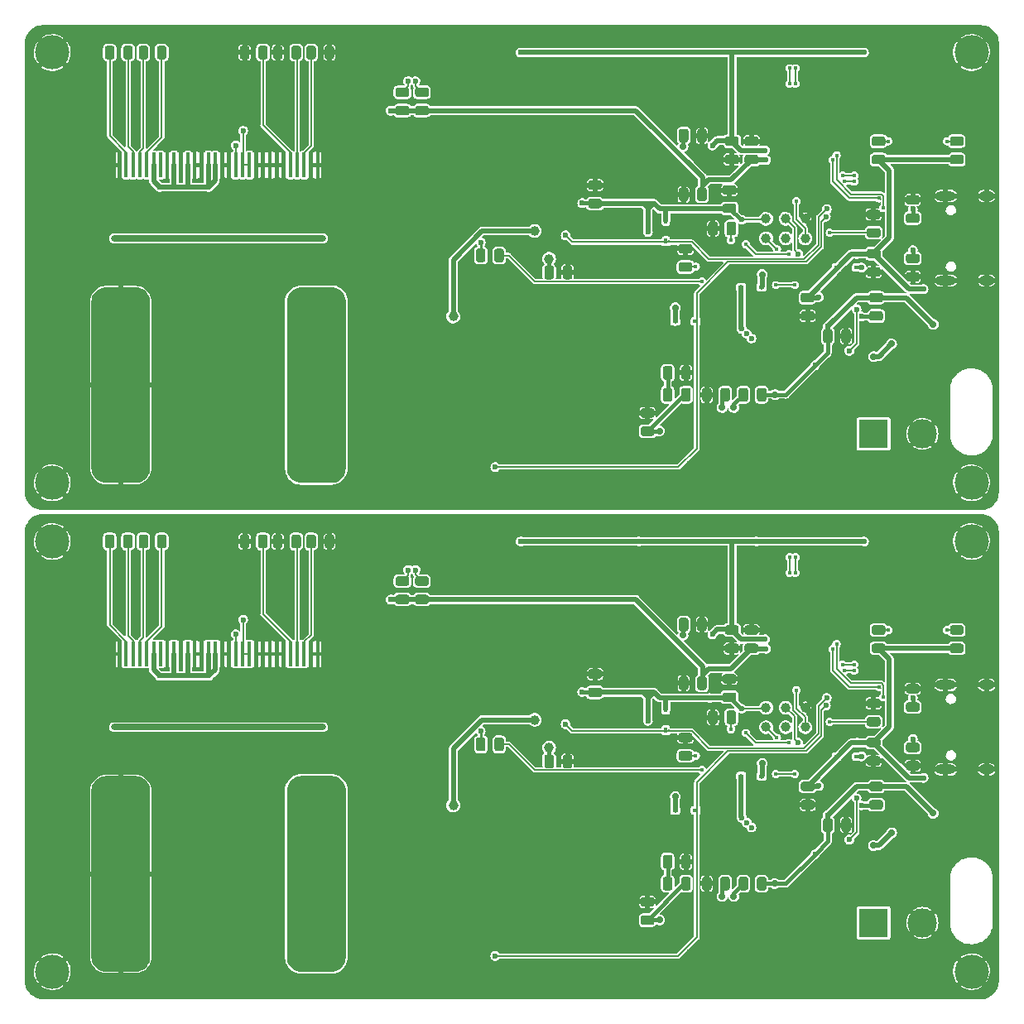
<source format=gbr>
%TF.GenerationSoftware,KiCad,Pcbnew,(5.99.0-3349-gc9824bbd9)*%
%TF.CreationDate,2020-09-17T19:38:13-07:00*%
%TF.ProjectId,Panelized_Power_Supply,50616e65-6c69-47a6-9564-5f506f776572,rev?*%
%TF.SameCoordinates,Original*%
%TF.FileFunction,Copper,L2,Bot*%
%TF.FilePolarity,Positive*%
%FSLAX46Y46*%
G04 Gerber Fmt 4.6, Leading zero omitted, Abs format (unit mm)*
G04 Created by KiCad (PCBNEW (5.99.0-3349-gc9824bbd9)) date 2020-09-17 19:38:13*
%MOMM*%
%LPD*%
G01*
G04 APERTURE LIST*
%TA.AperFunction,ComponentPad*%
%ADD10C,3.500000*%
%TD*%
%TA.AperFunction,WasherPad*%
%ADD11O,22.010000X0.600000*%
%TD*%
%TA.AperFunction,SMDPad,CuDef*%
%ADD12R,0.400000X2.500000*%
%TD*%
%TA.AperFunction,ComponentPad*%
%ADD13R,3.000000X3.000000*%
%TD*%
%TA.AperFunction,ComponentPad*%
%ADD14C,3.000000*%
%TD*%
%TA.AperFunction,ComponentPad*%
%ADD15C,5.000000*%
%TD*%
%TA.AperFunction,SMDPad,CuDef*%
%ADD16C,1.000000*%
%TD*%
%TA.AperFunction,SMDPad,CuDef*%
%ADD17R,0.450000X0.600000*%
%TD*%
%TA.AperFunction,SMDPad,CuDef*%
%ADD18R,0.600000X0.450000*%
%TD*%
%TA.AperFunction,ComponentPad*%
%ADD19O,1.600000X1.000000*%
%TD*%
%TA.AperFunction,ComponentPad*%
%ADD20O,2.100000X1.000000*%
%TD*%
%TA.AperFunction,ViaPad*%
%ADD21C,0.600000*%
%TD*%
%TA.AperFunction,ViaPad*%
%ADD22C,0.450000*%
%TD*%
%TA.AperFunction,ViaPad*%
%ADD23C,0.700000*%
%TD*%
%TA.AperFunction,ViaPad*%
%ADD24C,1.000000*%
%TD*%
%TA.AperFunction,Conductor*%
%ADD25C,0.127000*%
%TD*%
%TA.AperFunction,Conductor*%
%ADD26C,0.254000*%
%TD*%
%TA.AperFunction,Conductor*%
%ADD27C,0.381000*%
%TD*%
%TA.AperFunction,Conductor*%
%ADD28C,0.508000*%
%TD*%
G04 APERTURE END LIST*
D10*
%TO.P,H3,1,1*%
%TO.N,GND*%
X109000000Y-109000000D03*
%TD*%
%TO.P,H2,1,1*%
%TO.N,GND*%
X109000000Y-65000000D03*
%TD*%
D11*
%TO.P,U10,*%
%TO.N,*%
X32000000Y-84000000D03*
D12*
%TO.P,U10,1,GND*%
%TO.N,GND*%
X21850000Y-76500000D03*
%TO.P,U10,2,C2P*%
%TO.N,Net-(C33-Pad2)*%
X22550000Y-76500000D03*
%TO.P,U10,3,C2N*%
%TO.N,Net-(C33-Pad1)*%
X23250000Y-76500000D03*
%TO.P,U10,4,C1P*%
%TO.N,Net-(C31-Pad1)*%
X23950000Y-76500000D03*
%TO.P,U10,5,C1N*%
%TO.N,Net-(C31-Pad2)*%
X24650000Y-76500000D03*
%TO.P,U10,6,VDDB*%
%TO.N,+3V3*%
X25350000Y-76500000D03*
%TO.P,U10,7,NC*%
%TO.N,N/C*%
X26050000Y-76500000D03*
%TO.P,U10,8,VSS*%
%TO.N,GND*%
X26750000Y-76500000D03*
%TO.P,U10,9,VDD*%
%TO.N,+3V3*%
X27450000Y-76500000D03*
%TO.P,U10,10,BS0*%
%TO.N,GND*%
X28150000Y-76500000D03*
%TO.P,U10,11,BS1*%
%TO.N,+3V3*%
X28850000Y-76500000D03*
%TO.P,U10,12,BS2*%
%TO.N,GND*%
X29550000Y-76500000D03*
%TO.P,U10,13,~CS*%
X30250000Y-76500000D03*
%TO.P,U10,14,~RES*%
%TO.N,+3V3*%
X30950000Y-76500000D03*
%TO.P,U10,15,D/~C*%
X31650000Y-76500000D03*
%TO.P,U10,16,R/~W*%
%TO.N,GND*%
X32350000Y-76500000D03*
%TO.P,U10,17,E/R~D*%
X33050000Y-76500000D03*
%TO.P,U10,18,D0*%
%TO.N,Net-(R5-Pad2)*%
X33750000Y-76500000D03*
%TO.P,U10,19,D1*%
%TO.N,Net-(R14-Pad2)*%
X34450000Y-76500000D03*
%TO.P,U10,20,D2*%
X35150000Y-76500000D03*
%TO.P,U10,21,D3*%
%TO.N,GND*%
X35850000Y-76500000D03*
%TO.P,U10,22,D4*%
X36550000Y-76500000D03*
%TO.P,U10,23,D5*%
X37250000Y-76500000D03*
%TO.P,U10,24,D6*%
X37950000Y-76500000D03*
%TO.P,U10,25,D7*%
X38650000Y-76500000D03*
%TO.P,U10,26,IREF*%
%TO.N,Net-(R15-Pad2)*%
X39350000Y-76500000D03*
%TO.P,U10,27,VCOMH*%
%TO.N,Net-(C32-Pad2)*%
X40050000Y-76500000D03*
%TO.P,U10,28,VCC*%
%TO.N,Net-(C34-Pad2)*%
X40750000Y-76500000D03*
%TO.P,U10,29,VLSS*%
%TO.N,GND*%
X41450000Y-76500000D03*
%TO.P,U10,30,GND*%
X42150000Y-76500000D03*
%TD*%
D13*
%TO.P,J4,1,Pin_1*%
%TO.N,+VSW*%
X99000000Y-104000000D03*
D14*
%TO.P,J4,2,Pin_2*%
%TO.N,GND*%
X104000000Y-104000000D03*
%TD*%
D15*
%TO.P,J3,1,Pin_1*%
%TO.N,GND*%
X22000000Y-92000000D03*
%TA.AperFunction,SMDPad,CuDef*%
G36*
X23742221Y-89009554D02*
G01*
X23978169Y-89067710D01*
X24201732Y-89162961D01*
X24407121Y-89292841D01*
X24589016Y-89453986D01*
X24742706Y-89642222D01*
X24864210Y-89852674D01*
X24950382Y-90079892D01*
X24998990Y-90317990D01*
X25005000Y-90417343D01*
X25005000Y-107561936D01*
X24990446Y-107742221D01*
X24932290Y-107978169D01*
X24837039Y-108201732D01*
X24707159Y-108407121D01*
X24546014Y-108589016D01*
X24357778Y-108742706D01*
X24147326Y-108864210D01*
X23920108Y-108950382D01*
X23682010Y-108998990D01*
X23582657Y-109005000D01*
X20438064Y-109005000D01*
X20257779Y-108990446D01*
X20021831Y-108932290D01*
X19798268Y-108837039D01*
X19592879Y-108707159D01*
X19410984Y-108546014D01*
X19257294Y-108357778D01*
X19135790Y-108147326D01*
X19049618Y-107920108D01*
X19001010Y-107682010D01*
X18995000Y-107582657D01*
X18995000Y-90438064D01*
X19009554Y-90257779D01*
X19067710Y-90021831D01*
X19162961Y-89798268D01*
X19292841Y-89592879D01*
X19453986Y-89410984D01*
X19642222Y-89257294D01*
X19852674Y-89135790D01*
X20079892Y-89049618D01*
X20317990Y-89001010D01*
X20417343Y-88995000D01*
X23561936Y-88995000D01*
X23742221Y-89009554D01*
G37*
%TD.AperFunction*%
%TD*%
%TO.P,C9,1*%
%TO.N,GND*%
%TA.AperFunction,SMDPad,CuDef*%
G36*
G01*
X83793750Y-78575000D02*
X84706250Y-78575000D01*
G75*
G02*
X84950000Y-78818750I0J-243750D01*
G01*
X84950000Y-79306250D01*
G75*
G02*
X84706250Y-79550000I-243750J0D01*
G01*
X83793750Y-79550000D01*
G75*
G02*
X83550000Y-79306250I0J243750D01*
G01*
X83550000Y-78818750D01*
G75*
G02*
X83793750Y-78575000I243750J0D01*
G01*
G37*
%TD.AperFunction*%
%TO.P,C9,2*%
%TO.N,+5V*%
%TA.AperFunction,SMDPad,CuDef*%
G36*
G01*
X83793750Y-80450000D02*
X84706250Y-80450000D01*
G75*
G02*
X84950000Y-80693750I0J-243750D01*
G01*
X84950000Y-81181250D01*
G75*
G02*
X84706250Y-81425000I-243750J0D01*
G01*
X83793750Y-81425000D01*
G75*
G02*
X83550000Y-81181250I0J243750D01*
G01*
X83550000Y-80693750D01*
G75*
G02*
X83793750Y-80450000I243750J0D01*
G01*
G37*
%TD.AperFunction*%
%TD*%
%TO.P,C23,1*%
%TO.N,GND*%
%TA.AperFunction,SMDPad,CuDef*%
G36*
G01*
X84956250Y-76425000D02*
X84043750Y-76425000D01*
G75*
G02*
X83800000Y-76181250I0J243750D01*
G01*
X83800000Y-75693750D01*
G75*
G02*
X84043750Y-75450000I243750J0D01*
G01*
X84956250Y-75450000D01*
G75*
G02*
X85200000Y-75693750I0J-243750D01*
G01*
X85200000Y-76181250D01*
G75*
G02*
X84956250Y-76425000I-243750J0D01*
G01*
G37*
%TD.AperFunction*%
%TO.P,C23,2*%
%TO.N,+5V*%
%TA.AperFunction,SMDPad,CuDef*%
G36*
G01*
X84956250Y-74550000D02*
X84043750Y-74550000D01*
G75*
G02*
X83800000Y-74306250I0J243750D01*
G01*
X83800000Y-73818750D01*
G75*
G02*
X84043750Y-73575000I243750J0D01*
G01*
X84956250Y-73575000D01*
G75*
G02*
X85200000Y-73818750I0J-243750D01*
G01*
X85200000Y-74306250D01*
G75*
G02*
X84956250Y-74550000I-243750J0D01*
G01*
G37*
%TD.AperFunction*%
%TD*%
%TO.P,C11,1*%
%TO.N,GND*%
%TA.AperFunction,SMDPad,CuDef*%
G36*
G01*
X92706250Y-92425000D02*
X91793750Y-92425000D01*
G75*
G02*
X91550000Y-92181250I0J243750D01*
G01*
X91550000Y-91693750D01*
G75*
G02*
X91793750Y-91450000I243750J0D01*
G01*
X92706250Y-91450000D01*
G75*
G02*
X92950000Y-91693750I0J-243750D01*
G01*
X92950000Y-92181250D01*
G75*
G02*
X92706250Y-92425000I-243750J0D01*
G01*
G37*
%TD.AperFunction*%
%TO.P,C11,2*%
%TO.N,+5V*%
%TA.AperFunction,SMDPad,CuDef*%
G36*
G01*
X92706250Y-90550000D02*
X91793750Y-90550000D01*
G75*
G02*
X91550000Y-90306250I0J243750D01*
G01*
X91550000Y-89818750D01*
G75*
G02*
X91793750Y-89575000I243750J0D01*
G01*
X92706250Y-89575000D01*
G75*
G02*
X92950000Y-89818750I0J-243750D01*
G01*
X92950000Y-90306250D01*
G75*
G02*
X92706250Y-90550000I-243750J0D01*
G01*
G37*
%TD.AperFunction*%
%TD*%
%TO.P,C17,1*%
%TO.N,GND*%
%TA.AperFunction,SMDPad,CuDef*%
G36*
G01*
X82075000Y-83456250D02*
X82075000Y-82543750D01*
G75*
G02*
X82318750Y-82300000I243750J0D01*
G01*
X82806250Y-82300000D01*
G75*
G02*
X83050000Y-82543750I0J-243750D01*
G01*
X83050000Y-83456250D01*
G75*
G02*
X82806250Y-83700000I-243750J0D01*
G01*
X82318750Y-83700000D01*
G75*
G02*
X82075000Y-83456250I0J243750D01*
G01*
G37*
%TD.AperFunction*%
%TO.P,C17,2*%
%TO.N,Net-(C17-Pad2)*%
%TA.AperFunction,SMDPad,CuDef*%
G36*
G01*
X83950000Y-83456250D02*
X83950000Y-82543750D01*
G75*
G02*
X84193750Y-82300000I243750J0D01*
G01*
X84681250Y-82300000D01*
G75*
G02*
X84925000Y-82543750I0J-243750D01*
G01*
X84925000Y-83456250D01*
G75*
G02*
X84681250Y-83700000I-243750J0D01*
G01*
X84193750Y-83700000D01*
G75*
G02*
X83950000Y-83456250I0J243750D01*
G01*
G37*
%TD.AperFunction*%
%TD*%
%TO.P,C26,1*%
%TO.N,GND*%
%TA.AperFunction,SMDPad,CuDef*%
G36*
G01*
X79075000Y-79956250D02*
X79075000Y-79043750D01*
G75*
G02*
X79318750Y-78800000I243750J0D01*
G01*
X79806250Y-78800000D01*
G75*
G02*
X80050000Y-79043750I0J-243750D01*
G01*
X80050000Y-79956250D01*
G75*
G02*
X79806250Y-80200000I-243750J0D01*
G01*
X79318750Y-80200000D01*
G75*
G02*
X79075000Y-79956250I0J243750D01*
G01*
G37*
%TD.AperFunction*%
%TO.P,C26,2*%
%TO.N,+3V3*%
%TA.AperFunction,SMDPad,CuDef*%
G36*
G01*
X80950000Y-79956250D02*
X80950000Y-79043750D01*
G75*
G02*
X81193750Y-78800000I243750J0D01*
G01*
X81681250Y-78800000D01*
G75*
G02*
X81925000Y-79043750I0J-243750D01*
G01*
X81925000Y-79956250D01*
G75*
G02*
X81681250Y-80200000I-243750J0D01*
G01*
X81193750Y-80200000D01*
G75*
G02*
X80950000Y-79956250I0J243750D01*
G01*
G37*
%TD.AperFunction*%
%TD*%
D16*
%TO.P,TP4,1,1*%
%TO.N,+5V*%
X88000000Y-82000000D03*
%TD*%
%TO.P,R7,1*%
%TO.N,GND*%
%TA.AperFunction,SMDPad,CuDef*%
G36*
G01*
X80295000Y-97293750D02*
X80295000Y-98206250D01*
G75*
G02*
X80051250Y-98450000I-243750J0D01*
G01*
X79563750Y-98450000D01*
G75*
G02*
X79320000Y-98206250I0J243750D01*
G01*
X79320000Y-97293750D01*
G75*
G02*
X79563750Y-97050000I243750J0D01*
G01*
X80051250Y-97050000D01*
G75*
G02*
X80295000Y-97293750I0J-243750D01*
G01*
G37*
%TD.AperFunction*%
%TO.P,R7,2*%
%TO.N,Net-(C13-Pad1)*%
%TA.AperFunction,SMDPad,CuDef*%
G36*
G01*
X78420000Y-97293750D02*
X78420000Y-98206250D01*
G75*
G02*
X78176250Y-98450000I-243750J0D01*
G01*
X77688750Y-98450000D01*
G75*
G02*
X77445000Y-98206250I0J243750D01*
G01*
X77445000Y-97293750D01*
G75*
G02*
X77688750Y-97050000I243750J0D01*
G01*
X78176250Y-97050000D01*
G75*
G02*
X78420000Y-97293750I0J-243750D01*
G01*
G37*
%TD.AperFunction*%
%TD*%
%TO.P,R15,1*%
%TO.N,GND*%
%TA.AperFunction,SMDPad,CuDef*%
G36*
G01*
X34175000Y-65456250D02*
X34175000Y-64543750D01*
G75*
G02*
X34418750Y-64300000I243750J0D01*
G01*
X34906250Y-64300000D01*
G75*
G02*
X35150000Y-64543750I0J-243750D01*
G01*
X35150000Y-65456250D01*
G75*
G02*
X34906250Y-65700000I-243750J0D01*
G01*
X34418750Y-65700000D01*
G75*
G02*
X34175000Y-65456250I0J243750D01*
G01*
G37*
%TD.AperFunction*%
%TO.P,R15,2*%
%TO.N,Net-(R15-Pad2)*%
%TA.AperFunction,SMDPad,CuDef*%
G36*
G01*
X36050000Y-65456250D02*
X36050000Y-64543750D01*
G75*
G02*
X36293750Y-64300000I243750J0D01*
G01*
X36781250Y-64300000D01*
G75*
G02*
X37025000Y-64543750I0J-243750D01*
G01*
X37025000Y-65456250D01*
G75*
G02*
X36781250Y-65700000I-243750J0D01*
G01*
X36293750Y-65700000D01*
G75*
G02*
X36050000Y-65456250I0J243750D01*
G01*
G37*
%TD.AperFunction*%
%TD*%
D17*
%TO.P,D7,1,K*%
%TO.N,+5V*%
X77750000Y-82200000D03*
%TO.P,D7,2,A*%
%TO.N,/V_SENSE*%
X77750000Y-84300000D03*
%TD*%
%TO.P,C24,1*%
%TO.N,GND*%
%TA.AperFunction,SMDPad,CuDef*%
G36*
G01*
X81925000Y-73043750D02*
X81925000Y-73956250D01*
G75*
G02*
X81681250Y-74200000I-243750J0D01*
G01*
X81193750Y-74200000D01*
G75*
G02*
X80950000Y-73956250I0J243750D01*
G01*
X80950000Y-73043750D01*
G75*
G02*
X81193750Y-72800000I243750J0D01*
G01*
X81681250Y-72800000D01*
G75*
G02*
X81925000Y-73043750I0J-243750D01*
G01*
G37*
%TD.AperFunction*%
%TO.P,C24,2*%
%TO.N,+5V*%
%TA.AperFunction,SMDPad,CuDef*%
G36*
G01*
X80050000Y-73043750D02*
X80050000Y-73956250D01*
G75*
G02*
X79806250Y-74200000I-243750J0D01*
G01*
X79318750Y-74200000D01*
G75*
G02*
X79075000Y-73956250I0J243750D01*
G01*
X79075000Y-73043750D01*
G75*
G02*
X79318750Y-72800000I243750J0D01*
G01*
X79806250Y-72800000D01*
G75*
G02*
X80050000Y-73043750I0J-243750D01*
G01*
G37*
%TD.AperFunction*%
%TD*%
%TO.P,C19,1*%
%TO.N,GND*%
%TA.AperFunction,SMDPad,CuDef*%
G36*
G01*
X68175000Y-87043750D02*
X68175000Y-87956250D01*
G75*
G02*
X67931250Y-88200000I-243750J0D01*
G01*
X67443750Y-88200000D01*
G75*
G02*
X67200000Y-87956250I0J243750D01*
G01*
X67200000Y-87043750D01*
G75*
G02*
X67443750Y-86800000I243750J0D01*
G01*
X67931250Y-86800000D01*
G75*
G02*
X68175000Y-87043750I0J-243750D01*
G01*
G37*
%TD.AperFunction*%
%TO.P,C19,2*%
%TO.N,+VSW*%
%TA.AperFunction,SMDPad,CuDef*%
G36*
G01*
X66300000Y-87043750D02*
X66300000Y-87956250D01*
G75*
G02*
X66056250Y-88200000I-243750J0D01*
G01*
X65568750Y-88200000D01*
G75*
G02*
X65325000Y-87956250I0J243750D01*
G01*
X65325000Y-87043750D01*
G75*
G02*
X65568750Y-86800000I243750J0D01*
G01*
X66056250Y-86800000D01*
G75*
G02*
X66300000Y-87043750I0J-243750D01*
G01*
G37*
%TD.AperFunction*%
%TD*%
%TO.P,C21,1*%
%TO.N,+5V*%
%TA.AperFunction,SMDPad,CuDef*%
G36*
G01*
X70956250Y-80925000D02*
X70043750Y-80925000D01*
G75*
G02*
X69800000Y-80681250I0J243750D01*
G01*
X69800000Y-80193750D01*
G75*
G02*
X70043750Y-79950000I243750J0D01*
G01*
X70956250Y-79950000D01*
G75*
G02*
X71200000Y-80193750I0J-243750D01*
G01*
X71200000Y-80681250D01*
G75*
G02*
X70956250Y-80925000I-243750J0D01*
G01*
G37*
%TD.AperFunction*%
%TO.P,C21,2*%
%TO.N,GND*%
%TA.AperFunction,SMDPad,CuDef*%
G36*
G01*
X70956250Y-79050000D02*
X70043750Y-79050000D01*
G75*
G02*
X69800000Y-78806250I0J243750D01*
G01*
X69800000Y-78318750D01*
G75*
G02*
X70043750Y-78075000I243750J0D01*
G01*
X70956250Y-78075000D01*
G75*
G02*
X71200000Y-78318750I0J-243750D01*
G01*
X71200000Y-78806250D01*
G75*
G02*
X70956250Y-79050000I-243750J0D01*
G01*
G37*
%TD.AperFunction*%
%TD*%
%TO.P,R1,1*%
%TO.N,Net-(D1-Pad2)*%
%TA.AperFunction,SMDPad,CuDef*%
G36*
G01*
X99043750Y-73575000D02*
X99956250Y-73575000D01*
G75*
G02*
X100200000Y-73818750I0J-243750D01*
G01*
X100200000Y-74306250D01*
G75*
G02*
X99956250Y-74550000I-243750J0D01*
G01*
X99043750Y-74550000D01*
G75*
G02*
X98800000Y-74306250I0J243750D01*
G01*
X98800000Y-73818750D01*
G75*
G02*
X99043750Y-73575000I243750J0D01*
G01*
G37*
%TD.AperFunction*%
%TO.P,R1,2*%
%TO.N,+5V*%
%TA.AperFunction,SMDPad,CuDef*%
G36*
G01*
X99043750Y-75450000D02*
X99956250Y-75450000D01*
G75*
G02*
X100200000Y-75693750I0J-243750D01*
G01*
X100200000Y-76181250D01*
G75*
G02*
X99956250Y-76425000I-243750J0D01*
G01*
X99043750Y-76425000D01*
G75*
G02*
X98800000Y-76181250I0J243750D01*
G01*
X98800000Y-75693750D01*
G75*
G02*
X99043750Y-75450000I243750J0D01*
G01*
G37*
%TD.AperFunction*%
%TD*%
%TO.P,C13,1*%
%TO.N,Net-(C13-Pad1)*%
%TA.AperFunction,SMDPad,CuDef*%
G36*
G01*
X77445000Y-100456250D02*
X77445000Y-99543750D01*
G75*
G02*
X77688750Y-99300000I243750J0D01*
G01*
X78176250Y-99300000D01*
G75*
G02*
X78420000Y-99543750I0J-243750D01*
G01*
X78420000Y-100456250D01*
G75*
G02*
X78176250Y-100700000I-243750J0D01*
G01*
X77688750Y-100700000D01*
G75*
G02*
X77445000Y-100456250I0J243750D01*
G01*
G37*
%TD.AperFunction*%
%TO.P,C13,2*%
%TO.N,Net-(C13-Pad2)*%
%TA.AperFunction,SMDPad,CuDef*%
G36*
G01*
X79320000Y-100456250D02*
X79320000Y-99543750D01*
G75*
G02*
X79563750Y-99300000I243750J0D01*
G01*
X80051250Y-99300000D01*
G75*
G02*
X80295000Y-99543750I0J-243750D01*
G01*
X80295000Y-100456250D01*
G75*
G02*
X80051250Y-100700000I-243750J0D01*
G01*
X79563750Y-100700000D01*
G75*
G02*
X79320000Y-100456250I0J243750D01*
G01*
G37*
%TD.AperFunction*%
%TD*%
%TO.P,C22,1*%
%TO.N,GND*%
%TA.AperFunction,SMDPad,CuDef*%
G36*
G01*
X86043750Y-73575000D02*
X86956250Y-73575000D01*
G75*
G02*
X87200000Y-73818750I0J-243750D01*
G01*
X87200000Y-74306250D01*
G75*
G02*
X86956250Y-74550000I-243750J0D01*
G01*
X86043750Y-74550000D01*
G75*
G02*
X85800000Y-74306250I0J243750D01*
G01*
X85800000Y-73818750D01*
G75*
G02*
X86043750Y-73575000I243750J0D01*
G01*
G37*
%TD.AperFunction*%
%TO.P,C22,2*%
%TO.N,+3V3*%
%TA.AperFunction,SMDPad,CuDef*%
G36*
G01*
X86043750Y-75450000D02*
X86956250Y-75450000D01*
G75*
G02*
X87200000Y-75693750I0J-243750D01*
G01*
X87200000Y-76181250D01*
G75*
G02*
X86956250Y-76425000I-243750J0D01*
G01*
X86043750Y-76425000D01*
G75*
G02*
X85800000Y-76181250I0J243750D01*
G01*
X85800000Y-75693750D01*
G75*
G02*
X86043750Y-75450000I243750J0D01*
G01*
G37*
%TD.AperFunction*%
%TD*%
%TO.P,C33,1*%
%TO.N,Net-(C33-Pad1)*%
%TA.AperFunction,SMDPad,CuDef*%
G36*
G01*
X23225000Y-64543750D02*
X23225000Y-65456250D01*
G75*
G02*
X22981250Y-65700000I-243750J0D01*
G01*
X22493750Y-65700000D01*
G75*
G02*
X22250000Y-65456250I0J243750D01*
G01*
X22250000Y-64543750D01*
G75*
G02*
X22493750Y-64300000I243750J0D01*
G01*
X22981250Y-64300000D01*
G75*
G02*
X23225000Y-64543750I0J-243750D01*
G01*
G37*
%TD.AperFunction*%
%TO.P,C33,2*%
%TO.N,Net-(C33-Pad2)*%
%TA.AperFunction,SMDPad,CuDef*%
G36*
G01*
X21350000Y-64543750D02*
X21350000Y-65456250D01*
G75*
G02*
X21106250Y-65700000I-243750J0D01*
G01*
X20618750Y-65700000D01*
G75*
G02*
X20375000Y-65456250I0J243750D01*
G01*
X20375000Y-64543750D01*
G75*
G02*
X20618750Y-64300000I243750J0D01*
G01*
X21106250Y-64300000D01*
G75*
G02*
X21350000Y-64543750I0J-243750D01*
G01*
G37*
%TD.AperFunction*%
%TD*%
%TO.P,R12,1*%
%TO.N,Net-(Q2-Pad3)*%
%TA.AperFunction,SMDPad,CuDef*%
G36*
G01*
X85195000Y-100456250D02*
X85195000Y-99543750D01*
G75*
G02*
X85438750Y-99300000I243750J0D01*
G01*
X85926250Y-99300000D01*
G75*
G02*
X86170000Y-99543750I0J-243750D01*
G01*
X86170000Y-100456250D01*
G75*
G02*
X85926250Y-100700000I-243750J0D01*
G01*
X85438750Y-100700000D01*
G75*
G02*
X85195000Y-100456250I0J243750D01*
G01*
G37*
%TD.AperFunction*%
%TO.P,R12,2*%
%TO.N,+VSW*%
%TA.AperFunction,SMDPad,CuDef*%
G36*
G01*
X87070000Y-100456250D02*
X87070000Y-99543750D01*
G75*
G02*
X87313750Y-99300000I243750J0D01*
G01*
X87801250Y-99300000D01*
G75*
G02*
X88045000Y-99543750I0J-243750D01*
G01*
X88045000Y-100456250D01*
G75*
G02*
X87801250Y-100700000I-243750J0D01*
G01*
X87313750Y-100700000D01*
G75*
G02*
X87070000Y-100456250I0J243750D01*
G01*
G37*
%TD.AperFunction*%
%TD*%
%TO.P,R3,1*%
%TO.N,Net-(Q1-Pad3)*%
%TA.AperFunction,SMDPad,CuDef*%
G36*
G01*
X99706250Y-92425000D02*
X98793750Y-92425000D01*
G75*
G02*
X98550000Y-92181250I0J243750D01*
G01*
X98550000Y-91693750D01*
G75*
G02*
X98793750Y-91450000I243750J0D01*
G01*
X99706250Y-91450000D01*
G75*
G02*
X99950000Y-91693750I0J-243750D01*
G01*
X99950000Y-92181250D01*
G75*
G02*
X99706250Y-92425000I-243750J0D01*
G01*
G37*
%TD.AperFunction*%
%TO.P,R3,2*%
%TO.N,+VSW*%
%TA.AperFunction,SMDPad,CuDef*%
G36*
G01*
X99706250Y-90550000D02*
X98793750Y-90550000D01*
G75*
G02*
X98550000Y-90306250I0J243750D01*
G01*
X98550000Y-89818750D01*
G75*
G02*
X98793750Y-89575000I243750J0D01*
G01*
X99706250Y-89575000D01*
G75*
G02*
X99950000Y-89818750I0J-243750D01*
G01*
X99950000Y-90306250D01*
G75*
G02*
X99706250Y-90550000I-243750J0D01*
G01*
G37*
%TD.AperFunction*%
%TD*%
D16*
%TO.P,TP5,1,1*%
%TO.N,/MOSI*%
X90000000Y-82000000D03*
%TD*%
%TO.P,R2,1*%
%TO.N,Net-(D2-Pad2)*%
%TA.AperFunction,SMDPad,CuDef*%
G36*
G01*
X107043750Y-73575000D02*
X107956250Y-73575000D01*
G75*
G02*
X108200000Y-73818750I0J-243750D01*
G01*
X108200000Y-74306250D01*
G75*
G02*
X107956250Y-74550000I-243750J0D01*
G01*
X107043750Y-74550000D01*
G75*
G02*
X106800000Y-74306250I0J243750D01*
G01*
X106800000Y-73818750D01*
G75*
G02*
X107043750Y-73575000I243750J0D01*
G01*
G37*
%TD.AperFunction*%
%TO.P,R2,2*%
%TO.N,+5V*%
%TA.AperFunction,SMDPad,CuDef*%
G36*
G01*
X107043750Y-75450000D02*
X107956250Y-75450000D01*
G75*
G02*
X108200000Y-75693750I0J-243750D01*
G01*
X108200000Y-76181250D01*
G75*
G02*
X107956250Y-76425000I-243750J0D01*
G01*
X107043750Y-76425000D01*
G75*
G02*
X106800000Y-76181250I0J243750D01*
G01*
X106800000Y-75693750D01*
G75*
G02*
X107043750Y-75450000I243750J0D01*
G01*
G37*
%TD.AperFunction*%
%TD*%
%TO.P,C14,1*%
%TO.N,GND*%
%TA.AperFunction,SMDPad,CuDef*%
G36*
G01*
X75413750Y-101375000D02*
X76326250Y-101375000D01*
G75*
G02*
X76570000Y-101618750I0J-243750D01*
G01*
X76570000Y-102106250D01*
G75*
G02*
X76326250Y-102350000I-243750J0D01*
G01*
X75413750Y-102350000D01*
G75*
G02*
X75170000Y-102106250I0J243750D01*
G01*
X75170000Y-101618750D01*
G75*
G02*
X75413750Y-101375000I243750J0D01*
G01*
G37*
%TD.AperFunction*%
%TO.P,C14,2*%
%TO.N,Net-(C13-Pad2)*%
%TA.AperFunction,SMDPad,CuDef*%
G36*
G01*
X75413750Y-103250000D02*
X76326250Y-103250000D01*
G75*
G02*
X76570000Y-103493750I0J-243750D01*
G01*
X76570000Y-103981250D01*
G75*
G02*
X76326250Y-104225000I-243750J0D01*
G01*
X75413750Y-104225000D01*
G75*
G02*
X75170000Y-103981250I0J243750D01*
G01*
X75170000Y-103493750D01*
G75*
G02*
X75413750Y-103250000I243750J0D01*
G01*
G37*
%TD.AperFunction*%
%TD*%
%TO.P,R5,1*%
%TO.N,+3V3*%
%TA.AperFunction,SMDPad,CuDef*%
G36*
G01*
X51256250Y-71425000D02*
X50343750Y-71425000D01*
G75*
G02*
X50100000Y-71181250I0J243750D01*
G01*
X50100000Y-70693750D01*
G75*
G02*
X50343750Y-70450000I243750J0D01*
G01*
X51256250Y-70450000D01*
G75*
G02*
X51500000Y-70693750I0J-243750D01*
G01*
X51500000Y-71181250D01*
G75*
G02*
X51256250Y-71425000I-243750J0D01*
G01*
G37*
%TD.AperFunction*%
%TO.P,R5,2*%
%TO.N,Net-(R5-Pad2)*%
%TA.AperFunction,SMDPad,CuDef*%
G36*
G01*
X51256250Y-69550000D02*
X50343750Y-69550000D01*
G75*
G02*
X50100000Y-69306250I0J243750D01*
G01*
X50100000Y-68818750D01*
G75*
G02*
X50343750Y-68575000I243750J0D01*
G01*
X51256250Y-68575000D01*
G75*
G02*
X51500000Y-68818750I0J-243750D01*
G01*
X51500000Y-69306250D01*
G75*
G02*
X51256250Y-69550000I-243750J0D01*
G01*
G37*
%TD.AperFunction*%
%TD*%
%TO.P,C10,1*%
%TO.N,GND*%
%TA.AperFunction,SMDPad,CuDef*%
G36*
G01*
X99456250Y-87925000D02*
X98543750Y-87925000D01*
G75*
G02*
X98300000Y-87681250I0J243750D01*
G01*
X98300000Y-87193750D01*
G75*
G02*
X98543750Y-86950000I243750J0D01*
G01*
X99456250Y-86950000D01*
G75*
G02*
X99700000Y-87193750I0J-243750D01*
G01*
X99700000Y-87681250D01*
G75*
G02*
X99456250Y-87925000I-243750J0D01*
G01*
G37*
%TD.AperFunction*%
%TO.P,C10,2*%
%TO.N,+5V*%
%TA.AperFunction,SMDPad,CuDef*%
G36*
G01*
X99456250Y-86050000D02*
X98543750Y-86050000D01*
G75*
G02*
X98300000Y-85806250I0J243750D01*
G01*
X98300000Y-85318750D01*
G75*
G02*
X98543750Y-85075000I243750J0D01*
G01*
X99456250Y-85075000D01*
G75*
G02*
X99700000Y-85318750I0J-243750D01*
G01*
X99700000Y-85806250D01*
G75*
G02*
X99456250Y-86050000I-243750J0D01*
G01*
G37*
%TD.AperFunction*%
%TD*%
%TO.P,TP2,1,1*%
%TO.N,/SCK*%
X90000000Y-84000000D03*
%TD*%
%TO.P,C31,1*%
%TO.N,Net-(C31-Pad1)*%
%TA.AperFunction,SMDPad,CuDef*%
G36*
G01*
X23825000Y-65456250D02*
X23825000Y-64543750D01*
G75*
G02*
X24068750Y-64300000I243750J0D01*
G01*
X24556250Y-64300000D01*
G75*
G02*
X24800000Y-64543750I0J-243750D01*
G01*
X24800000Y-65456250D01*
G75*
G02*
X24556250Y-65700000I-243750J0D01*
G01*
X24068750Y-65700000D01*
G75*
G02*
X23825000Y-65456250I0J243750D01*
G01*
G37*
%TD.AperFunction*%
%TO.P,C31,2*%
%TO.N,Net-(C31-Pad2)*%
%TA.AperFunction,SMDPad,CuDef*%
G36*
G01*
X25700000Y-65456250D02*
X25700000Y-64543750D01*
G75*
G02*
X25943750Y-64300000I243750J0D01*
G01*
X26431250Y-64300000D01*
G75*
G02*
X26675000Y-64543750I0J-243750D01*
G01*
X26675000Y-65456250D01*
G75*
G02*
X26431250Y-65700000I-243750J0D01*
G01*
X25943750Y-65700000D01*
G75*
G02*
X25700000Y-65456250I0J243750D01*
G01*
G37*
%TD.AperFunction*%
%TD*%
%TO.P,C15,1*%
%TO.N,GND*%
%TA.AperFunction,SMDPad,CuDef*%
G36*
G01*
X79293750Y-84575000D02*
X80206250Y-84575000D01*
G75*
G02*
X80450000Y-84818750I0J-243750D01*
G01*
X80450000Y-85306250D01*
G75*
G02*
X80206250Y-85550000I-243750J0D01*
G01*
X79293750Y-85550000D01*
G75*
G02*
X79050000Y-85306250I0J243750D01*
G01*
X79050000Y-84818750D01*
G75*
G02*
X79293750Y-84575000I243750J0D01*
G01*
G37*
%TD.AperFunction*%
%TO.P,C15,2*%
%TO.N,Net-(C15-Pad2)*%
%TA.AperFunction,SMDPad,CuDef*%
G36*
G01*
X79293750Y-86450000D02*
X80206250Y-86450000D01*
G75*
G02*
X80450000Y-86693750I0J-243750D01*
G01*
X80450000Y-87181250D01*
G75*
G02*
X80206250Y-87425000I-243750J0D01*
G01*
X79293750Y-87425000D01*
G75*
G02*
X79050000Y-87181250I0J243750D01*
G01*
X79050000Y-86693750D01*
G75*
G02*
X79293750Y-86450000I243750J0D01*
G01*
G37*
%TD.AperFunction*%
%TD*%
%TO.P,C3,1*%
%TO.N,GND*%
%TA.AperFunction,SMDPad,CuDef*%
G36*
G01*
X96675000Y-93543750D02*
X96675000Y-94456250D01*
G75*
G02*
X96431250Y-94700000I-243750J0D01*
G01*
X95943750Y-94700000D01*
G75*
G02*
X95700000Y-94456250I0J243750D01*
G01*
X95700000Y-93543750D01*
G75*
G02*
X95943750Y-93300000I243750J0D01*
G01*
X96431250Y-93300000D01*
G75*
G02*
X96675000Y-93543750I0J-243750D01*
G01*
G37*
%TD.AperFunction*%
%TO.P,C3,2*%
%TO.N,+VSW*%
%TA.AperFunction,SMDPad,CuDef*%
G36*
G01*
X94800000Y-93543750D02*
X94800000Y-94456250D01*
G75*
G02*
X94556250Y-94700000I-243750J0D01*
G01*
X94068750Y-94700000D01*
G75*
G02*
X93825000Y-94456250I0J243750D01*
G01*
X93825000Y-93543750D01*
G75*
G02*
X94068750Y-93300000I243750J0D01*
G01*
X94556250Y-93300000D01*
G75*
G02*
X94800000Y-93543750I0J-243750D01*
G01*
G37*
%TD.AperFunction*%
%TD*%
%TO.P,C2,1*%
%TO.N,GND*%
%TA.AperFunction,SMDPad,CuDef*%
G36*
G01*
X98543750Y-81075000D02*
X99456250Y-81075000D01*
G75*
G02*
X99700000Y-81318750I0J-243750D01*
G01*
X99700000Y-81806250D01*
G75*
G02*
X99456250Y-82050000I-243750J0D01*
G01*
X98543750Y-82050000D01*
G75*
G02*
X98300000Y-81806250I0J243750D01*
G01*
X98300000Y-81318750D01*
G75*
G02*
X98543750Y-81075000I243750J0D01*
G01*
G37*
%TD.AperFunction*%
%TO.P,C2,2*%
%TO.N,Net-(C2-Pad2)*%
%TA.AperFunction,SMDPad,CuDef*%
G36*
G01*
X98543750Y-82950000D02*
X99456250Y-82950000D01*
G75*
G02*
X99700000Y-83193750I0J-243750D01*
G01*
X99700000Y-83681250D01*
G75*
G02*
X99456250Y-83925000I-243750J0D01*
G01*
X98543750Y-83925000D01*
G75*
G02*
X98300000Y-83681250I0J243750D01*
G01*
X98300000Y-83193750D01*
G75*
G02*
X98543750Y-82950000I243750J0D01*
G01*
G37*
%TD.AperFunction*%
%TD*%
%TO.P,C8,1*%
%TO.N,GND*%
%TA.AperFunction,SMDPad,CuDef*%
G36*
G01*
X81445000Y-100456250D02*
X81445000Y-99543750D01*
G75*
G02*
X81688750Y-99300000I243750J0D01*
G01*
X82176250Y-99300000D01*
G75*
G02*
X82420000Y-99543750I0J-243750D01*
G01*
X82420000Y-100456250D01*
G75*
G02*
X82176250Y-100700000I-243750J0D01*
G01*
X81688750Y-100700000D01*
G75*
G02*
X81445000Y-100456250I0J243750D01*
G01*
G37*
%TD.AperFunction*%
%TO.P,C8,2*%
%TO.N,Net-(C8-Pad2)*%
%TA.AperFunction,SMDPad,CuDef*%
G36*
G01*
X83320000Y-100456250D02*
X83320000Y-99543750D01*
G75*
G02*
X83563750Y-99300000I243750J0D01*
G01*
X84051250Y-99300000D01*
G75*
G02*
X84295000Y-99543750I0J-243750D01*
G01*
X84295000Y-100456250D01*
G75*
G02*
X84051250Y-100700000I-243750J0D01*
G01*
X83563750Y-100700000D01*
G75*
G02*
X83320000Y-100456250I0J243750D01*
G01*
G37*
%TD.AperFunction*%
%TD*%
%TO.P,C32,1*%
%TO.N,GND*%
%TA.AperFunction,SMDPad,CuDef*%
G36*
G01*
X37575000Y-65456250D02*
X37575000Y-64543750D01*
G75*
G02*
X37818750Y-64300000I243750J0D01*
G01*
X38306250Y-64300000D01*
G75*
G02*
X38550000Y-64543750I0J-243750D01*
G01*
X38550000Y-65456250D01*
G75*
G02*
X38306250Y-65700000I-243750J0D01*
G01*
X37818750Y-65700000D01*
G75*
G02*
X37575000Y-65456250I0J243750D01*
G01*
G37*
%TD.AperFunction*%
%TO.P,C32,2*%
%TO.N,Net-(C32-Pad2)*%
%TA.AperFunction,SMDPad,CuDef*%
G36*
G01*
X39450000Y-65456250D02*
X39450000Y-64543750D01*
G75*
G02*
X39693750Y-64300000I243750J0D01*
G01*
X40181250Y-64300000D01*
G75*
G02*
X40425000Y-64543750I0J-243750D01*
G01*
X40425000Y-65456250D01*
G75*
G02*
X40181250Y-65700000I-243750J0D01*
G01*
X39693750Y-65700000D01*
G75*
G02*
X39450000Y-65456250I0J243750D01*
G01*
G37*
%TD.AperFunction*%
%TD*%
D18*
%TO.P,D8,1,K*%
%TO.N,+5V*%
X95200000Y-87000000D03*
%TO.P,D8,2,A*%
%TO.N,Net-(D8-Pad2)*%
X97300000Y-87000000D03*
%TD*%
%TO.P,R11,1*%
%TO.N,GND*%
%TA.AperFunction,SMDPad,CuDef*%
G36*
G01*
X102543750Y-79575000D02*
X103456250Y-79575000D01*
G75*
G02*
X103700000Y-79818750I0J-243750D01*
G01*
X103700000Y-80306250D01*
G75*
G02*
X103456250Y-80550000I-243750J0D01*
G01*
X102543750Y-80550000D01*
G75*
G02*
X102300000Y-80306250I0J243750D01*
G01*
X102300000Y-79818750D01*
G75*
G02*
X102543750Y-79575000I243750J0D01*
G01*
G37*
%TD.AperFunction*%
%TO.P,R11,2*%
%TO.N,Net-(J5-PadB5)*%
%TA.AperFunction,SMDPad,CuDef*%
G36*
G01*
X102543750Y-81450000D02*
X103456250Y-81450000D01*
G75*
G02*
X103700000Y-81693750I0J-243750D01*
G01*
X103700000Y-82181250D01*
G75*
G02*
X103456250Y-82425000I-243750J0D01*
G01*
X102543750Y-82425000D01*
G75*
G02*
X102300000Y-82181250I0J243750D01*
G01*
X102300000Y-81693750D01*
G75*
G02*
X102543750Y-81450000I243750J0D01*
G01*
G37*
%TD.AperFunction*%
%TD*%
%TO.P,D5,1,K*%
%TO.N,/REG_EN*%
X85450000Y-89000000D03*
%TO.P,D5,2,A*%
%TO.N,Net-(D5-Pad2)*%
X87550000Y-89000000D03*
%TD*%
%TO.P,R25,1*%
%TO.N,Net-(Q3-Pad1)*%
%TA.AperFunction,SMDPad,CuDef*%
G36*
G01*
X58325000Y-86206250D02*
X58325000Y-85293750D01*
G75*
G02*
X58568750Y-85050000I243750J0D01*
G01*
X59056250Y-85050000D01*
G75*
G02*
X59300000Y-85293750I0J-243750D01*
G01*
X59300000Y-86206250D01*
G75*
G02*
X59056250Y-86450000I-243750J0D01*
G01*
X58568750Y-86450000D01*
G75*
G02*
X58325000Y-86206250I0J243750D01*
G01*
G37*
%TD.AperFunction*%
%TO.P,R25,2*%
%TO.N,/POT_VIHH*%
%TA.AperFunction,SMDPad,CuDef*%
G36*
G01*
X60200000Y-86206250D02*
X60200000Y-85293750D01*
G75*
G02*
X60443750Y-85050000I243750J0D01*
G01*
X60931250Y-85050000D01*
G75*
G02*
X61175000Y-85293750I0J-243750D01*
G01*
X61175000Y-86206250D01*
G75*
G02*
X60931250Y-86450000I-243750J0D01*
G01*
X60443750Y-86450000D01*
G75*
G02*
X60200000Y-86206250I0J243750D01*
G01*
G37*
%TD.AperFunction*%
%TD*%
D16*
%TO.P,TP6,1,1*%
%TO.N,GND*%
X92000000Y-82000000D03*
%TD*%
%TO.P,TP3,1,1*%
%TO.N,/RST*%
X92000000Y-84000000D03*
%TD*%
%TO.P,TP1,1,1*%
%TO.N,/MISO*%
X88000000Y-84000000D03*
%TD*%
D19*
%TO.P,J5,S1,SHIELD*%
%TO.N,GND*%
X110550000Y-88320000D03*
D20*
X106370000Y-88320000D03*
X106370000Y-79680000D03*
D19*
X110550000Y-79680000D03*
%TD*%
%TO.P,R14,1*%
%TO.N,+3V3*%
%TA.AperFunction,SMDPad,CuDef*%
G36*
G01*
X53256250Y-71425000D02*
X52343750Y-71425000D01*
G75*
G02*
X52100000Y-71181250I0J243750D01*
G01*
X52100000Y-70693750D01*
G75*
G02*
X52343750Y-70450000I243750J0D01*
G01*
X53256250Y-70450000D01*
G75*
G02*
X53500000Y-70693750I0J-243750D01*
G01*
X53500000Y-71181250D01*
G75*
G02*
X53256250Y-71425000I-243750J0D01*
G01*
G37*
%TD.AperFunction*%
%TO.P,R14,2*%
%TO.N,Net-(R14-Pad2)*%
%TA.AperFunction,SMDPad,CuDef*%
G36*
G01*
X53256250Y-69550000D02*
X52343750Y-69550000D01*
G75*
G02*
X52100000Y-69306250I0J243750D01*
G01*
X52100000Y-68818750D01*
G75*
G02*
X52343750Y-68575000I243750J0D01*
G01*
X53256250Y-68575000D01*
G75*
G02*
X53500000Y-68818750I0J-243750D01*
G01*
X53500000Y-69306250D01*
G75*
G02*
X53256250Y-69550000I-243750J0D01*
G01*
G37*
%TD.AperFunction*%
%TD*%
%TA.AperFunction,SMDPad,CuDef*%
%TO.P,J2,1,Pin_1*%
%TO.N,VDC*%
G36*
X43742221Y-89009554D02*
G01*
X43978169Y-89067710D01*
X44201732Y-89162961D01*
X44407121Y-89292841D01*
X44589016Y-89453986D01*
X44742706Y-89642222D01*
X44864210Y-89852674D01*
X44950382Y-90079892D01*
X44998990Y-90317990D01*
X45005000Y-90417343D01*
X45005000Y-107561936D01*
X44990446Y-107742221D01*
X44932290Y-107978169D01*
X44837039Y-108201732D01*
X44707159Y-108407121D01*
X44546014Y-108589016D01*
X44357778Y-108742706D01*
X44147326Y-108864210D01*
X43920108Y-108950382D01*
X43682010Y-108998990D01*
X43582657Y-109005000D01*
X40438064Y-109005000D01*
X40257779Y-108990446D01*
X40021831Y-108932290D01*
X39798268Y-108837039D01*
X39592879Y-108707159D01*
X39410984Y-108546014D01*
X39257294Y-108357778D01*
X39135790Y-108147326D01*
X39049618Y-107920108D01*
X39001010Y-107682010D01*
X38995000Y-107582657D01*
X38995000Y-90438064D01*
X39009554Y-90257779D01*
X39067710Y-90021831D01*
X39162961Y-89798268D01*
X39292841Y-89592879D01*
X39453986Y-89410984D01*
X39642222Y-89257294D01*
X39852674Y-89135790D01*
X40079892Y-89049618D01*
X40317990Y-89001010D01*
X40417343Y-88995000D01*
X43561936Y-88995000D01*
X43742221Y-89009554D01*
G37*
%TD.AperFunction*%
D15*
X42000000Y-92000000D03*
%TD*%
D10*
%TO.P,H1,1,1*%
%TO.N,GND*%
X15000000Y-65000000D03*
%TD*%
%TO.P,C34,1*%
%TO.N,GND*%
%TA.AperFunction,SMDPad,CuDef*%
G36*
G01*
X43825000Y-64543750D02*
X43825000Y-65456250D01*
G75*
G02*
X43581250Y-65700000I-243750J0D01*
G01*
X43093750Y-65700000D01*
G75*
G02*
X42850000Y-65456250I0J243750D01*
G01*
X42850000Y-64543750D01*
G75*
G02*
X43093750Y-64300000I243750J0D01*
G01*
X43581250Y-64300000D01*
G75*
G02*
X43825000Y-64543750I0J-243750D01*
G01*
G37*
%TD.AperFunction*%
%TO.P,C34,2*%
%TO.N,Net-(C34-Pad2)*%
%TA.AperFunction,SMDPad,CuDef*%
G36*
G01*
X41950000Y-64543750D02*
X41950000Y-65456250D01*
G75*
G02*
X41706250Y-65700000I-243750J0D01*
G01*
X41218750Y-65700000D01*
G75*
G02*
X40975000Y-65456250I0J243750D01*
G01*
X40975000Y-64543750D01*
G75*
G02*
X41218750Y-64300000I243750J0D01*
G01*
X41706250Y-64300000D01*
G75*
G02*
X41950000Y-64543750I0J-243750D01*
G01*
G37*
%TD.AperFunction*%
%TD*%
%TO.P,R4,1*%
%TO.N,GND*%
%TA.AperFunction,SMDPad,CuDef*%
G36*
G01*
X103456250Y-88425000D02*
X102543750Y-88425000D01*
G75*
G02*
X102300000Y-88181250I0J243750D01*
G01*
X102300000Y-87693750D01*
G75*
G02*
X102543750Y-87450000I243750J0D01*
G01*
X103456250Y-87450000D01*
G75*
G02*
X103700000Y-87693750I0J-243750D01*
G01*
X103700000Y-88181250D01*
G75*
G02*
X103456250Y-88425000I-243750J0D01*
G01*
G37*
%TD.AperFunction*%
%TO.P,R4,2*%
%TO.N,Net-(J5-PadA5)*%
%TA.AperFunction,SMDPad,CuDef*%
G36*
G01*
X103456250Y-86550000D02*
X102543750Y-86550000D01*
G75*
G02*
X102300000Y-86306250I0J243750D01*
G01*
X102300000Y-85818750D01*
G75*
G02*
X102543750Y-85575000I243750J0D01*
G01*
X103456250Y-85575000D01*
G75*
G02*
X103700000Y-85818750I0J-243750D01*
G01*
X103700000Y-86306250D01*
G75*
G02*
X103456250Y-86550000I-243750J0D01*
G01*
G37*
%TD.AperFunction*%
%TD*%
D18*
%TO.P,D6,1,K*%
%TO.N,+5V*%
X78700000Y-92500000D03*
%TO.P,D6,2,A*%
%TO.N,/I_SENSE*%
X80800000Y-92500000D03*
%TD*%
D10*
%TO.P,H4,1,1*%
%TO.N,GND*%
X15000000Y-109000000D03*
%TD*%
%TO.P,H3,1,1*%
%TO.N,GND*%
X109000000Y-59000000D03*
%TD*%
%TO.P,H2,1,1*%
%TO.N,GND*%
X109000000Y-15000000D03*
%TD*%
D13*
%TO.P,J4,1,Pin_1*%
%TO.N,+VSW*%
X99000000Y-54000000D03*
D14*
%TO.P,J4,2,Pin_2*%
%TO.N,GND*%
X104000000Y-54000000D03*
%TD*%
D11*
%TO.P,U10,*%
%TO.N,*%
X32000000Y-34000000D03*
D12*
%TO.P,U10,1,GND*%
%TO.N,GND*%
X21850000Y-26500000D03*
%TO.P,U10,2,C2P*%
%TO.N,Net-(C33-Pad2)*%
X22550000Y-26500000D03*
%TO.P,U10,3,C2N*%
%TO.N,Net-(C33-Pad1)*%
X23250000Y-26500000D03*
%TO.P,U10,4,C1P*%
%TO.N,Net-(C31-Pad1)*%
X23950000Y-26500000D03*
%TO.P,U10,5,C1N*%
%TO.N,Net-(C31-Pad2)*%
X24650000Y-26500000D03*
%TO.P,U10,6,VDDB*%
%TO.N,+3V3*%
X25350000Y-26500000D03*
%TO.P,U10,7,NC*%
%TO.N,N/C*%
X26050000Y-26500000D03*
%TO.P,U10,8,VSS*%
%TO.N,GND*%
X26750000Y-26500000D03*
%TO.P,U10,9,VDD*%
%TO.N,+3V3*%
X27450000Y-26500000D03*
%TO.P,U10,10,BS0*%
%TO.N,GND*%
X28150000Y-26500000D03*
%TO.P,U10,11,BS1*%
%TO.N,+3V3*%
X28850000Y-26500000D03*
%TO.P,U10,12,BS2*%
%TO.N,GND*%
X29550000Y-26500000D03*
%TO.P,U10,13,~CS*%
X30250000Y-26500000D03*
%TO.P,U10,14,~RES*%
%TO.N,+3V3*%
X30950000Y-26500000D03*
%TO.P,U10,15,D/~C*%
X31650000Y-26500000D03*
%TO.P,U10,16,R/~W*%
%TO.N,GND*%
X32350000Y-26500000D03*
%TO.P,U10,17,E/R~D*%
X33050000Y-26500000D03*
%TO.P,U10,18,D0*%
%TO.N,Net-(R5-Pad2)*%
X33750000Y-26500000D03*
%TO.P,U10,19,D1*%
%TO.N,Net-(R14-Pad2)*%
X34450000Y-26500000D03*
%TO.P,U10,20,D2*%
X35150000Y-26500000D03*
%TO.P,U10,21,D3*%
%TO.N,GND*%
X35850000Y-26500000D03*
%TO.P,U10,22,D4*%
X36550000Y-26500000D03*
%TO.P,U10,23,D5*%
X37250000Y-26500000D03*
%TO.P,U10,24,D6*%
X37950000Y-26500000D03*
%TO.P,U10,25,D7*%
X38650000Y-26500000D03*
%TO.P,U10,26,IREF*%
%TO.N,Net-(R15-Pad2)*%
X39350000Y-26500000D03*
%TO.P,U10,27,VCOMH*%
%TO.N,Net-(C32-Pad2)*%
X40050000Y-26500000D03*
%TO.P,U10,28,VCC*%
%TO.N,Net-(C34-Pad2)*%
X40750000Y-26500000D03*
%TO.P,U10,29,VLSS*%
%TO.N,GND*%
X41450000Y-26500000D03*
%TO.P,U10,30,GND*%
X42150000Y-26500000D03*
%TD*%
D15*
%TO.P,J3,1,Pin_1*%
%TO.N,GND*%
X22000000Y-42000000D03*
%TA.AperFunction,SMDPad,CuDef*%
G36*
X23742221Y-39009554D02*
G01*
X23978169Y-39067710D01*
X24201732Y-39162961D01*
X24407121Y-39292841D01*
X24589016Y-39453986D01*
X24742706Y-39642222D01*
X24864210Y-39852674D01*
X24950382Y-40079892D01*
X24998990Y-40317990D01*
X25005000Y-40417343D01*
X25005000Y-57561936D01*
X24990446Y-57742221D01*
X24932290Y-57978169D01*
X24837039Y-58201732D01*
X24707159Y-58407121D01*
X24546014Y-58589016D01*
X24357778Y-58742706D01*
X24147326Y-58864210D01*
X23920108Y-58950382D01*
X23682010Y-58998990D01*
X23582657Y-59005000D01*
X20438064Y-59005000D01*
X20257779Y-58990446D01*
X20021831Y-58932290D01*
X19798268Y-58837039D01*
X19592879Y-58707159D01*
X19410984Y-58546014D01*
X19257294Y-58357778D01*
X19135790Y-58147326D01*
X19049618Y-57920108D01*
X19001010Y-57682010D01*
X18995000Y-57582657D01*
X18995000Y-40438064D01*
X19009554Y-40257779D01*
X19067710Y-40021831D01*
X19162961Y-39798268D01*
X19292841Y-39592879D01*
X19453986Y-39410984D01*
X19642222Y-39257294D01*
X19852674Y-39135790D01*
X20079892Y-39049618D01*
X20317990Y-39001010D01*
X20417343Y-38995000D01*
X23561936Y-38995000D01*
X23742221Y-39009554D01*
G37*
%TD.AperFunction*%
%TD*%
D10*
%TO.P,H4,1,1*%
%TO.N,GND*%
X15000000Y-59000000D03*
%TD*%
D19*
%TO.P,J5,S1,SHIELD*%
%TO.N,GND*%
X110550000Y-38320000D03*
D20*
X106370000Y-38320000D03*
X106370000Y-29680000D03*
D19*
X110550000Y-29680000D03*
%TD*%
%TA.AperFunction,SMDPad,CuDef*%
%TO.P,J2,1,Pin_1*%
%TO.N,VDC*%
G36*
X43742221Y-39009554D02*
G01*
X43978169Y-39067710D01*
X44201732Y-39162961D01*
X44407121Y-39292841D01*
X44589016Y-39453986D01*
X44742706Y-39642222D01*
X44864210Y-39852674D01*
X44950382Y-40079892D01*
X44998990Y-40317990D01*
X45005000Y-40417343D01*
X45005000Y-57561936D01*
X44990446Y-57742221D01*
X44932290Y-57978169D01*
X44837039Y-58201732D01*
X44707159Y-58407121D01*
X44546014Y-58589016D01*
X44357778Y-58742706D01*
X44147326Y-58864210D01*
X43920108Y-58950382D01*
X43682010Y-58998990D01*
X43582657Y-59005000D01*
X40438064Y-59005000D01*
X40257779Y-58990446D01*
X40021831Y-58932290D01*
X39798268Y-58837039D01*
X39592879Y-58707159D01*
X39410984Y-58546014D01*
X39257294Y-58357778D01*
X39135790Y-58147326D01*
X39049618Y-57920108D01*
X39001010Y-57682010D01*
X38995000Y-57582657D01*
X38995000Y-40438064D01*
X39009554Y-40257779D01*
X39067710Y-40021831D01*
X39162961Y-39798268D01*
X39292841Y-39592879D01*
X39453986Y-39410984D01*
X39642222Y-39257294D01*
X39852674Y-39135790D01*
X40079892Y-39049618D01*
X40317990Y-39001010D01*
X40417343Y-38995000D01*
X43561936Y-38995000D01*
X43742221Y-39009554D01*
G37*
%TD.AperFunction*%
D15*
X42000000Y-42000000D03*
%TD*%
D10*
%TO.P,H1,1,1*%
%TO.N,GND*%
X15000000Y-15000000D03*
%TD*%
D16*
%TO.P,TP3,1,1*%
%TO.N,/RST*%
X92000000Y-34000000D03*
%TD*%
%TO.P,C32,1*%
%TO.N,GND*%
%TA.AperFunction,SMDPad,CuDef*%
G36*
G01*
X37575000Y-15456250D02*
X37575000Y-14543750D01*
G75*
G02*
X37818750Y-14300000I243750J0D01*
G01*
X38306250Y-14300000D01*
G75*
G02*
X38550000Y-14543750I0J-243750D01*
G01*
X38550000Y-15456250D01*
G75*
G02*
X38306250Y-15700000I-243750J0D01*
G01*
X37818750Y-15700000D01*
G75*
G02*
X37575000Y-15456250I0J243750D01*
G01*
G37*
%TD.AperFunction*%
%TO.P,C32,2*%
%TO.N,Net-(C32-Pad2)*%
%TA.AperFunction,SMDPad,CuDef*%
G36*
G01*
X39450000Y-15456250D02*
X39450000Y-14543750D01*
G75*
G02*
X39693750Y-14300000I243750J0D01*
G01*
X40181250Y-14300000D01*
G75*
G02*
X40425000Y-14543750I0J-243750D01*
G01*
X40425000Y-15456250D01*
G75*
G02*
X40181250Y-15700000I-243750J0D01*
G01*
X39693750Y-15700000D01*
G75*
G02*
X39450000Y-15456250I0J243750D01*
G01*
G37*
%TD.AperFunction*%
%TD*%
%TO.P,TP6,1,1*%
%TO.N,GND*%
X92000000Y-32000000D03*
%TD*%
D18*
%TO.P,D6,1,K*%
%TO.N,+5V*%
X78700000Y-42500000D03*
%TO.P,D6,2,A*%
%TO.N,/I_SENSE*%
X80800000Y-42500000D03*
%TD*%
%TO.P,R14,1*%
%TO.N,+3V3*%
%TA.AperFunction,SMDPad,CuDef*%
G36*
G01*
X53256250Y-21425000D02*
X52343750Y-21425000D01*
G75*
G02*
X52100000Y-21181250I0J243750D01*
G01*
X52100000Y-20693750D01*
G75*
G02*
X52343750Y-20450000I243750J0D01*
G01*
X53256250Y-20450000D01*
G75*
G02*
X53500000Y-20693750I0J-243750D01*
G01*
X53500000Y-21181250D01*
G75*
G02*
X53256250Y-21425000I-243750J0D01*
G01*
G37*
%TD.AperFunction*%
%TO.P,R14,2*%
%TO.N,Net-(R14-Pad2)*%
%TA.AperFunction,SMDPad,CuDef*%
G36*
G01*
X53256250Y-19550000D02*
X52343750Y-19550000D01*
G75*
G02*
X52100000Y-19306250I0J243750D01*
G01*
X52100000Y-18818750D01*
G75*
G02*
X52343750Y-18575000I243750J0D01*
G01*
X53256250Y-18575000D01*
G75*
G02*
X53500000Y-18818750I0J-243750D01*
G01*
X53500000Y-19306250D01*
G75*
G02*
X53256250Y-19550000I-243750J0D01*
G01*
G37*
%TD.AperFunction*%
%TD*%
D16*
%TO.P,TP1,1,1*%
%TO.N,/MISO*%
X88000000Y-34000000D03*
%TD*%
%TO.P,C3,1*%
%TO.N,GND*%
%TA.AperFunction,SMDPad,CuDef*%
G36*
G01*
X96675000Y-43543750D02*
X96675000Y-44456250D01*
G75*
G02*
X96431250Y-44700000I-243750J0D01*
G01*
X95943750Y-44700000D01*
G75*
G02*
X95700000Y-44456250I0J243750D01*
G01*
X95700000Y-43543750D01*
G75*
G02*
X95943750Y-43300000I243750J0D01*
G01*
X96431250Y-43300000D01*
G75*
G02*
X96675000Y-43543750I0J-243750D01*
G01*
G37*
%TD.AperFunction*%
%TO.P,C3,2*%
%TO.N,+VSW*%
%TA.AperFunction,SMDPad,CuDef*%
G36*
G01*
X94800000Y-43543750D02*
X94800000Y-44456250D01*
G75*
G02*
X94556250Y-44700000I-243750J0D01*
G01*
X94068750Y-44700000D01*
G75*
G02*
X93825000Y-44456250I0J243750D01*
G01*
X93825000Y-43543750D01*
G75*
G02*
X94068750Y-43300000I243750J0D01*
G01*
X94556250Y-43300000D01*
G75*
G02*
X94800000Y-43543750I0J-243750D01*
G01*
G37*
%TD.AperFunction*%
%TD*%
%TO.P,C8,1*%
%TO.N,GND*%
%TA.AperFunction,SMDPad,CuDef*%
G36*
G01*
X81445000Y-50456250D02*
X81445000Y-49543750D01*
G75*
G02*
X81688750Y-49300000I243750J0D01*
G01*
X82176250Y-49300000D01*
G75*
G02*
X82420000Y-49543750I0J-243750D01*
G01*
X82420000Y-50456250D01*
G75*
G02*
X82176250Y-50700000I-243750J0D01*
G01*
X81688750Y-50700000D01*
G75*
G02*
X81445000Y-50456250I0J243750D01*
G01*
G37*
%TD.AperFunction*%
%TO.P,C8,2*%
%TO.N,Net-(C8-Pad2)*%
%TA.AperFunction,SMDPad,CuDef*%
G36*
G01*
X83320000Y-50456250D02*
X83320000Y-49543750D01*
G75*
G02*
X83563750Y-49300000I243750J0D01*
G01*
X84051250Y-49300000D01*
G75*
G02*
X84295000Y-49543750I0J-243750D01*
G01*
X84295000Y-50456250D01*
G75*
G02*
X84051250Y-50700000I-243750J0D01*
G01*
X83563750Y-50700000D01*
G75*
G02*
X83320000Y-50456250I0J243750D01*
G01*
G37*
%TD.AperFunction*%
%TD*%
%TO.P,C2,1*%
%TO.N,GND*%
%TA.AperFunction,SMDPad,CuDef*%
G36*
G01*
X98543750Y-31075000D02*
X99456250Y-31075000D01*
G75*
G02*
X99700000Y-31318750I0J-243750D01*
G01*
X99700000Y-31806250D01*
G75*
G02*
X99456250Y-32050000I-243750J0D01*
G01*
X98543750Y-32050000D01*
G75*
G02*
X98300000Y-31806250I0J243750D01*
G01*
X98300000Y-31318750D01*
G75*
G02*
X98543750Y-31075000I243750J0D01*
G01*
G37*
%TD.AperFunction*%
%TO.P,C2,2*%
%TO.N,Net-(C2-Pad2)*%
%TA.AperFunction,SMDPad,CuDef*%
G36*
G01*
X98543750Y-32950000D02*
X99456250Y-32950000D01*
G75*
G02*
X99700000Y-33193750I0J-243750D01*
G01*
X99700000Y-33681250D01*
G75*
G02*
X99456250Y-33925000I-243750J0D01*
G01*
X98543750Y-33925000D01*
G75*
G02*
X98300000Y-33681250I0J243750D01*
G01*
X98300000Y-33193750D01*
G75*
G02*
X98543750Y-32950000I243750J0D01*
G01*
G37*
%TD.AperFunction*%
%TD*%
%TO.P,TP2,1,1*%
%TO.N,/SCK*%
X90000000Y-34000000D03*
%TD*%
%TO.P,R11,1*%
%TO.N,GND*%
%TA.AperFunction,SMDPad,CuDef*%
G36*
G01*
X102543750Y-29575000D02*
X103456250Y-29575000D01*
G75*
G02*
X103700000Y-29818750I0J-243750D01*
G01*
X103700000Y-30306250D01*
G75*
G02*
X103456250Y-30550000I-243750J0D01*
G01*
X102543750Y-30550000D01*
G75*
G02*
X102300000Y-30306250I0J243750D01*
G01*
X102300000Y-29818750D01*
G75*
G02*
X102543750Y-29575000I243750J0D01*
G01*
G37*
%TD.AperFunction*%
%TO.P,R11,2*%
%TO.N,Net-(J5-PadB5)*%
%TA.AperFunction,SMDPad,CuDef*%
G36*
G01*
X102543750Y-31450000D02*
X103456250Y-31450000D01*
G75*
G02*
X103700000Y-31693750I0J-243750D01*
G01*
X103700000Y-32181250D01*
G75*
G02*
X103456250Y-32425000I-243750J0D01*
G01*
X102543750Y-32425000D01*
G75*
G02*
X102300000Y-32181250I0J243750D01*
G01*
X102300000Y-31693750D01*
G75*
G02*
X102543750Y-31450000I243750J0D01*
G01*
G37*
%TD.AperFunction*%
%TD*%
D18*
%TO.P,D8,1,K*%
%TO.N,+5V*%
X95200000Y-37000000D03*
%TO.P,D8,2,A*%
%TO.N,Net-(D8-Pad2)*%
X97300000Y-37000000D03*
%TD*%
%TO.P,R4,1*%
%TO.N,GND*%
%TA.AperFunction,SMDPad,CuDef*%
G36*
G01*
X103456250Y-38425000D02*
X102543750Y-38425000D01*
G75*
G02*
X102300000Y-38181250I0J243750D01*
G01*
X102300000Y-37693750D01*
G75*
G02*
X102543750Y-37450000I243750J0D01*
G01*
X103456250Y-37450000D01*
G75*
G02*
X103700000Y-37693750I0J-243750D01*
G01*
X103700000Y-38181250D01*
G75*
G02*
X103456250Y-38425000I-243750J0D01*
G01*
G37*
%TD.AperFunction*%
%TO.P,R4,2*%
%TO.N,Net-(J5-PadA5)*%
%TA.AperFunction,SMDPad,CuDef*%
G36*
G01*
X103456250Y-36550000D02*
X102543750Y-36550000D01*
G75*
G02*
X102300000Y-36306250I0J243750D01*
G01*
X102300000Y-35818750D01*
G75*
G02*
X102543750Y-35575000I243750J0D01*
G01*
X103456250Y-35575000D01*
G75*
G02*
X103700000Y-35818750I0J-243750D01*
G01*
X103700000Y-36306250D01*
G75*
G02*
X103456250Y-36550000I-243750J0D01*
G01*
G37*
%TD.AperFunction*%
%TD*%
%TO.P,C34,1*%
%TO.N,GND*%
%TA.AperFunction,SMDPad,CuDef*%
G36*
G01*
X43825000Y-14543750D02*
X43825000Y-15456250D01*
G75*
G02*
X43581250Y-15700000I-243750J0D01*
G01*
X43093750Y-15700000D01*
G75*
G02*
X42850000Y-15456250I0J243750D01*
G01*
X42850000Y-14543750D01*
G75*
G02*
X43093750Y-14300000I243750J0D01*
G01*
X43581250Y-14300000D01*
G75*
G02*
X43825000Y-14543750I0J-243750D01*
G01*
G37*
%TD.AperFunction*%
%TO.P,C34,2*%
%TO.N,Net-(C34-Pad2)*%
%TA.AperFunction,SMDPad,CuDef*%
G36*
G01*
X41950000Y-14543750D02*
X41950000Y-15456250D01*
G75*
G02*
X41706250Y-15700000I-243750J0D01*
G01*
X41218750Y-15700000D01*
G75*
G02*
X40975000Y-15456250I0J243750D01*
G01*
X40975000Y-14543750D01*
G75*
G02*
X41218750Y-14300000I243750J0D01*
G01*
X41706250Y-14300000D01*
G75*
G02*
X41950000Y-14543750I0J-243750D01*
G01*
G37*
%TD.AperFunction*%
%TD*%
%TO.P,R25,1*%
%TO.N,Net-(Q3-Pad1)*%
%TA.AperFunction,SMDPad,CuDef*%
G36*
G01*
X58325000Y-36206250D02*
X58325000Y-35293750D01*
G75*
G02*
X58568750Y-35050000I243750J0D01*
G01*
X59056250Y-35050000D01*
G75*
G02*
X59300000Y-35293750I0J-243750D01*
G01*
X59300000Y-36206250D01*
G75*
G02*
X59056250Y-36450000I-243750J0D01*
G01*
X58568750Y-36450000D01*
G75*
G02*
X58325000Y-36206250I0J243750D01*
G01*
G37*
%TD.AperFunction*%
%TO.P,R25,2*%
%TO.N,/POT_VIHH*%
%TA.AperFunction,SMDPad,CuDef*%
G36*
G01*
X60200000Y-36206250D02*
X60200000Y-35293750D01*
G75*
G02*
X60443750Y-35050000I243750J0D01*
G01*
X60931250Y-35050000D01*
G75*
G02*
X61175000Y-35293750I0J-243750D01*
G01*
X61175000Y-36206250D01*
G75*
G02*
X60931250Y-36450000I-243750J0D01*
G01*
X60443750Y-36450000D01*
G75*
G02*
X60200000Y-36206250I0J243750D01*
G01*
G37*
%TD.AperFunction*%
%TD*%
%TO.P,D5,1,K*%
%TO.N,/REG_EN*%
X85450000Y-39000000D03*
%TO.P,D5,2,A*%
%TO.N,Net-(D5-Pad2)*%
X87550000Y-39000000D03*
%TD*%
%TO.P,C15,1*%
%TO.N,GND*%
%TA.AperFunction,SMDPad,CuDef*%
G36*
G01*
X79293750Y-34575000D02*
X80206250Y-34575000D01*
G75*
G02*
X80450000Y-34818750I0J-243750D01*
G01*
X80450000Y-35306250D01*
G75*
G02*
X80206250Y-35550000I-243750J0D01*
G01*
X79293750Y-35550000D01*
G75*
G02*
X79050000Y-35306250I0J243750D01*
G01*
X79050000Y-34818750D01*
G75*
G02*
X79293750Y-34575000I243750J0D01*
G01*
G37*
%TD.AperFunction*%
%TO.P,C15,2*%
%TO.N,Net-(C15-Pad2)*%
%TA.AperFunction,SMDPad,CuDef*%
G36*
G01*
X79293750Y-36450000D02*
X80206250Y-36450000D01*
G75*
G02*
X80450000Y-36693750I0J-243750D01*
G01*
X80450000Y-37181250D01*
G75*
G02*
X80206250Y-37425000I-243750J0D01*
G01*
X79293750Y-37425000D01*
G75*
G02*
X79050000Y-37181250I0J243750D01*
G01*
X79050000Y-36693750D01*
G75*
G02*
X79293750Y-36450000I243750J0D01*
G01*
G37*
%TD.AperFunction*%
%TD*%
%TO.P,C31,1*%
%TO.N,Net-(C31-Pad1)*%
%TA.AperFunction,SMDPad,CuDef*%
G36*
G01*
X23825000Y-15456250D02*
X23825000Y-14543750D01*
G75*
G02*
X24068750Y-14300000I243750J0D01*
G01*
X24556250Y-14300000D01*
G75*
G02*
X24800000Y-14543750I0J-243750D01*
G01*
X24800000Y-15456250D01*
G75*
G02*
X24556250Y-15700000I-243750J0D01*
G01*
X24068750Y-15700000D01*
G75*
G02*
X23825000Y-15456250I0J243750D01*
G01*
G37*
%TD.AperFunction*%
%TO.P,C31,2*%
%TO.N,Net-(C31-Pad2)*%
%TA.AperFunction,SMDPad,CuDef*%
G36*
G01*
X25700000Y-15456250D02*
X25700000Y-14543750D01*
G75*
G02*
X25943750Y-14300000I243750J0D01*
G01*
X26431250Y-14300000D01*
G75*
G02*
X26675000Y-14543750I0J-243750D01*
G01*
X26675000Y-15456250D01*
G75*
G02*
X26431250Y-15700000I-243750J0D01*
G01*
X25943750Y-15700000D01*
G75*
G02*
X25700000Y-15456250I0J243750D01*
G01*
G37*
%TD.AperFunction*%
%TD*%
%TO.P,C10,1*%
%TO.N,GND*%
%TA.AperFunction,SMDPad,CuDef*%
G36*
G01*
X99456250Y-37925000D02*
X98543750Y-37925000D01*
G75*
G02*
X98300000Y-37681250I0J243750D01*
G01*
X98300000Y-37193750D01*
G75*
G02*
X98543750Y-36950000I243750J0D01*
G01*
X99456250Y-36950000D01*
G75*
G02*
X99700000Y-37193750I0J-243750D01*
G01*
X99700000Y-37681250D01*
G75*
G02*
X99456250Y-37925000I-243750J0D01*
G01*
G37*
%TD.AperFunction*%
%TO.P,C10,2*%
%TO.N,+5V*%
%TA.AperFunction,SMDPad,CuDef*%
G36*
G01*
X99456250Y-36050000D02*
X98543750Y-36050000D01*
G75*
G02*
X98300000Y-35806250I0J243750D01*
G01*
X98300000Y-35318750D01*
G75*
G02*
X98543750Y-35075000I243750J0D01*
G01*
X99456250Y-35075000D01*
G75*
G02*
X99700000Y-35318750I0J-243750D01*
G01*
X99700000Y-35806250D01*
G75*
G02*
X99456250Y-36050000I-243750J0D01*
G01*
G37*
%TD.AperFunction*%
%TD*%
%TO.P,R5,1*%
%TO.N,+3V3*%
%TA.AperFunction,SMDPad,CuDef*%
G36*
G01*
X51256250Y-21425000D02*
X50343750Y-21425000D01*
G75*
G02*
X50100000Y-21181250I0J243750D01*
G01*
X50100000Y-20693750D01*
G75*
G02*
X50343750Y-20450000I243750J0D01*
G01*
X51256250Y-20450000D01*
G75*
G02*
X51500000Y-20693750I0J-243750D01*
G01*
X51500000Y-21181250D01*
G75*
G02*
X51256250Y-21425000I-243750J0D01*
G01*
G37*
%TD.AperFunction*%
%TO.P,R5,2*%
%TO.N,Net-(R5-Pad2)*%
%TA.AperFunction,SMDPad,CuDef*%
G36*
G01*
X51256250Y-19550000D02*
X50343750Y-19550000D01*
G75*
G02*
X50100000Y-19306250I0J243750D01*
G01*
X50100000Y-18818750D01*
G75*
G02*
X50343750Y-18575000I243750J0D01*
G01*
X51256250Y-18575000D01*
G75*
G02*
X51500000Y-18818750I0J-243750D01*
G01*
X51500000Y-19306250D01*
G75*
G02*
X51256250Y-19550000I-243750J0D01*
G01*
G37*
%TD.AperFunction*%
%TD*%
%TO.P,C14,1*%
%TO.N,GND*%
%TA.AperFunction,SMDPad,CuDef*%
G36*
G01*
X75413750Y-51375000D02*
X76326250Y-51375000D01*
G75*
G02*
X76570000Y-51618750I0J-243750D01*
G01*
X76570000Y-52106250D01*
G75*
G02*
X76326250Y-52350000I-243750J0D01*
G01*
X75413750Y-52350000D01*
G75*
G02*
X75170000Y-52106250I0J243750D01*
G01*
X75170000Y-51618750D01*
G75*
G02*
X75413750Y-51375000I243750J0D01*
G01*
G37*
%TD.AperFunction*%
%TO.P,C14,2*%
%TO.N,Net-(C13-Pad2)*%
%TA.AperFunction,SMDPad,CuDef*%
G36*
G01*
X75413750Y-53250000D02*
X76326250Y-53250000D01*
G75*
G02*
X76570000Y-53493750I0J-243750D01*
G01*
X76570000Y-53981250D01*
G75*
G02*
X76326250Y-54225000I-243750J0D01*
G01*
X75413750Y-54225000D01*
G75*
G02*
X75170000Y-53981250I0J243750D01*
G01*
X75170000Y-53493750D01*
G75*
G02*
X75413750Y-53250000I243750J0D01*
G01*
G37*
%TD.AperFunction*%
%TD*%
%TO.P,R2,1*%
%TO.N,Net-(D2-Pad2)*%
%TA.AperFunction,SMDPad,CuDef*%
G36*
G01*
X107043750Y-23575000D02*
X107956250Y-23575000D01*
G75*
G02*
X108200000Y-23818750I0J-243750D01*
G01*
X108200000Y-24306250D01*
G75*
G02*
X107956250Y-24550000I-243750J0D01*
G01*
X107043750Y-24550000D01*
G75*
G02*
X106800000Y-24306250I0J243750D01*
G01*
X106800000Y-23818750D01*
G75*
G02*
X107043750Y-23575000I243750J0D01*
G01*
G37*
%TD.AperFunction*%
%TO.P,R2,2*%
%TO.N,+5V*%
%TA.AperFunction,SMDPad,CuDef*%
G36*
G01*
X107043750Y-25450000D02*
X107956250Y-25450000D01*
G75*
G02*
X108200000Y-25693750I0J-243750D01*
G01*
X108200000Y-26181250D01*
G75*
G02*
X107956250Y-26425000I-243750J0D01*
G01*
X107043750Y-26425000D01*
G75*
G02*
X106800000Y-26181250I0J243750D01*
G01*
X106800000Y-25693750D01*
G75*
G02*
X107043750Y-25450000I243750J0D01*
G01*
G37*
%TD.AperFunction*%
%TD*%
D16*
%TO.P,TP5,1,1*%
%TO.N,/MOSI*%
X90000000Y-32000000D03*
%TD*%
%TO.P,R3,1*%
%TO.N,Net-(Q1-Pad3)*%
%TA.AperFunction,SMDPad,CuDef*%
G36*
G01*
X99706250Y-42425000D02*
X98793750Y-42425000D01*
G75*
G02*
X98550000Y-42181250I0J243750D01*
G01*
X98550000Y-41693750D01*
G75*
G02*
X98793750Y-41450000I243750J0D01*
G01*
X99706250Y-41450000D01*
G75*
G02*
X99950000Y-41693750I0J-243750D01*
G01*
X99950000Y-42181250D01*
G75*
G02*
X99706250Y-42425000I-243750J0D01*
G01*
G37*
%TD.AperFunction*%
%TO.P,R3,2*%
%TO.N,+VSW*%
%TA.AperFunction,SMDPad,CuDef*%
G36*
G01*
X99706250Y-40550000D02*
X98793750Y-40550000D01*
G75*
G02*
X98550000Y-40306250I0J243750D01*
G01*
X98550000Y-39818750D01*
G75*
G02*
X98793750Y-39575000I243750J0D01*
G01*
X99706250Y-39575000D01*
G75*
G02*
X99950000Y-39818750I0J-243750D01*
G01*
X99950000Y-40306250D01*
G75*
G02*
X99706250Y-40550000I-243750J0D01*
G01*
G37*
%TD.AperFunction*%
%TD*%
%TO.P,R12,1*%
%TO.N,Net-(Q2-Pad3)*%
%TA.AperFunction,SMDPad,CuDef*%
G36*
G01*
X85195000Y-50456250D02*
X85195000Y-49543750D01*
G75*
G02*
X85438750Y-49300000I243750J0D01*
G01*
X85926250Y-49300000D01*
G75*
G02*
X86170000Y-49543750I0J-243750D01*
G01*
X86170000Y-50456250D01*
G75*
G02*
X85926250Y-50700000I-243750J0D01*
G01*
X85438750Y-50700000D01*
G75*
G02*
X85195000Y-50456250I0J243750D01*
G01*
G37*
%TD.AperFunction*%
%TO.P,R12,2*%
%TO.N,+VSW*%
%TA.AperFunction,SMDPad,CuDef*%
G36*
G01*
X87070000Y-50456250D02*
X87070000Y-49543750D01*
G75*
G02*
X87313750Y-49300000I243750J0D01*
G01*
X87801250Y-49300000D01*
G75*
G02*
X88045000Y-49543750I0J-243750D01*
G01*
X88045000Y-50456250D01*
G75*
G02*
X87801250Y-50700000I-243750J0D01*
G01*
X87313750Y-50700000D01*
G75*
G02*
X87070000Y-50456250I0J243750D01*
G01*
G37*
%TD.AperFunction*%
%TD*%
%TO.P,C33,1*%
%TO.N,Net-(C33-Pad1)*%
%TA.AperFunction,SMDPad,CuDef*%
G36*
G01*
X23225000Y-14543750D02*
X23225000Y-15456250D01*
G75*
G02*
X22981250Y-15700000I-243750J0D01*
G01*
X22493750Y-15700000D01*
G75*
G02*
X22250000Y-15456250I0J243750D01*
G01*
X22250000Y-14543750D01*
G75*
G02*
X22493750Y-14300000I243750J0D01*
G01*
X22981250Y-14300000D01*
G75*
G02*
X23225000Y-14543750I0J-243750D01*
G01*
G37*
%TD.AperFunction*%
%TO.P,C33,2*%
%TO.N,Net-(C33-Pad2)*%
%TA.AperFunction,SMDPad,CuDef*%
G36*
G01*
X21350000Y-14543750D02*
X21350000Y-15456250D01*
G75*
G02*
X21106250Y-15700000I-243750J0D01*
G01*
X20618750Y-15700000D01*
G75*
G02*
X20375000Y-15456250I0J243750D01*
G01*
X20375000Y-14543750D01*
G75*
G02*
X20618750Y-14300000I243750J0D01*
G01*
X21106250Y-14300000D01*
G75*
G02*
X21350000Y-14543750I0J-243750D01*
G01*
G37*
%TD.AperFunction*%
%TD*%
%TO.P,C22,1*%
%TO.N,GND*%
%TA.AperFunction,SMDPad,CuDef*%
G36*
G01*
X86043750Y-23575000D02*
X86956250Y-23575000D01*
G75*
G02*
X87200000Y-23818750I0J-243750D01*
G01*
X87200000Y-24306250D01*
G75*
G02*
X86956250Y-24550000I-243750J0D01*
G01*
X86043750Y-24550000D01*
G75*
G02*
X85800000Y-24306250I0J243750D01*
G01*
X85800000Y-23818750D01*
G75*
G02*
X86043750Y-23575000I243750J0D01*
G01*
G37*
%TD.AperFunction*%
%TO.P,C22,2*%
%TO.N,+3V3*%
%TA.AperFunction,SMDPad,CuDef*%
G36*
G01*
X86043750Y-25450000D02*
X86956250Y-25450000D01*
G75*
G02*
X87200000Y-25693750I0J-243750D01*
G01*
X87200000Y-26181250D01*
G75*
G02*
X86956250Y-26425000I-243750J0D01*
G01*
X86043750Y-26425000D01*
G75*
G02*
X85800000Y-26181250I0J243750D01*
G01*
X85800000Y-25693750D01*
G75*
G02*
X86043750Y-25450000I243750J0D01*
G01*
G37*
%TD.AperFunction*%
%TD*%
%TO.P,C13,1*%
%TO.N,Net-(C13-Pad1)*%
%TA.AperFunction,SMDPad,CuDef*%
G36*
G01*
X77445000Y-50456250D02*
X77445000Y-49543750D01*
G75*
G02*
X77688750Y-49300000I243750J0D01*
G01*
X78176250Y-49300000D01*
G75*
G02*
X78420000Y-49543750I0J-243750D01*
G01*
X78420000Y-50456250D01*
G75*
G02*
X78176250Y-50700000I-243750J0D01*
G01*
X77688750Y-50700000D01*
G75*
G02*
X77445000Y-50456250I0J243750D01*
G01*
G37*
%TD.AperFunction*%
%TO.P,C13,2*%
%TO.N,Net-(C13-Pad2)*%
%TA.AperFunction,SMDPad,CuDef*%
G36*
G01*
X79320000Y-50456250D02*
X79320000Y-49543750D01*
G75*
G02*
X79563750Y-49300000I243750J0D01*
G01*
X80051250Y-49300000D01*
G75*
G02*
X80295000Y-49543750I0J-243750D01*
G01*
X80295000Y-50456250D01*
G75*
G02*
X80051250Y-50700000I-243750J0D01*
G01*
X79563750Y-50700000D01*
G75*
G02*
X79320000Y-50456250I0J243750D01*
G01*
G37*
%TD.AperFunction*%
%TD*%
%TO.P,R1,1*%
%TO.N,Net-(D1-Pad2)*%
%TA.AperFunction,SMDPad,CuDef*%
G36*
G01*
X99043750Y-23575000D02*
X99956250Y-23575000D01*
G75*
G02*
X100200000Y-23818750I0J-243750D01*
G01*
X100200000Y-24306250D01*
G75*
G02*
X99956250Y-24550000I-243750J0D01*
G01*
X99043750Y-24550000D01*
G75*
G02*
X98800000Y-24306250I0J243750D01*
G01*
X98800000Y-23818750D01*
G75*
G02*
X99043750Y-23575000I243750J0D01*
G01*
G37*
%TD.AperFunction*%
%TO.P,R1,2*%
%TO.N,+5V*%
%TA.AperFunction,SMDPad,CuDef*%
G36*
G01*
X99043750Y-25450000D02*
X99956250Y-25450000D01*
G75*
G02*
X100200000Y-25693750I0J-243750D01*
G01*
X100200000Y-26181250D01*
G75*
G02*
X99956250Y-26425000I-243750J0D01*
G01*
X99043750Y-26425000D01*
G75*
G02*
X98800000Y-26181250I0J243750D01*
G01*
X98800000Y-25693750D01*
G75*
G02*
X99043750Y-25450000I243750J0D01*
G01*
G37*
%TD.AperFunction*%
%TD*%
%TO.P,C21,1*%
%TO.N,+5V*%
%TA.AperFunction,SMDPad,CuDef*%
G36*
G01*
X70956250Y-30925000D02*
X70043750Y-30925000D01*
G75*
G02*
X69800000Y-30681250I0J243750D01*
G01*
X69800000Y-30193750D01*
G75*
G02*
X70043750Y-29950000I243750J0D01*
G01*
X70956250Y-29950000D01*
G75*
G02*
X71200000Y-30193750I0J-243750D01*
G01*
X71200000Y-30681250D01*
G75*
G02*
X70956250Y-30925000I-243750J0D01*
G01*
G37*
%TD.AperFunction*%
%TO.P,C21,2*%
%TO.N,GND*%
%TA.AperFunction,SMDPad,CuDef*%
G36*
G01*
X70956250Y-29050000D02*
X70043750Y-29050000D01*
G75*
G02*
X69800000Y-28806250I0J243750D01*
G01*
X69800000Y-28318750D01*
G75*
G02*
X70043750Y-28075000I243750J0D01*
G01*
X70956250Y-28075000D01*
G75*
G02*
X71200000Y-28318750I0J-243750D01*
G01*
X71200000Y-28806250D01*
G75*
G02*
X70956250Y-29050000I-243750J0D01*
G01*
G37*
%TD.AperFunction*%
%TD*%
%TO.P,C19,1*%
%TO.N,GND*%
%TA.AperFunction,SMDPad,CuDef*%
G36*
G01*
X68175000Y-37043750D02*
X68175000Y-37956250D01*
G75*
G02*
X67931250Y-38200000I-243750J0D01*
G01*
X67443750Y-38200000D01*
G75*
G02*
X67200000Y-37956250I0J243750D01*
G01*
X67200000Y-37043750D01*
G75*
G02*
X67443750Y-36800000I243750J0D01*
G01*
X67931250Y-36800000D01*
G75*
G02*
X68175000Y-37043750I0J-243750D01*
G01*
G37*
%TD.AperFunction*%
%TO.P,C19,2*%
%TO.N,+VSW*%
%TA.AperFunction,SMDPad,CuDef*%
G36*
G01*
X66300000Y-37043750D02*
X66300000Y-37956250D01*
G75*
G02*
X66056250Y-38200000I-243750J0D01*
G01*
X65568750Y-38200000D01*
G75*
G02*
X65325000Y-37956250I0J243750D01*
G01*
X65325000Y-37043750D01*
G75*
G02*
X65568750Y-36800000I243750J0D01*
G01*
X66056250Y-36800000D01*
G75*
G02*
X66300000Y-37043750I0J-243750D01*
G01*
G37*
%TD.AperFunction*%
%TD*%
%TO.P,C24,1*%
%TO.N,GND*%
%TA.AperFunction,SMDPad,CuDef*%
G36*
G01*
X81925000Y-23043750D02*
X81925000Y-23956250D01*
G75*
G02*
X81681250Y-24200000I-243750J0D01*
G01*
X81193750Y-24200000D01*
G75*
G02*
X80950000Y-23956250I0J243750D01*
G01*
X80950000Y-23043750D01*
G75*
G02*
X81193750Y-22800000I243750J0D01*
G01*
X81681250Y-22800000D01*
G75*
G02*
X81925000Y-23043750I0J-243750D01*
G01*
G37*
%TD.AperFunction*%
%TO.P,C24,2*%
%TO.N,+5V*%
%TA.AperFunction,SMDPad,CuDef*%
G36*
G01*
X80050000Y-23043750D02*
X80050000Y-23956250D01*
G75*
G02*
X79806250Y-24200000I-243750J0D01*
G01*
X79318750Y-24200000D01*
G75*
G02*
X79075000Y-23956250I0J243750D01*
G01*
X79075000Y-23043750D01*
G75*
G02*
X79318750Y-22800000I243750J0D01*
G01*
X79806250Y-22800000D01*
G75*
G02*
X80050000Y-23043750I0J-243750D01*
G01*
G37*
%TD.AperFunction*%
%TD*%
D17*
%TO.P,D7,1,K*%
%TO.N,+5V*%
X77750000Y-32200000D03*
%TO.P,D7,2,A*%
%TO.N,/V_SENSE*%
X77750000Y-34300000D03*
%TD*%
%TO.P,R15,1*%
%TO.N,GND*%
%TA.AperFunction,SMDPad,CuDef*%
G36*
G01*
X34175000Y-15456250D02*
X34175000Y-14543750D01*
G75*
G02*
X34418750Y-14300000I243750J0D01*
G01*
X34906250Y-14300000D01*
G75*
G02*
X35150000Y-14543750I0J-243750D01*
G01*
X35150000Y-15456250D01*
G75*
G02*
X34906250Y-15700000I-243750J0D01*
G01*
X34418750Y-15700000D01*
G75*
G02*
X34175000Y-15456250I0J243750D01*
G01*
G37*
%TD.AperFunction*%
%TO.P,R15,2*%
%TO.N,Net-(R15-Pad2)*%
%TA.AperFunction,SMDPad,CuDef*%
G36*
G01*
X36050000Y-15456250D02*
X36050000Y-14543750D01*
G75*
G02*
X36293750Y-14300000I243750J0D01*
G01*
X36781250Y-14300000D01*
G75*
G02*
X37025000Y-14543750I0J-243750D01*
G01*
X37025000Y-15456250D01*
G75*
G02*
X36781250Y-15700000I-243750J0D01*
G01*
X36293750Y-15700000D01*
G75*
G02*
X36050000Y-15456250I0J243750D01*
G01*
G37*
%TD.AperFunction*%
%TD*%
%TO.P,R7,1*%
%TO.N,GND*%
%TA.AperFunction,SMDPad,CuDef*%
G36*
G01*
X80295000Y-47293750D02*
X80295000Y-48206250D01*
G75*
G02*
X80051250Y-48450000I-243750J0D01*
G01*
X79563750Y-48450000D01*
G75*
G02*
X79320000Y-48206250I0J243750D01*
G01*
X79320000Y-47293750D01*
G75*
G02*
X79563750Y-47050000I243750J0D01*
G01*
X80051250Y-47050000D01*
G75*
G02*
X80295000Y-47293750I0J-243750D01*
G01*
G37*
%TD.AperFunction*%
%TO.P,R7,2*%
%TO.N,Net-(C13-Pad1)*%
%TA.AperFunction,SMDPad,CuDef*%
G36*
G01*
X78420000Y-47293750D02*
X78420000Y-48206250D01*
G75*
G02*
X78176250Y-48450000I-243750J0D01*
G01*
X77688750Y-48450000D01*
G75*
G02*
X77445000Y-48206250I0J243750D01*
G01*
X77445000Y-47293750D01*
G75*
G02*
X77688750Y-47050000I243750J0D01*
G01*
X78176250Y-47050000D01*
G75*
G02*
X78420000Y-47293750I0J-243750D01*
G01*
G37*
%TD.AperFunction*%
%TD*%
D16*
%TO.P,TP4,1,1*%
%TO.N,+5V*%
X88000000Y-32000000D03*
%TD*%
%TO.P,C26,1*%
%TO.N,GND*%
%TA.AperFunction,SMDPad,CuDef*%
G36*
G01*
X79075000Y-29956250D02*
X79075000Y-29043750D01*
G75*
G02*
X79318750Y-28800000I243750J0D01*
G01*
X79806250Y-28800000D01*
G75*
G02*
X80050000Y-29043750I0J-243750D01*
G01*
X80050000Y-29956250D01*
G75*
G02*
X79806250Y-30200000I-243750J0D01*
G01*
X79318750Y-30200000D01*
G75*
G02*
X79075000Y-29956250I0J243750D01*
G01*
G37*
%TD.AperFunction*%
%TO.P,C26,2*%
%TO.N,+3V3*%
%TA.AperFunction,SMDPad,CuDef*%
G36*
G01*
X80950000Y-29956250D02*
X80950000Y-29043750D01*
G75*
G02*
X81193750Y-28800000I243750J0D01*
G01*
X81681250Y-28800000D01*
G75*
G02*
X81925000Y-29043750I0J-243750D01*
G01*
X81925000Y-29956250D01*
G75*
G02*
X81681250Y-30200000I-243750J0D01*
G01*
X81193750Y-30200000D01*
G75*
G02*
X80950000Y-29956250I0J243750D01*
G01*
G37*
%TD.AperFunction*%
%TD*%
%TO.P,C17,1*%
%TO.N,GND*%
%TA.AperFunction,SMDPad,CuDef*%
G36*
G01*
X82075000Y-33456250D02*
X82075000Y-32543750D01*
G75*
G02*
X82318750Y-32300000I243750J0D01*
G01*
X82806250Y-32300000D01*
G75*
G02*
X83050000Y-32543750I0J-243750D01*
G01*
X83050000Y-33456250D01*
G75*
G02*
X82806250Y-33700000I-243750J0D01*
G01*
X82318750Y-33700000D01*
G75*
G02*
X82075000Y-33456250I0J243750D01*
G01*
G37*
%TD.AperFunction*%
%TO.P,C17,2*%
%TO.N,Net-(C17-Pad2)*%
%TA.AperFunction,SMDPad,CuDef*%
G36*
G01*
X83950000Y-33456250D02*
X83950000Y-32543750D01*
G75*
G02*
X84193750Y-32300000I243750J0D01*
G01*
X84681250Y-32300000D01*
G75*
G02*
X84925000Y-32543750I0J-243750D01*
G01*
X84925000Y-33456250D01*
G75*
G02*
X84681250Y-33700000I-243750J0D01*
G01*
X84193750Y-33700000D01*
G75*
G02*
X83950000Y-33456250I0J243750D01*
G01*
G37*
%TD.AperFunction*%
%TD*%
%TO.P,C11,1*%
%TO.N,GND*%
%TA.AperFunction,SMDPad,CuDef*%
G36*
G01*
X92706250Y-42425000D02*
X91793750Y-42425000D01*
G75*
G02*
X91550000Y-42181250I0J243750D01*
G01*
X91550000Y-41693750D01*
G75*
G02*
X91793750Y-41450000I243750J0D01*
G01*
X92706250Y-41450000D01*
G75*
G02*
X92950000Y-41693750I0J-243750D01*
G01*
X92950000Y-42181250D01*
G75*
G02*
X92706250Y-42425000I-243750J0D01*
G01*
G37*
%TD.AperFunction*%
%TO.P,C11,2*%
%TO.N,+5V*%
%TA.AperFunction,SMDPad,CuDef*%
G36*
G01*
X92706250Y-40550000D02*
X91793750Y-40550000D01*
G75*
G02*
X91550000Y-40306250I0J243750D01*
G01*
X91550000Y-39818750D01*
G75*
G02*
X91793750Y-39575000I243750J0D01*
G01*
X92706250Y-39575000D01*
G75*
G02*
X92950000Y-39818750I0J-243750D01*
G01*
X92950000Y-40306250D01*
G75*
G02*
X92706250Y-40550000I-243750J0D01*
G01*
G37*
%TD.AperFunction*%
%TD*%
%TO.P,C23,1*%
%TO.N,GND*%
%TA.AperFunction,SMDPad,CuDef*%
G36*
G01*
X84956250Y-26425000D02*
X84043750Y-26425000D01*
G75*
G02*
X83800000Y-26181250I0J243750D01*
G01*
X83800000Y-25693750D01*
G75*
G02*
X84043750Y-25450000I243750J0D01*
G01*
X84956250Y-25450000D01*
G75*
G02*
X85200000Y-25693750I0J-243750D01*
G01*
X85200000Y-26181250D01*
G75*
G02*
X84956250Y-26425000I-243750J0D01*
G01*
G37*
%TD.AperFunction*%
%TO.P,C23,2*%
%TO.N,+5V*%
%TA.AperFunction,SMDPad,CuDef*%
G36*
G01*
X84956250Y-24550000D02*
X84043750Y-24550000D01*
G75*
G02*
X83800000Y-24306250I0J243750D01*
G01*
X83800000Y-23818750D01*
G75*
G02*
X84043750Y-23575000I243750J0D01*
G01*
X84956250Y-23575000D01*
G75*
G02*
X85200000Y-23818750I0J-243750D01*
G01*
X85200000Y-24306250D01*
G75*
G02*
X84956250Y-24550000I-243750J0D01*
G01*
G37*
%TD.AperFunction*%
%TD*%
%TO.P,C9,1*%
%TO.N,GND*%
%TA.AperFunction,SMDPad,CuDef*%
G36*
G01*
X83793750Y-28575000D02*
X84706250Y-28575000D01*
G75*
G02*
X84950000Y-28818750I0J-243750D01*
G01*
X84950000Y-29306250D01*
G75*
G02*
X84706250Y-29550000I-243750J0D01*
G01*
X83793750Y-29550000D01*
G75*
G02*
X83550000Y-29306250I0J243750D01*
G01*
X83550000Y-28818750D01*
G75*
G02*
X83793750Y-28575000I243750J0D01*
G01*
G37*
%TD.AperFunction*%
%TO.P,C9,2*%
%TO.N,+5V*%
%TA.AperFunction,SMDPad,CuDef*%
G36*
G01*
X83793750Y-30450000D02*
X84706250Y-30450000D01*
G75*
G02*
X84950000Y-30693750I0J-243750D01*
G01*
X84950000Y-31181250D01*
G75*
G02*
X84706250Y-31425000I-243750J0D01*
G01*
X83793750Y-31425000D01*
G75*
G02*
X83550000Y-31181250I0J243750D01*
G01*
X83550000Y-30693750D01*
G75*
G02*
X83793750Y-30450000I243750J0D01*
G01*
G37*
%TD.AperFunction*%
%TD*%
D21*
%TO.N,Net-(D8-Pad2)*%
X97250000Y-91250000D03*
X96500000Y-95500000D03*
X97750000Y-87000000D03*
D22*
%TO.N,/POT_VIHH*%
X81410000Y-88390000D03*
X89010000Y-88780000D03*
X90940000Y-88780000D03*
D21*
%TO.N,Net-(Q3-Pad1)*%
X58800000Y-84400000D03*
%TO.N,Net-(R14-Pad2)*%
X34500000Y-73000000D03*
X52126916Y-67931183D03*
%TO.N,Net-(R5-Pad2)*%
X33750000Y-74500000D03*
X51400000Y-67920000D03*
D23*
%TO.N,Net-(Q2-Pad3)*%
X84700000Y-101300000D03*
D21*
%TO.N,Net-(Q1-Pad3)*%
X97750000Y-92000000D03*
%TO.N,Net-(J5-PadB5)*%
X103000000Y-81000000D03*
D22*
%TO.N,/D+*%
X94800000Y-76000000D03*
X99600000Y-79900000D03*
%TO.N,/D-*%
X95200000Y-75500000D03*
X100000000Y-80900000D03*
D21*
%TO.N,Net-(J5-PadA5)*%
X103000000Y-85200000D03*
D22*
%TO.N,/SW4*%
X85900000Y-84584500D03*
X90300000Y-85600000D03*
D23*
%TO.N,Net-(D5-Pad2)*%
X87600000Y-87700000D03*
D21*
%TO.N,/V_SENSE*%
X67500000Y-83700000D03*
X94200000Y-81000000D03*
D22*
%TO.N,/SDA0*%
X91000000Y-66600000D03*
X91000000Y-68206001D03*
%TO.N,/SCL0*%
X90400000Y-66600000D03*
X90400000Y-68206001D03*
D21*
%TO.N,/I_SENSE*%
X94106027Y-81787645D03*
X60300000Y-107400000D03*
%TO.N,+3V3*%
X81500000Y-78600000D03*
X49610000Y-70940000D03*
X28850000Y-78650000D03*
X31000000Y-78750000D03*
X25969000Y-78750000D03*
X88000000Y-76000000D03*
X27450000Y-78700000D03*
%TO.N,/REG_EN*%
X85500000Y-93250000D03*
X86000000Y-93750000D03*
X86500000Y-94250000D03*
D22*
%TO.N,/MISO*%
X89100000Y-85100000D03*
%TO.N,/SCK*%
X90000000Y-84000000D03*
D21*
%TO.N,/MOSI*%
X91300000Y-85590500D03*
D22*
X90000000Y-82000000D03*
%TO.N,/RST*%
X92000000Y-84000000D03*
X91100000Y-80200000D03*
%TO.N,Net-(D2-Pad1)*%
X95985114Y-78197508D03*
X97000000Y-78200000D03*
%TO.N,Net-(D2-Pad2)*%
X106500000Y-74060000D03*
%TO.N,Net-(D1-Pad1)*%
X95800000Y-77600000D03*
X97000000Y-77600000D03*
%TO.N,Net-(D1-Pad2)*%
X100500000Y-74060000D03*
%TO.N,Net-(C17-Pad2)*%
X84400000Y-84200000D03*
D24*
%TO.N,Net-(C16-Pad2)*%
X56000000Y-92000000D03*
X64325201Y-83251577D03*
D22*
%TO.N,Net-(C15-Pad2)*%
X80800000Y-86900000D03*
D23*
%TO.N,Net-(C13-Pad2)*%
X77100000Y-103700000D03*
%TO.N,Net-(C8-Pad2)*%
X83500000Y-101300000D03*
D21*
%TO.N,+5V*%
X104100000Y-89200000D03*
D23*
X78700000Y-91100000D03*
D21*
X98000000Y-65000000D03*
X85500000Y-82100000D03*
X62900000Y-65000000D03*
X87900000Y-75000000D03*
D23*
X79500000Y-74600000D03*
D21*
X97300000Y-85600000D03*
X87000000Y-65000000D03*
X82200000Y-81000000D03*
X69200000Y-80400000D03*
X93400000Y-90000000D03*
X82500000Y-74500000D03*
X75909500Y-83346836D03*
X75000000Y-65000000D03*
D22*
%TO.N,Net-(C2-Pad2)*%
X94510000Y-83430000D03*
D21*
%TO.N,GND*%
X64500000Y-82250000D03*
D24*
X30000000Y-63500000D03*
X13500000Y-96500000D03*
X48000000Y-63500000D03*
D21*
X89000000Y-69750000D03*
D24*
X71500000Y-111000000D03*
X13500000Y-68000000D03*
D21*
X91500000Y-99750000D03*
D24*
X61500000Y-111000000D03*
X13500000Y-100500000D03*
X111000000Y-84500000D03*
X95500000Y-111000000D03*
D21*
X90500000Y-71500000D03*
D24*
X79500000Y-111000000D03*
X35500000Y-111000000D03*
X111000000Y-76500000D03*
X13500000Y-80000000D03*
X13500000Y-104500000D03*
X67500000Y-111000000D03*
D21*
X80200000Y-107000000D03*
D24*
X59500000Y-111000000D03*
X13500000Y-74000000D03*
X79000000Y-69000000D03*
D22*
X63000000Y-81000000D03*
D24*
X111000000Y-106500000D03*
X111000000Y-86500000D03*
X75500000Y-111000000D03*
X13500000Y-84000000D03*
X106500000Y-66000000D03*
D21*
X90500000Y-100750000D03*
D24*
X90000000Y-63500000D03*
X13500000Y-106500000D03*
X33500000Y-111000000D03*
X40000000Y-63500000D03*
D21*
X94100000Y-82700000D03*
D24*
X81500000Y-111000000D03*
X46000000Y-63500000D03*
X99500000Y-111000000D03*
X34000000Y-63500000D03*
X100000000Y-63500000D03*
X13500000Y-98500000D03*
X103500000Y-111000000D03*
X101500000Y-111000000D03*
X13500000Y-86000000D03*
X89500000Y-111000000D03*
D21*
X81750000Y-102000000D03*
D24*
X83500000Y-66000000D03*
X44000000Y-63500000D03*
D21*
X89000000Y-68500000D03*
X89750000Y-70750000D03*
X68500000Y-85000000D03*
D24*
X111000000Y-96500000D03*
X13500000Y-82000000D03*
X17500000Y-111000000D03*
X102000000Y-63500000D03*
X89000000Y-66000000D03*
X95500000Y-66000000D03*
X13500000Y-90500000D03*
D21*
X67500000Y-85000000D03*
D24*
X13500000Y-88500000D03*
X32000000Y-63500000D03*
D21*
X91500000Y-100750000D03*
D24*
X47500000Y-111000000D03*
X18000000Y-63500000D03*
X13500000Y-76000000D03*
X27500000Y-111000000D03*
X36000000Y-63500000D03*
X25500000Y-111000000D03*
X107500000Y-111000000D03*
X111000000Y-72500000D03*
D21*
X64500000Y-79500000D03*
X80000000Y-102000000D03*
D24*
X83500000Y-111000000D03*
X39500000Y-111000000D03*
X49500000Y-111000000D03*
X22000000Y-63500000D03*
X43500000Y-111000000D03*
X54000000Y-63500000D03*
X26000000Y-63500000D03*
X111000000Y-70500000D03*
X57500000Y-111000000D03*
X105500000Y-111000000D03*
X87500000Y-111000000D03*
X52000000Y-63500000D03*
X19500000Y-111000000D03*
X97500000Y-111000000D03*
X13500000Y-78000000D03*
X98000000Y-63500000D03*
D21*
X67000000Y-79500000D03*
D24*
X13500000Y-70000000D03*
X29500000Y-111000000D03*
X73500000Y-111000000D03*
X93500000Y-111000000D03*
X96000000Y-63500000D03*
D22*
X92000000Y-82000000D03*
D24*
X111000000Y-94500000D03*
X65500000Y-111000000D03*
X92000000Y-63500000D03*
X69500000Y-111000000D03*
D21*
X81750000Y-106250000D03*
D24*
X111000000Y-68500000D03*
X41500000Y-111000000D03*
X106000000Y-63500000D03*
X50000000Y-63500000D03*
X102000000Y-69000000D03*
X38000000Y-63500000D03*
X23500000Y-111000000D03*
X31500000Y-111000000D03*
X71500000Y-66000000D03*
X45500000Y-111000000D03*
X13500000Y-92500000D03*
X63500000Y-111000000D03*
D21*
X94500000Y-100750000D03*
X91750000Y-71500000D03*
D23*
%TO.N,+VSW*%
X88900000Y-100000000D03*
X105086501Y-92800000D03*
X99000000Y-96100000D03*
D24*
X65800000Y-86100000D03*
D21*
X93000000Y-97000000D03*
D23*
X100831000Y-94800000D03*
D21*
X94300000Y-93000000D03*
D24*
%TO.N,GND*%
X13500000Y-94500000D03*
X111000000Y-78500000D03*
X111000000Y-92500000D03*
X91500000Y-111000000D03*
X111000000Y-74500000D03*
X13500000Y-72000000D03*
X111000000Y-82500000D03*
X94000000Y-63500000D03*
X55500000Y-111000000D03*
X77500000Y-111000000D03*
X24000000Y-63500000D03*
D21*
X95500000Y-100750000D03*
D24*
X85500000Y-111000000D03*
X20000000Y-63500000D03*
X104000000Y-63500000D03*
X13500000Y-102500000D03*
X67000000Y-69000000D03*
X42000000Y-63500000D03*
D21*
X94500000Y-99750000D03*
D24*
X53500000Y-111000000D03*
X37500000Y-111000000D03*
X21500000Y-111000000D03*
X28000000Y-63500000D03*
X51500000Y-111000000D03*
D21*
%TO.N,+VSW*%
X94300000Y-43000000D03*
D23*
X100831000Y-44800000D03*
D21*
X93000000Y-47000000D03*
D24*
X65800000Y-36100000D03*
D23*
X99000000Y-46100000D03*
X105086501Y-42800000D03*
X88900000Y-50000000D03*
D21*
%TO.N,GND*%
X91750000Y-21500000D03*
D24*
X111000000Y-42500000D03*
X91500000Y-61000000D03*
X111000000Y-24500000D03*
X13500000Y-22000000D03*
X111000000Y-28500000D03*
X13500000Y-44500000D03*
X111000000Y-32500000D03*
X67000000Y-19000000D03*
X13500000Y-52500000D03*
X104000000Y-13500000D03*
X20000000Y-13500000D03*
X85500000Y-61000000D03*
D21*
X95500000Y-50750000D03*
D24*
X24000000Y-13500000D03*
X42000000Y-13500000D03*
D21*
X94500000Y-49750000D03*
D24*
X53500000Y-61000000D03*
X37500000Y-61000000D03*
X51500000Y-61000000D03*
X28000000Y-13500000D03*
X21500000Y-61000000D03*
X77500000Y-61000000D03*
X55500000Y-61000000D03*
X94000000Y-13500000D03*
D21*
X94500000Y-50750000D03*
D24*
X63500000Y-61000000D03*
X13500000Y-42500000D03*
X45500000Y-61000000D03*
X71500000Y-16000000D03*
X31500000Y-61000000D03*
X23500000Y-61000000D03*
X38000000Y-13500000D03*
X102000000Y-19000000D03*
X106000000Y-13500000D03*
X50000000Y-13500000D03*
X111000000Y-18500000D03*
X111000000Y-44500000D03*
X65500000Y-61000000D03*
X69500000Y-61000000D03*
D22*
X92000000Y-32000000D03*
D24*
X92000000Y-13500000D03*
X73500000Y-61000000D03*
X41500000Y-61000000D03*
X96000000Y-13500000D03*
X93500000Y-61000000D03*
D21*
X81750000Y-56250000D03*
D24*
X29500000Y-61000000D03*
X13500000Y-20000000D03*
D21*
X67000000Y-29500000D03*
D24*
X98000000Y-13500000D03*
X13500000Y-28000000D03*
X97500000Y-61000000D03*
X19500000Y-61000000D03*
X52000000Y-13500000D03*
X87500000Y-61000000D03*
X105500000Y-61000000D03*
X57500000Y-61000000D03*
X111000000Y-20500000D03*
X26000000Y-13500000D03*
X54000000Y-13500000D03*
X43500000Y-61000000D03*
X22000000Y-13500000D03*
X49500000Y-61000000D03*
X39500000Y-61000000D03*
X83500000Y-61000000D03*
D21*
X80000000Y-52000000D03*
X64500000Y-29500000D03*
D24*
X111000000Y-22500000D03*
X107500000Y-61000000D03*
X25500000Y-61000000D03*
X36000000Y-13500000D03*
X27500000Y-61000000D03*
X13500000Y-26000000D03*
X18000000Y-13500000D03*
X47500000Y-61000000D03*
D21*
X91500000Y-50750000D03*
D24*
X32000000Y-13500000D03*
X13500000Y-38500000D03*
D21*
X67500000Y-35000000D03*
D24*
X13500000Y-40500000D03*
X95500000Y-16000000D03*
X89000000Y-16000000D03*
X102000000Y-13500000D03*
X17500000Y-61000000D03*
X13500000Y-32000000D03*
X111000000Y-46500000D03*
D21*
X68500000Y-35000000D03*
X89750000Y-20750000D03*
X89000000Y-18500000D03*
D24*
X44000000Y-13500000D03*
X83500000Y-16000000D03*
D21*
X81750000Y-52000000D03*
D24*
X89500000Y-61000000D03*
X13500000Y-36000000D03*
X101500000Y-61000000D03*
X103500000Y-61000000D03*
X13500000Y-48500000D03*
X100000000Y-13500000D03*
X34000000Y-13500000D03*
X99500000Y-61000000D03*
X46000000Y-13500000D03*
X81500000Y-61000000D03*
D21*
X94100000Y-32700000D03*
D24*
X40000000Y-13500000D03*
X33500000Y-61000000D03*
X13500000Y-56500000D03*
X90000000Y-13500000D03*
D21*
X90500000Y-50750000D03*
D24*
X106500000Y-16000000D03*
X13500000Y-34000000D03*
X75500000Y-61000000D03*
X111000000Y-36500000D03*
X111000000Y-56500000D03*
D22*
X63000000Y-31000000D03*
D24*
X79000000Y-19000000D03*
X13500000Y-24000000D03*
X59500000Y-61000000D03*
D21*
X80200000Y-57000000D03*
D24*
X67500000Y-61000000D03*
X13500000Y-54500000D03*
X13500000Y-30000000D03*
X111000000Y-26500000D03*
X35500000Y-61000000D03*
X79500000Y-61000000D03*
D21*
X90500000Y-21500000D03*
D24*
X95500000Y-61000000D03*
X111000000Y-34500000D03*
X13500000Y-50500000D03*
X61500000Y-61000000D03*
D21*
X91500000Y-49750000D03*
D24*
X13500000Y-18000000D03*
X71500000Y-61000000D03*
D21*
X89000000Y-19750000D03*
D24*
X48000000Y-13500000D03*
X13500000Y-46500000D03*
X30000000Y-13500000D03*
D21*
X64500000Y-32250000D03*
D22*
%TO.N,Net-(C2-Pad2)*%
X94510000Y-33430000D03*
D21*
%TO.N,+5V*%
X75000000Y-15000000D03*
X75909500Y-33346836D03*
X82500000Y-24500000D03*
X93400000Y-40000000D03*
X69200000Y-30400000D03*
X82200000Y-31000000D03*
X87000000Y-15000000D03*
X97300000Y-35600000D03*
D23*
X79500000Y-24600000D03*
D21*
X87900000Y-25000000D03*
X62900000Y-15000000D03*
X85500000Y-32100000D03*
X98000000Y-15000000D03*
D23*
X78700000Y-41100000D03*
D21*
X104100000Y-39200000D03*
D23*
%TO.N,Net-(C8-Pad2)*%
X83500000Y-51300000D03*
%TO.N,Net-(C13-Pad2)*%
X77100000Y-53700000D03*
D22*
%TO.N,Net-(C15-Pad2)*%
X80800000Y-36900000D03*
D24*
%TO.N,Net-(C16-Pad2)*%
X64325201Y-33251577D03*
X56000000Y-42000000D03*
D22*
%TO.N,Net-(C17-Pad2)*%
X84400000Y-34200000D03*
%TO.N,Net-(D1-Pad2)*%
X100500000Y-24060000D03*
%TO.N,Net-(D1-Pad1)*%
X97000000Y-27600000D03*
X95800000Y-27600000D03*
%TO.N,Net-(D2-Pad2)*%
X106500000Y-24060000D03*
%TO.N,Net-(D2-Pad1)*%
X97000000Y-28200000D03*
X95985114Y-28197508D03*
%TO.N,/RST*%
X91100000Y-30200000D03*
X92000000Y-34000000D03*
%TO.N,/MOSI*%
X90000000Y-32000000D03*
D21*
X91300000Y-35590500D03*
D22*
%TO.N,/SCK*%
X90000000Y-34000000D03*
%TO.N,/MISO*%
X89100000Y-35100000D03*
D21*
%TO.N,/REG_EN*%
X86500000Y-44250000D03*
X86000000Y-43750000D03*
X85500000Y-43250000D03*
%TO.N,+3V3*%
X27450000Y-28700000D03*
X88000000Y-26000000D03*
X25969000Y-28750000D03*
X31000000Y-28750000D03*
X28850000Y-28650000D03*
X49610000Y-20940000D03*
X81500000Y-28600000D03*
%TO.N,/I_SENSE*%
X60300000Y-57400000D03*
X94106027Y-31787645D03*
D22*
%TO.N,/SCL0*%
X90400000Y-18206001D03*
X90400000Y-16600000D03*
%TO.N,/SDA0*%
X91000000Y-18206001D03*
X91000000Y-16600000D03*
D21*
%TO.N,/V_SENSE*%
X94200000Y-31000000D03*
X67500000Y-33700000D03*
D23*
%TO.N,Net-(D5-Pad2)*%
X87600000Y-37700000D03*
D22*
%TO.N,/SW4*%
X90300000Y-35600000D03*
X85900000Y-34584500D03*
D21*
%TO.N,Net-(J5-PadA5)*%
X103000000Y-35200000D03*
D22*
%TO.N,/D-*%
X100000000Y-30900000D03*
X95200000Y-25500000D03*
%TO.N,/D+*%
X99600000Y-29900000D03*
X94800000Y-26000000D03*
D21*
%TO.N,Net-(J5-PadB5)*%
X103000000Y-31000000D03*
%TO.N,Net-(Q1-Pad3)*%
X97750000Y-42000000D03*
D23*
%TO.N,Net-(Q2-Pad3)*%
X84700000Y-51300000D03*
D21*
%TO.N,Net-(R5-Pad2)*%
X51400000Y-17920000D03*
X33750000Y-24500000D03*
%TO.N,Net-(R14-Pad2)*%
X52126916Y-17931183D03*
X34500000Y-23000000D03*
%TO.N,Net-(Q3-Pad1)*%
X58800000Y-34400000D03*
D22*
%TO.N,/POT_VIHH*%
X90940000Y-38780000D03*
X89010000Y-38780000D03*
X81410000Y-38390000D03*
D21*
%TO.N,Net-(D8-Pad2)*%
X97750000Y-37000000D03*
X96500000Y-45500000D03*
X97250000Y-41250000D03*
%TD*%
D25*
%TO.N,Net-(D8-Pad2)*%
X97250000Y-93250000D02*
X97250000Y-91250000D01*
X97250000Y-93250000D02*
X97250000Y-94750000D01*
X97250000Y-94750000D02*
X96500000Y-95500000D01*
X97750000Y-87000000D02*
X97300000Y-87000000D01*
%TO.N,/POT_VIHH*%
X60687500Y-85750000D02*
X61710000Y-85750000D01*
X61710000Y-85750000D02*
X64350510Y-88390510D01*
X89010000Y-88780000D02*
X90940000Y-88780000D01*
X64350510Y-88390510D02*
X67259786Y-88390510D01*
X81409490Y-88390510D02*
X81410000Y-88390000D01*
X67259786Y-88390510D02*
X81409490Y-88390510D01*
D26*
%TO.N,Net-(Q3-Pad1)*%
X58800000Y-84400000D02*
X58800000Y-85737500D01*
D25*
%TO.N,Net-(R15-Pad2)*%
X36537500Y-72417500D02*
X39350000Y-75230000D01*
X39350000Y-75230000D02*
X39350000Y-76500000D01*
X36537500Y-65000000D02*
X36537500Y-72417500D01*
%TO.N,Net-(R14-Pad2)*%
X52126916Y-67931183D02*
X52126916Y-68389416D01*
X52126916Y-68389416D02*
X52800000Y-69062500D01*
X35150000Y-76500000D02*
X34450000Y-76500000D01*
X34500000Y-73000000D02*
X34500000Y-76450000D01*
%TO.N,Net-(R5-Pad2)*%
X51400000Y-67920000D02*
X51400000Y-68462500D01*
X33750000Y-74500000D02*
X33750000Y-76500000D01*
X51400000Y-68462500D02*
X50800000Y-69062500D01*
%TO.N,Net-(C34-Pad2)*%
X40750000Y-75260000D02*
X40750000Y-76500000D01*
X41462500Y-65000000D02*
X41462500Y-74547500D01*
X41462500Y-74547500D02*
X40750000Y-75260000D01*
%TO.N,Net-(C33-Pad1)*%
X22737500Y-65000000D02*
X22737500Y-74647500D01*
X22737500Y-74647500D02*
X23250000Y-75160000D01*
X23250000Y-75160000D02*
X23250000Y-76500000D01*
%TO.N,Net-(C33-Pad2)*%
X20862500Y-73542500D02*
X22550000Y-75230000D01*
X20862500Y-65000000D02*
X20862500Y-73542500D01*
X22550000Y-75230000D02*
X22550000Y-76500000D01*
%TO.N,Net-(C32-Pad2)*%
X40050000Y-65112500D02*
X40050000Y-76500000D01*
%TO.N,Net-(C31-Pad1)*%
X23950000Y-75150000D02*
X23950000Y-76500000D01*
X24312500Y-65000000D02*
X24312500Y-74787500D01*
X24312500Y-74787500D02*
X23950000Y-75150000D01*
%TO.N,Net-(C31-Pad2)*%
X26187500Y-65000000D02*
X26187500Y-73682500D01*
X26187500Y-73682500D02*
X24650000Y-75220000D01*
X24650000Y-75220000D02*
X24650000Y-76500000D01*
D27*
%TO.N,Net-(Q2-Pad3)*%
X84700000Y-101300000D02*
X84700000Y-100982500D01*
X84700000Y-100982500D02*
X85682500Y-100000000D01*
%TO.N,Net-(Q1-Pad3)*%
X97750000Y-92000000D02*
X99187500Y-92000000D01*
%TO.N,Net-(J5-PadB5)*%
X103000000Y-81000000D02*
X103000000Y-81937500D01*
D25*
%TO.N,/D+*%
X94800000Y-78200000D02*
X94800000Y-76000000D01*
X99700000Y-80000000D02*
X99600000Y-79900000D01*
X99600000Y-79900000D02*
X96500000Y-79900000D01*
X96500000Y-79900000D02*
X94800000Y-78200000D01*
%TO.N,/D-*%
X95215501Y-78015501D02*
X96684499Y-79484499D01*
X95215501Y-75515501D02*
X95215501Y-78015501D01*
X100015501Y-79700559D02*
X100015501Y-80884499D01*
X96684499Y-79484499D02*
X99799441Y-79484499D01*
X95200000Y-75500000D02*
X95215501Y-75515501D01*
X100015501Y-80884499D02*
X100000000Y-80900000D01*
X99799441Y-79484499D02*
X100015501Y-79700559D01*
D27*
%TO.N,Net-(J5-PadA5)*%
X103000000Y-85200000D02*
X103000000Y-86062500D01*
D25*
%TO.N,/SW4*%
X85900000Y-84584500D02*
X86915500Y-85600000D01*
X86915500Y-85600000D02*
X90300000Y-85600000D01*
D28*
%TO.N,Net-(D5-Pad2)*%
X87600000Y-88950000D02*
X87550000Y-89000000D01*
X87600000Y-87700000D02*
X87600000Y-88950000D01*
D25*
%TO.N,/V_SENSE*%
X93355489Y-84644511D02*
X93355489Y-81844511D01*
X67500000Y-83700000D02*
X68184490Y-84384490D01*
X80390214Y-84384490D02*
X82151714Y-86145990D01*
X78134490Y-84384490D02*
X80390214Y-84384490D01*
X68184490Y-84384490D02*
X78134490Y-84384490D01*
X93355489Y-81844511D02*
X94200000Y-81000000D01*
X82151714Y-86145990D02*
X91854010Y-86145990D01*
X78000000Y-84300000D02*
X78050000Y-84300000D01*
X78050000Y-84300000D02*
X78134490Y-84384490D01*
X91854010Y-86145990D02*
X93355489Y-84644511D01*
%TO.N,/SDA0*%
X91000000Y-66600000D02*
X91000000Y-68206001D01*
%TO.N,/SCL0*%
X90400000Y-66600000D02*
X90400000Y-68206001D01*
%TO.N,/I_SENSE*%
X79000000Y-107400000D02*
X60300000Y-107400000D01*
X80900000Y-89600000D02*
X80900000Y-92400000D01*
X92100000Y-86400000D02*
X84100000Y-86400000D01*
X80900000Y-105500000D02*
X79000000Y-107400000D01*
X94106027Y-81787645D02*
X93609499Y-82284173D01*
X80900000Y-92400000D02*
X80900000Y-105500000D01*
X93609499Y-84890501D02*
X92100000Y-86400000D01*
X93609499Y-82284173D02*
X93609499Y-84890501D01*
X84100000Y-86400000D02*
X80900000Y-89600000D01*
D28*
%TO.N,+3V3*%
X84437500Y-78000000D02*
X86500000Y-75937500D01*
X30950000Y-76500000D02*
X30950000Y-78700000D01*
X30950000Y-78700000D02*
X31000000Y-78750000D01*
X25350000Y-78131000D02*
X25969000Y-78750000D01*
X50800000Y-70937500D02*
X49612500Y-70937500D01*
X25969000Y-78750000D02*
X27500000Y-78750000D01*
X31650000Y-78100000D02*
X31000000Y-78750000D01*
X81500000Y-77750000D02*
X74687500Y-70937500D01*
X28750000Y-78750000D02*
X30500000Y-78750000D01*
X27500000Y-78750000D02*
X28750000Y-78750000D01*
D27*
X81437500Y-79500000D02*
X81437500Y-78662500D01*
D28*
X28850000Y-76500000D02*
X28850000Y-78650000D01*
X81500000Y-78600000D02*
X82100000Y-78000000D01*
X31000000Y-78750000D02*
X30500000Y-78750000D01*
X88000000Y-76000000D02*
X86562500Y-76000000D01*
X81500000Y-78600000D02*
X81500000Y-77750000D01*
X74687500Y-70937500D02*
X50800000Y-70937500D01*
D27*
X81437500Y-78662500D02*
X81500000Y-78600000D01*
D28*
X27500000Y-78750000D02*
X27450000Y-78700000D01*
X31650000Y-76500000D02*
X31650000Y-78100000D01*
X25350000Y-76500000D02*
X25350000Y-78131000D01*
D27*
X49612500Y-70937500D02*
X49610000Y-70940000D01*
D28*
X27450000Y-76500000D02*
X27450000Y-78700000D01*
X82100000Y-78000000D02*
X84437500Y-78000000D01*
X28850000Y-78650000D02*
X28750000Y-78750000D01*
%TO.N,/REG_EN*%
X85450000Y-93200000D02*
X85500000Y-93250000D01*
X85450000Y-89000000D02*
X85450000Y-93200000D01*
D25*
%TO.N,/MISO*%
X89100000Y-85100000D02*
X88000000Y-84000000D01*
%TO.N,/MOSI*%
X90900000Y-82900000D02*
X90000000Y-82000000D01*
X91300000Y-85590500D02*
X90900000Y-85190500D01*
X90900000Y-85190500D02*
X90900000Y-82900000D01*
%TO.N,/RST*%
X91100000Y-82078058D02*
X91100000Y-80200000D01*
X92000000Y-84000000D02*
X92000000Y-82978058D01*
X92000000Y-82978058D02*
X91100000Y-82078058D01*
%TO.N,Net-(D2-Pad1)*%
X95987606Y-78200000D02*
X95985114Y-78197508D01*
X97000000Y-78200000D02*
X95987606Y-78200000D01*
%TO.N,Net-(D2-Pad2)*%
X106502500Y-74062500D02*
X106500000Y-74060000D01*
X107500000Y-74062500D02*
X106502500Y-74062500D01*
%TO.N,Net-(D1-Pad1)*%
X97000000Y-77600000D02*
X95800000Y-77600000D01*
%TO.N,Net-(D1-Pad2)*%
X100500000Y-74060000D02*
X99502500Y-74060000D01*
%TO.N,Net-(C17-Pad2)*%
X84400000Y-84200000D02*
X84400000Y-83037500D01*
D28*
%TO.N,Net-(C16-Pad2)*%
X58940541Y-83251577D02*
X64325201Y-83251577D01*
X56000000Y-92000000D02*
X56000000Y-86192118D01*
X56000000Y-86192118D02*
X58940541Y-83251577D01*
D25*
%TO.N,Net-(C15-Pad2)*%
X80800000Y-86900000D02*
X79787500Y-86900000D01*
D27*
%TO.N,Net-(C13-Pad1)*%
X77932500Y-100000000D02*
X77932500Y-97750000D01*
%TO.N,Net-(C13-Pad2)*%
X77100000Y-103700000D02*
X75907500Y-103700000D01*
X75870000Y-103737500D02*
X79607500Y-100000000D01*
%TO.N,Net-(C8-Pad2)*%
X83500000Y-100307500D02*
X83807500Y-100000000D01*
X83500000Y-101300000D02*
X83500000Y-100307500D01*
D28*
%TO.N,+5V*%
X75909500Y-80909500D02*
X75909500Y-83346836D01*
X99000000Y-85562500D02*
X102637500Y-89200000D01*
D27*
X75900000Y-81000000D02*
X76500000Y-80400000D01*
X70500000Y-80437500D02*
X75337500Y-80437500D01*
D28*
X75437500Y-80437500D02*
X74862500Y-80437500D01*
X77750000Y-81050000D02*
X77700000Y-81000000D01*
X62900000Y-65000000D02*
X75000000Y-65000000D01*
D27*
X85500000Y-82100000D02*
X85412500Y-82100000D01*
D28*
X93337500Y-90062500D02*
X93400000Y-90000000D01*
X84500000Y-74062500D02*
X84500000Y-65100000D01*
X99500000Y-75937500D02*
X100606001Y-77043501D01*
X85800000Y-65000000D02*
X98000000Y-65000000D01*
D27*
X76500000Y-80400000D02*
X77100000Y-81000000D01*
D28*
X92250000Y-90062500D02*
X96712500Y-85600000D01*
X75000000Y-65000000D02*
X84600000Y-65000000D01*
X74862500Y-80437500D02*
X70500000Y-80437500D01*
X96712500Y-85600000D02*
X97300000Y-85600000D01*
X74862500Y-80437500D02*
X76537500Y-80437500D01*
X77100000Y-81000000D02*
X77500000Y-81000000D01*
X77750000Y-82200000D02*
X77750000Y-81050000D01*
X84500000Y-74062500D02*
X85437500Y-75000000D01*
X76537500Y-80437500D02*
X77100000Y-81000000D01*
D27*
X85412500Y-82100000D02*
X84250000Y-80937500D01*
D25*
X77750000Y-81250000D02*
X77500000Y-81000000D01*
D28*
X83000000Y-74000000D02*
X84437500Y-74000000D01*
D25*
X85500000Y-82100000D02*
X87900000Y-82100000D01*
D28*
X78000000Y-81000000D02*
X82200000Y-81000000D01*
X77500000Y-81000000D02*
X77700000Y-81000000D01*
X77700000Y-81000000D02*
X78000000Y-81000000D01*
D27*
X79500000Y-74600000D02*
X79500000Y-73562500D01*
D28*
X92250000Y-90062500D02*
X93337500Y-90062500D01*
X85437500Y-75000000D02*
X87900000Y-75000000D01*
D27*
X85800000Y-65000000D02*
X87000000Y-65000000D01*
D28*
X75909500Y-80909500D02*
X75437500Y-80437500D01*
X100606001Y-83956499D02*
X99000000Y-85562500D01*
X78700000Y-91100000D02*
X78700000Y-92500000D01*
X97300000Y-85600000D02*
X98962500Y-85600000D01*
X82500000Y-74500000D02*
X83000000Y-74000000D01*
X82200000Y-81000000D02*
X84187500Y-81000000D01*
X100606001Y-77043501D02*
X100606001Y-83956499D01*
D27*
X69200000Y-80400000D02*
X70462500Y-80400000D01*
D28*
X102637500Y-89200000D02*
X104100000Y-89200000D01*
X99500000Y-75937500D02*
X107500000Y-75937500D01*
X84600000Y-65000000D02*
X85800000Y-65000000D01*
D27*
X84500000Y-65100000D02*
X84600000Y-65000000D01*
%TO.N,+VSW*%
X90000000Y-100000000D02*
X88900000Y-100000000D01*
X94312500Y-94000000D02*
X94312500Y-95687500D01*
X65812500Y-87500000D02*
X65812500Y-86112500D01*
D28*
X94312500Y-93012500D02*
X94300000Y-93000000D01*
D27*
X65812500Y-86112500D02*
X65800000Y-86100000D01*
D28*
X94300000Y-93000000D02*
X97237500Y-90062500D01*
D27*
X94312500Y-95687500D02*
X93000000Y-97000000D01*
D28*
X94312500Y-94000000D02*
X94312500Y-93012500D01*
X99250000Y-90062500D02*
X102349001Y-90062500D01*
X97237500Y-90062500D02*
X99250000Y-90062500D01*
X99000000Y-96100000D02*
X99531000Y-96100000D01*
X102349001Y-90062500D02*
X105086501Y-92800000D01*
X99531000Y-96100000D02*
X100831000Y-94800000D01*
D27*
X88900000Y-100000000D02*
X87557500Y-100000000D01*
X93000000Y-97000000D02*
X90000000Y-100000000D01*
D25*
%TO.N,Net-(C2-Pad2)*%
X94517500Y-83437500D02*
X94510000Y-83430000D01*
X99000000Y-83437500D02*
X94517500Y-83437500D01*
D27*
%TO.N,+VSW*%
X94312500Y-45687500D02*
X93000000Y-47000000D01*
D28*
X94312500Y-43012500D02*
X94300000Y-43000000D01*
X102349001Y-40062500D02*
X105086501Y-42800000D01*
X97237500Y-40062500D02*
X99250000Y-40062500D01*
D27*
X93000000Y-47000000D02*
X90000000Y-50000000D01*
D28*
X99531000Y-46100000D02*
X100831000Y-44800000D01*
X99250000Y-40062500D02*
X102349001Y-40062500D01*
D27*
X94312500Y-44000000D02*
X94312500Y-45687500D01*
D28*
X99000000Y-46100000D02*
X99531000Y-46100000D01*
D27*
X65812500Y-37500000D02*
X65812500Y-36112500D01*
X88900000Y-50000000D02*
X87557500Y-50000000D01*
X90000000Y-50000000D02*
X88900000Y-50000000D01*
D28*
X94300000Y-43000000D02*
X97237500Y-40062500D01*
D27*
X65812500Y-36112500D02*
X65800000Y-36100000D01*
D28*
X94312500Y-44000000D02*
X94312500Y-43012500D01*
D25*
%TO.N,Net-(C2-Pad2)*%
X94517500Y-33437500D02*
X94510000Y-33430000D01*
X99000000Y-33437500D02*
X94517500Y-33437500D01*
D27*
%TO.N,+5V*%
X84500000Y-15100000D02*
X84600000Y-15000000D01*
D28*
X84600000Y-15000000D02*
X85800000Y-15000000D01*
X99500000Y-25937500D02*
X107500000Y-25937500D01*
X102637500Y-39200000D02*
X104100000Y-39200000D01*
D27*
X69200000Y-30400000D02*
X70462500Y-30400000D01*
D28*
X100606001Y-27043501D02*
X100606001Y-33956499D01*
X82200000Y-31000000D02*
X84187500Y-31000000D01*
X82500000Y-24500000D02*
X83000000Y-24000000D01*
X97300000Y-35600000D02*
X98962500Y-35600000D01*
X78700000Y-41100000D02*
X78700000Y-42500000D01*
X100606001Y-33956499D02*
X99000000Y-35562500D01*
X75909500Y-30909500D02*
X75437500Y-30437500D01*
D27*
X85800000Y-15000000D02*
X87000000Y-15000000D01*
D28*
X85437500Y-25000000D02*
X87900000Y-25000000D01*
X92250000Y-40062500D02*
X93337500Y-40062500D01*
D27*
X79500000Y-24600000D02*
X79500000Y-23562500D01*
D28*
X77700000Y-31000000D02*
X78000000Y-31000000D01*
X77500000Y-31000000D02*
X77700000Y-31000000D01*
X78000000Y-31000000D02*
X82200000Y-31000000D01*
D25*
X85500000Y-32100000D02*
X87900000Y-32100000D01*
D28*
X83000000Y-24000000D02*
X84437500Y-24000000D01*
D25*
X77750000Y-31250000D02*
X77500000Y-31000000D01*
D27*
X85412500Y-32100000D02*
X84250000Y-30937500D01*
D28*
X76537500Y-30437500D02*
X77100000Y-31000000D01*
X84500000Y-24062500D02*
X85437500Y-25000000D01*
X77750000Y-32200000D02*
X77750000Y-31050000D01*
X77100000Y-31000000D02*
X77500000Y-31000000D01*
X74862500Y-30437500D02*
X76537500Y-30437500D01*
X96712500Y-35600000D02*
X97300000Y-35600000D01*
X74862500Y-30437500D02*
X70500000Y-30437500D01*
X75000000Y-15000000D02*
X84600000Y-15000000D01*
X92250000Y-40062500D02*
X96712500Y-35600000D01*
D27*
X76500000Y-30400000D02*
X77100000Y-31000000D01*
D28*
X85800000Y-15000000D02*
X98000000Y-15000000D01*
X99500000Y-25937500D02*
X100606001Y-27043501D01*
X84500000Y-24062500D02*
X84500000Y-15100000D01*
X93337500Y-40062500D02*
X93400000Y-40000000D01*
D27*
X85500000Y-32100000D02*
X85412500Y-32100000D01*
D28*
X62900000Y-15000000D02*
X75000000Y-15000000D01*
X77750000Y-31050000D02*
X77700000Y-31000000D01*
X75437500Y-30437500D02*
X74862500Y-30437500D01*
D27*
X70500000Y-30437500D02*
X75337500Y-30437500D01*
X75900000Y-31000000D02*
X76500000Y-30400000D01*
D28*
X99000000Y-35562500D02*
X102637500Y-39200000D01*
X75909500Y-30909500D02*
X75909500Y-33346836D01*
D27*
%TO.N,Net-(C8-Pad2)*%
X83500000Y-51300000D02*
X83500000Y-50307500D01*
X83500000Y-50307500D02*
X83807500Y-50000000D01*
%TO.N,Net-(C13-Pad2)*%
X75870000Y-53737500D02*
X79607500Y-50000000D01*
X77100000Y-53700000D02*
X75907500Y-53700000D01*
%TO.N,Net-(C13-Pad1)*%
X77932500Y-50000000D02*
X77932500Y-47750000D01*
D25*
%TO.N,Net-(C15-Pad2)*%
X80800000Y-36900000D02*
X79787500Y-36900000D01*
D28*
%TO.N,Net-(C16-Pad2)*%
X56000000Y-36192118D02*
X58940541Y-33251577D01*
X56000000Y-42000000D02*
X56000000Y-36192118D01*
X58940541Y-33251577D02*
X64325201Y-33251577D01*
D25*
%TO.N,Net-(C17-Pad2)*%
X84400000Y-34200000D02*
X84400000Y-33037500D01*
%TO.N,Net-(D1-Pad2)*%
X100500000Y-24060000D02*
X99502500Y-24060000D01*
%TO.N,Net-(D1-Pad1)*%
X97000000Y-27600000D02*
X95800000Y-27600000D01*
%TO.N,Net-(D2-Pad2)*%
X107500000Y-24062500D02*
X106502500Y-24062500D01*
X106502500Y-24062500D02*
X106500000Y-24060000D01*
%TO.N,Net-(D2-Pad1)*%
X97000000Y-28200000D02*
X95987606Y-28200000D01*
X95987606Y-28200000D02*
X95985114Y-28197508D01*
%TO.N,/RST*%
X92000000Y-32978058D02*
X91100000Y-32078058D01*
X92000000Y-34000000D02*
X92000000Y-32978058D01*
X91100000Y-32078058D02*
X91100000Y-30200000D01*
%TO.N,/MOSI*%
X90900000Y-35190500D02*
X90900000Y-32900000D01*
X91300000Y-35590500D02*
X90900000Y-35190500D01*
X90900000Y-32900000D02*
X90000000Y-32000000D01*
%TO.N,/MISO*%
X89100000Y-35100000D02*
X88000000Y-34000000D01*
D28*
%TO.N,/REG_EN*%
X85450000Y-39000000D02*
X85450000Y-43200000D01*
X85450000Y-43200000D02*
X85500000Y-43250000D01*
%TO.N,+3V3*%
X28850000Y-28650000D02*
X28750000Y-28750000D01*
X82100000Y-28000000D02*
X84437500Y-28000000D01*
X27450000Y-26500000D02*
X27450000Y-28700000D01*
D27*
X49612500Y-20937500D02*
X49610000Y-20940000D01*
D28*
X25350000Y-26500000D02*
X25350000Y-28131000D01*
X31650000Y-26500000D02*
X31650000Y-28100000D01*
X27500000Y-28750000D02*
X27450000Y-28700000D01*
D27*
X81437500Y-28662500D02*
X81500000Y-28600000D01*
D28*
X74687500Y-20937500D02*
X50800000Y-20937500D01*
X81500000Y-28600000D02*
X81500000Y-27750000D01*
X88000000Y-26000000D02*
X86562500Y-26000000D01*
X31000000Y-28750000D02*
X30500000Y-28750000D01*
X81500000Y-28600000D02*
X82100000Y-28000000D01*
X28850000Y-26500000D02*
X28850000Y-28650000D01*
D27*
X81437500Y-29500000D02*
X81437500Y-28662500D01*
D28*
X27500000Y-28750000D02*
X28750000Y-28750000D01*
X28750000Y-28750000D02*
X30500000Y-28750000D01*
X81500000Y-27750000D02*
X74687500Y-20937500D01*
X31650000Y-28100000D02*
X31000000Y-28750000D01*
X25969000Y-28750000D02*
X27500000Y-28750000D01*
X50800000Y-20937500D02*
X49612500Y-20937500D01*
X25350000Y-28131000D02*
X25969000Y-28750000D01*
X30950000Y-28700000D02*
X31000000Y-28750000D01*
X30950000Y-26500000D02*
X30950000Y-28700000D01*
X84437500Y-28000000D02*
X86500000Y-25937500D01*
D25*
%TO.N,/I_SENSE*%
X84100000Y-36400000D02*
X80900000Y-39600000D01*
X93609499Y-32284173D02*
X93609499Y-34890501D01*
X93609499Y-34890501D02*
X92100000Y-36400000D01*
X80900000Y-42400000D02*
X80900000Y-55500000D01*
X94106027Y-31787645D02*
X93609499Y-32284173D01*
X80900000Y-55500000D02*
X79000000Y-57400000D01*
X92100000Y-36400000D02*
X84100000Y-36400000D01*
X80900000Y-39600000D02*
X80900000Y-42400000D01*
X79000000Y-57400000D02*
X60300000Y-57400000D01*
%TO.N,/SCL0*%
X90400000Y-16600000D02*
X90400000Y-18206001D01*
%TO.N,/SDA0*%
X91000000Y-16600000D02*
X91000000Y-18206001D01*
%TO.N,/V_SENSE*%
X91854010Y-36145990D02*
X93355489Y-34644511D01*
X78050000Y-34300000D02*
X78134490Y-34384490D01*
X78000000Y-34300000D02*
X78050000Y-34300000D01*
X82151714Y-36145990D02*
X91854010Y-36145990D01*
X93355489Y-31844511D02*
X94200000Y-31000000D01*
X68184490Y-34384490D02*
X78134490Y-34384490D01*
X78134490Y-34384490D02*
X80390214Y-34384490D01*
X80390214Y-34384490D02*
X82151714Y-36145990D01*
X67500000Y-33700000D02*
X68184490Y-34384490D01*
X93355489Y-34644511D02*
X93355489Y-31844511D01*
D28*
%TO.N,Net-(D5-Pad2)*%
X87600000Y-37700000D02*
X87600000Y-38950000D01*
X87600000Y-38950000D02*
X87550000Y-39000000D01*
D25*
%TO.N,/SW4*%
X86915500Y-35600000D02*
X90300000Y-35600000D01*
X85900000Y-34584500D02*
X86915500Y-35600000D01*
D27*
%TO.N,Net-(J5-PadA5)*%
X103000000Y-35200000D02*
X103000000Y-36062500D01*
D25*
%TO.N,/D-*%
X99799441Y-29484499D02*
X100015501Y-29700559D01*
X100015501Y-30884499D02*
X100000000Y-30900000D01*
X95200000Y-25500000D02*
X95215501Y-25515501D01*
X96684499Y-29484499D02*
X99799441Y-29484499D01*
X100015501Y-29700559D02*
X100015501Y-30884499D01*
X95215501Y-25515501D02*
X95215501Y-28015501D01*
X95215501Y-28015501D02*
X96684499Y-29484499D01*
%TO.N,/D+*%
X96500000Y-29900000D02*
X94800000Y-28200000D01*
X99600000Y-29900000D02*
X96500000Y-29900000D01*
X99700000Y-30000000D02*
X99600000Y-29900000D01*
X94800000Y-28200000D02*
X94800000Y-26000000D01*
D27*
%TO.N,Net-(J5-PadB5)*%
X103000000Y-31000000D02*
X103000000Y-31937500D01*
%TO.N,Net-(Q1-Pad3)*%
X97750000Y-42000000D02*
X99187500Y-42000000D01*
%TO.N,Net-(Q2-Pad3)*%
X84700000Y-50982500D02*
X85682500Y-50000000D01*
X84700000Y-51300000D02*
X84700000Y-50982500D01*
D25*
%TO.N,Net-(C31-Pad2)*%
X24650000Y-25220000D02*
X24650000Y-26500000D01*
X26187500Y-23682500D02*
X24650000Y-25220000D01*
X26187500Y-15000000D02*
X26187500Y-23682500D01*
%TO.N,Net-(C31-Pad1)*%
X24312500Y-24787500D02*
X23950000Y-25150000D01*
X24312500Y-15000000D02*
X24312500Y-24787500D01*
X23950000Y-25150000D02*
X23950000Y-26500000D01*
%TO.N,Net-(C32-Pad2)*%
X40050000Y-15112500D02*
X40050000Y-26500000D01*
%TO.N,Net-(C33-Pad2)*%
X22550000Y-25230000D02*
X22550000Y-26500000D01*
X20862500Y-15000000D02*
X20862500Y-23542500D01*
X20862500Y-23542500D02*
X22550000Y-25230000D01*
%TO.N,Net-(C33-Pad1)*%
X23250000Y-25160000D02*
X23250000Y-26500000D01*
X22737500Y-24647500D02*
X23250000Y-25160000D01*
X22737500Y-15000000D02*
X22737500Y-24647500D01*
%TO.N,Net-(C34-Pad2)*%
X41462500Y-24547500D02*
X40750000Y-25260000D01*
X41462500Y-15000000D02*
X41462500Y-24547500D01*
X40750000Y-25260000D02*
X40750000Y-26500000D01*
%TO.N,Net-(R5-Pad2)*%
X51400000Y-18462500D02*
X50800000Y-19062500D01*
X33750000Y-24500000D02*
X33750000Y-26500000D01*
X51400000Y-17920000D02*
X51400000Y-18462500D01*
%TO.N,Net-(R14-Pad2)*%
X34500000Y-23000000D02*
X34500000Y-26450000D01*
X35150000Y-26500000D02*
X34450000Y-26500000D01*
X52126916Y-18389416D02*
X52800000Y-19062500D01*
X52126916Y-17931183D02*
X52126916Y-18389416D01*
%TO.N,Net-(R15-Pad2)*%
X36537500Y-15000000D02*
X36537500Y-22417500D01*
X39350000Y-25230000D02*
X39350000Y-26500000D01*
X36537500Y-22417500D02*
X39350000Y-25230000D01*
D26*
%TO.N,Net-(Q3-Pad1)*%
X58800000Y-34400000D02*
X58800000Y-35737500D01*
D25*
%TO.N,/POT_VIHH*%
X67259786Y-38390510D02*
X81409490Y-38390510D01*
X81409490Y-38390510D02*
X81410000Y-38390000D01*
X64350510Y-38390510D02*
X67259786Y-38390510D01*
X89010000Y-38780000D02*
X90940000Y-38780000D01*
X61710000Y-35750000D02*
X64350510Y-38390510D01*
X60687500Y-35750000D02*
X61710000Y-35750000D01*
%TO.N,Net-(D8-Pad2)*%
X97750000Y-37000000D02*
X97300000Y-37000000D01*
X97250000Y-44750000D02*
X96500000Y-45500000D01*
X97250000Y-43250000D02*
X97250000Y-44750000D01*
X97250000Y-43250000D02*
X97250000Y-41250000D01*
%TD*%
%TA.AperFunction,Conductor*%
%TO.N,GND*%
G36*
X109979475Y-62200667D02*
G01*
X109979479Y-62200667D01*
X109993692Y-62200555D01*
X110253483Y-62218949D01*
X110501908Y-62272435D01*
X110740321Y-62360390D01*
X110963950Y-62481054D01*
X111168354Y-62632030D01*
X111349453Y-62810307D01*
X111503620Y-63012314D01*
X111627780Y-63234019D01*
X111719471Y-63471022D01*
X111776850Y-63718574D01*
X111799322Y-63978035D01*
X111799500Y-64000713D01*
X111799501Y-109992898D01*
X111781049Y-110253484D01*
X111727566Y-110501907D01*
X111639611Y-110740319D01*
X111518949Y-110963945D01*
X111367967Y-111168357D01*
X111189704Y-111349445D01*
X110987692Y-111503616D01*
X110765982Y-111627779D01*
X110528978Y-111719470D01*
X110281425Y-111776850D01*
X110021965Y-111799322D01*
X110018476Y-111799349D01*
X109999276Y-111799500D01*
X14007088Y-111799500D01*
X13746516Y-111781049D01*
X13498093Y-111727566D01*
X13259681Y-111639611D01*
X13036052Y-111518947D01*
X12831643Y-111367967D01*
X12650555Y-111189704D01*
X12496384Y-110987692D01*
X12372221Y-110765982D01*
X12280530Y-110528978D01*
X12273262Y-110497619D01*
X13861591Y-110497619D01*
X14078983Y-110641235D01*
X14325550Y-110756997D01*
X14586254Y-110835957D01*
X14855615Y-110876454D01*
X15128003Y-110877642D01*
X15397716Y-110839497D01*
X15659091Y-110762817D01*
X15906656Y-110649212D01*
X16135237Y-110501053D01*
X16138756Y-110497966D01*
X16138409Y-110497619D01*
X107861591Y-110497619D01*
X108078983Y-110641235D01*
X108325550Y-110756997D01*
X108586254Y-110835957D01*
X108855615Y-110876454D01*
X109128003Y-110877642D01*
X109397716Y-110839497D01*
X109659091Y-110762817D01*
X109906656Y-110649212D01*
X110135237Y-110501053D01*
X110138756Y-110497966D01*
X109000000Y-109359210D01*
X107861591Y-110497619D01*
X16138409Y-110497619D01*
X15000000Y-109359210D01*
X13861591Y-110497619D01*
X12273262Y-110497619D01*
X12223150Y-110281426D01*
X12200678Y-110021965D01*
X12200500Y-109999287D01*
X12200500Y-109085371D01*
X13119937Y-109085371D01*
X13151954Y-109355881D01*
X13222683Y-109618927D01*
X13330646Y-109869010D01*
X13473578Y-110100891D01*
X13503809Y-110136981D01*
X14640790Y-109000000D01*
X15359210Y-109000000D01*
X16496794Y-110137584D01*
X16516759Y-110114166D01*
X16661705Y-109883549D01*
X16771850Y-109634410D01*
X16844870Y-109371991D01*
X16879246Y-109101777D01*
X16882000Y-109000000D01*
X16862288Y-108728320D01*
X16803564Y-108462336D01*
X16707056Y-108207609D01*
X16574792Y-107969489D01*
X16494686Y-107864524D01*
X15359210Y-109000000D01*
X14640790Y-109000000D01*
X13504062Y-107863271D01*
X13380085Y-108041982D01*
X13258753Y-108285869D01*
X13173904Y-108544699D01*
X13127305Y-108813083D01*
X13119937Y-109085371D01*
X12200500Y-109085371D01*
X12200500Y-107504903D01*
X13864113Y-107504903D01*
X15000000Y-108640790D01*
X16135754Y-107505036D01*
X15994524Y-107402237D01*
X15753453Y-107275403D01*
X15496610Y-107184703D01*
X15229362Y-107132029D01*
X14957296Y-107118484D01*
X14686145Y-107144354D01*
X14421559Y-107209098D01*
X14169084Y-107311362D01*
X13934022Y-107448997D01*
X13864113Y-107504903D01*
X12200500Y-107504903D01*
X12200500Y-99254000D01*
X18868000Y-99254000D01*
X18868000Y-107563536D01*
X18883154Y-107756082D01*
X18943120Y-108005862D01*
X19041421Y-108243181D01*
X19175641Y-108462207D01*
X19342465Y-108657535D01*
X19537793Y-108824359D01*
X19756819Y-108958579D01*
X19994138Y-109056880D01*
X20243918Y-109116846D01*
X20436464Y-109132000D01*
X21746000Y-109132000D01*
X21746000Y-99254000D01*
X22254000Y-99254000D01*
X22254000Y-109132000D01*
X23563536Y-109132000D01*
X23756082Y-109116846D01*
X24005862Y-109056880D01*
X24243181Y-108958579D01*
X24462207Y-108824359D01*
X24657535Y-108657535D01*
X24824359Y-108462207D01*
X24958579Y-108243181D01*
X25056880Y-108005862D01*
X25116846Y-107756082D01*
X25132000Y-107563536D01*
X25132000Y-99254000D01*
X22254000Y-99254000D01*
X21746000Y-99254000D01*
X18868000Y-99254000D01*
X12200500Y-99254000D01*
X12200500Y-90436464D01*
X18868000Y-90436464D01*
X18868000Y-98746000D01*
X21746000Y-98746000D01*
X21746000Y-88868000D01*
X22254000Y-88868000D01*
X22254000Y-98746000D01*
X25132000Y-98746000D01*
X25132000Y-90436464D01*
X25131875Y-90434873D01*
X38795000Y-90434873D01*
X38795000Y-107552043D01*
X38821279Y-107825569D01*
X38890651Y-108078009D01*
X38997746Y-108316905D01*
X39140046Y-108536642D01*
X39314230Y-108732092D01*
X39516205Y-108898659D01*
X39741239Y-109032443D01*
X39984059Y-109130309D01*
X40238970Y-109189960D01*
X40434873Y-109205000D01*
X43552043Y-109205000D01*
X43825569Y-109178721D01*
X44078009Y-109109349D01*
X44131496Y-109085371D01*
X107119937Y-109085371D01*
X107151954Y-109355881D01*
X107222683Y-109618927D01*
X107330646Y-109869010D01*
X107473578Y-110100891D01*
X107503809Y-110136981D01*
X108640790Y-109000000D01*
X109359210Y-109000000D01*
X110496794Y-110137584D01*
X110516759Y-110114166D01*
X110661705Y-109883549D01*
X110771850Y-109634410D01*
X110844870Y-109371991D01*
X110879246Y-109101777D01*
X110882000Y-109000000D01*
X110862288Y-108728320D01*
X110803564Y-108462336D01*
X110707056Y-108207609D01*
X110574792Y-107969489D01*
X110494686Y-107864524D01*
X109359210Y-109000000D01*
X108640790Y-109000000D01*
X107504062Y-107863271D01*
X107380085Y-108041982D01*
X107258753Y-108285869D01*
X107173904Y-108544699D01*
X107127305Y-108813083D01*
X107119937Y-109085371D01*
X44131496Y-109085371D01*
X44316905Y-109002254D01*
X44536642Y-108859954D01*
X44732092Y-108685770D01*
X44898659Y-108483795D01*
X45032443Y-108258761D01*
X45130309Y-108015941D01*
X45189960Y-107761030D01*
X45205000Y-107565127D01*
X45205000Y-107393826D01*
X59794538Y-107393826D01*
X59813121Y-107535939D01*
X59870845Y-107667126D01*
X59963070Y-107776840D01*
X60082376Y-107856257D01*
X60219180Y-107898997D01*
X60362480Y-107901625D01*
X60500758Y-107863925D01*
X60622896Y-107788932D01*
X60735979Y-107664000D01*
X78974864Y-107664000D01*
X79000000Y-107669000D01*
X79102942Y-107648524D01*
X79190212Y-107590212D01*
X79204455Y-107568896D01*
X79268448Y-107504903D01*
X107864113Y-107504903D01*
X109000000Y-108640790D01*
X110135754Y-107505036D01*
X109994524Y-107402237D01*
X109753453Y-107275403D01*
X109496610Y-107184703D01*
X109229362Y-107132029D01*
X108957296Y-107118484D01*
X108686145Y-107144354D01*
X108421559Y-107209098D01*
X108169084Y-107311362D01*
X107934022Y-107448997D01*
X107864113Y-107504903D01*
X79268448Y-107504903D01*
X81068899Y-105704453D01*
X81090212Y-105690212D01*
X81148524Y-105602942D01*
X81169000Y-105500000D01*
X81164000Y-105474863D01*
X81164000Y-102500000D01*
X97295000Y-102500000D01*
X97295000Y-105500000D01*
X97310605Y-105578450D01*
X97355043Y-105644957D01*
X97421550Y-105689395D01*
X97499999Y-105705000D01*
X100500001Y-105705000D01*
X100578450Y-105689395D01*
X100644957Y-105644957D01*
X100689395Y-105578450D01*
X100705000Y-105500000D01*
X100705000Y-105319469D01*
X103039742Y-105319469D01*
X103040735Y-105320317D01*
X103259089Y-105454124D01*
X103495683Y-105552124D01*
X103744700Y-105611907D01*
X104000000Y-105632000D01*
X104255300Y-105611907D01*
X104504317Y-105552124D01*
X104740911Y-105454124D01*
X104959265Y-105320317D01*
X104960258Y-105319469D01*
X104000000Y-104359210D01*
X103039742Y-105319469D01*
X100705000Y-105319469D01*
X100705000Y-104000000D01*
X102368000Y-104000000D01*
X102388093Y-104255300D01*
X102447876Y-104504317D01*
X102545876Y-104740911D01*
X102679683Y-104959265D01*
X102680531Y-104960258D01*
X103640790Y-104000000D01*
X104359210Y-104000000D01*
X105319469Y-104960258D01*
X105320317Y-104959265D01*
X105454124Y-104740911D01*
X105552124Y-104504317D01*
X105611907Y-104255300D01*
X105632000Y-104000000D01*
X105611907Y-103744700D01*
X105552124Y-103495683D01*
X105454124Y-103259089D01*
X105320317Y-103040735D01*
X105319469Y-103039742D01*
X104359210Y-104000000D01*
X103640790Y-104000000D01*
X102680531Y-103039742D01*
X102679683Y-103040735D01*
X102545876Y-103259089D01*
X102447876Y-103495683D01*
X102388093Y-103744700D01*
X102368000Y-104000000D01*
X100705000Y-104000000D01*
X100705000Y-102680531D01*
X103039742Y-102680531D01*
X104000000Y-103640790D01*
X104960258Y-102680531D01*
X104959265Y-102679683D01*
X104740911Y-102545876D01*
X104504317Y-102447876D01*
X104255300Y-102388093D01*
X104000000Y-102368000D01*
X103744700Y-102388093D01*
X103495683Y-102447876D01*
X103259089Y-102545876D01*
X103040735Y-102679683D01*
X103039742Y-102680531D01*
X100705000Y-102680531D01*
X100705000Y-102500000D01*
X100689395Y-102421550D01*
X100644957Y-102355043D01*
X100578450Y-102310605D01*
X100500001Y-102295000D01*
X97499999Y-102295000D01*
X97421550Y-102310605D01*
X97355043Y-102355043D01*
X97310605Y-102421550D01*
X97295000Y-102500000D01*
X81164000Y-102500000D01*
X81164000Y-101369623D01*
X82948880Y-101369623D01*
X82987905Y-101515265D01*
X83064657Y-101645047D01*
X83173484Y-101749409D01*
X83306368Y-101820660D01*
X83453519Y-101853552D01*
X83604090Y-101845661D01*
X83746998Y-101797567D01*
X83871701Y-101712818D01*
X83969024Y-101597652D01*
X84031791Y-101460557D01*
X84038345Y-101419180D01*
X84063337Y-101378395D01*
X84109850Y-101367227D01*
X84160444Y-101412781D01*
X84187905Y-101515266D01*
X84264657Y-101645047D01*
X84373484Y-101749409D01*
X84506368Y-101820660D01*
X84653519Y-101853552D01*
X84804090Y-101845661D01*
X84946998Y-101797567D01*
X85071701Y-101712818D01*
X85169024Y-101597652D01*
X85231791Y-101460557D01*
X85255378Y-101311634D01*
X85255500Y-101300000D01*
X85235037Y-101150615D01*
X85189672Y-101045784D01*
X85340295Y-100895161D01*
X85405577Y-100905000D01*
X85952678Y-100905000D01*
X86092024Y-100878634D01*
X86209158Y-100811006D01*
X86301156Y-100711856D01*
X86359841Y-100589995D01*
X86375000Y-100489423D01*
X86375000Y-99517324D01*
X86373725Y-99510577D01*
X86865000Y-99510577D01*
X86865000Y-100482678D01*
X86891366Y-100622024D01*
X86958994Y-100739158D01*
X87058144Y-100831156D01*
X87180005Y-100889841D01*
X87280577Y-100905000D01*
X87827678Y-100905000D01*
X87967024Y-100878634D01*
X88084158Y-100811006D01*
X88176156Y-100711856D01*
X88234841Y-100589995D01*
X88250000Y-100489423D01*
X88250000Y-100391000D01*
X88512575Y-100391000D01*
X88573485Y-100449409D01*
X88706368Y-100520660D01*
X88853519Y-100553552D01*
X89004090Y-100545661D01*
X89146998Y-100497567D01*
X89271700Y-100412819D01*
X89290139Y-100391000D01*
X89937670Y-100391000D01*
X89938052Y-100391124D01*
X90061949Y-100391124D01*
X90091588Y-100381494D01*
X90122371Y-100376618D01*
X90150144Y-100362467D01*
X90179781Y-100352838D01*
X90204990Y-100334522D01*
X90206991Y-100333502D01*
X90232763Y-100320371D01*
X90320371Y-100232763D01*
X90320556Y-100232400D01*
X91045253Y-99507703D01*
X106798453Y-99507703D01*
X106799500Y-99514466D01*
X106799501Y-103979537D01*
X106799178Y-103981050D01*
X106799501Y-104001603D01*
X106799501Y-104021919D01*
X106799844Y-104023422D01*
X106800309Y-104052997D01*
X106799279Y-104061270D01*
X106800649Y-104074637D01*
X106800857Y-104087889D01*
X106802833Y-104095965D01*
X106829637Y-104357577D01*
X106829867Y-104370744D01*
X106831772Y-104378411D01*
X106832560Y-104386098D01*
X106836774Y-104398547D01*
X106901671Y-104659808D01*
X106903755Y-104672818D01*
X106906723Y-104680145D01*
X106908586Y-104687644D01*
X106914509Y-104699370D01*
X107015575Y-104948890D01*
X107019469Y-104961470D01*
X107023437Y-104968300D01*
X107026340Y-104975465D01*
X107033856Y-104986240D01*
X107169074Y-105219036D01*
X107174700Y-105230937D01*
X107179592Y-105237143D01*
X107183475Y-105243826D01*
X107192445Y-105253447D01*
X107359095Y-105464842D01*
X107366351Y-105475845D01*
X107372073Y-105481304D01*
X107376851Y-105487366D01*
X107387076Y-105495616D01*
X107581876Y-105681446D01*
X107590596Y-105691303D01*
X107597025Y-105695898D01*
X107602615Y-105701231D01*
X107613914Y-105707967D01*
X107832938Y-105864484D01*
X107842964Y-105873017D01*
X107849974Y-105876658D01*
X107856264Y-105881153D01*
X107868391Y-105886225D01*
X108107283Y-106010321D01*
X108118417Y-106017359D01*
X108125877Y-106019980D01*
X108132728Y-106023539D01*
X108145453Y-106026853D01*
X108399442Y-106116049D01*
X108411464Y-106121451D01*
X108419214Y-106122992D01*
X108426499Y-106125551D01*
X108439556Y-106127038D01*
X108703585Y-106179557D01*
X108707999Y-106180830D01*
X108716247Y-106183211D01*
X108724139Y-106183646D01*
X108731716Y-106185152D01*
X108744848Y-106184785D01*
X109013647Y-106199579D01*
X109026696Y-106201412D01*
X109034570Y-106200731D01*
X109042283Y-106201154D01*
X109055230Y-106198941D01*
X109323428Y-106175712D01*
X109336612Y-106175689D01*
X109344317Y-106173903D01*
X109352004Y-106173238D01*
X109364511Y-106169222D01*
X109626765Y-106108435D01*
X109639809Y-106106555D01*
X109647187Y-106103701D01*
X109654705Y-106101959D01*
X109666515Y-106096224D01*
X109917596Y-105999087D01*
X109930243Y-105995389D01*
X109937136Y-105991528D01*
X109944343Y-105988740D01*
X109955240Y-105981390D01*
X110190114Y-105849854D01*
X110202115Y-105844410D01*
X110208400Y-105839613D01*
X110215139Y-105835840D01*
X110224888Y-105827030D01*
X110438896Y-105663706D01*
X110450000Y-105656632D01*
X110455544Y-105651000D01*
X110461687Y-105646312D01*
X110470104Y-105636210D01*
X110658963Y-105444363D01*
X110668956Y-105435797D01*
X110673649Y-105429444D01*
X110679072Y-105423935D01*
X110685982Y-105412746D01*
X110845922Y-105196205D01*
X110854612Y-105186314D01*
X110858363Y-105179363D01*
X110862955Y-105173145D01*
X110868220Y-105161095D01*
X110996049Y-104924188D01*
X111003264Y-104913161D01*
X111006001Y-104905743D01*
X111009667Y-104898948D01*
X111013178Y-104886288D01*
X111106357Y-104633714D01*
X111111943Y-104621789D01*
X111113606Y-104614065D01*
X111116281Y-104606814D01*
X111117974Y-104593776D01*
X111174634Y-104330607D01*
X111178485Y-104318010D01*
X111179043Y-104310125D01*
X111180669Y-104302574D01*
X111180508Y-104289434D01*
X111183054Y-104253484D01*
X111198963Y-104028785D01*
X111200500Y-104022103D01*
X111200500Y-104007084D01*
X111201547Y-103992298D01*
X111200500Y-103985536D01*
X111200500Y-99520458D01*
X111200822Y-99518949D01*
X111200796Y-99517322D01*
X111200500Y-99498461D01*
X111200500Y-99478081D01*
X111200156Y-99476573D01*
X111199691Y-99447002D01*
X111200721Y-99438729D01*
X111199351Y-99425361D01*
X111199143Y-99412113D01*
X111197166Y-99404034D01*
X111170363Y-99142420D01*
X111170133Y-99129254D01*
X111168228Y-99121585D01*
X111167441Y-99113906D01*
X111163227Y-99101455D01*
X111098329Y-98840190D01*
X111096245Y-98827181D01*
X111093277Y-98819853D01*
X111091415Y-98812358D01*
X111085490Y-98800628D01*
X110984430Y-98551126D01*
X110980530Y-98538527D01*
X110976556Y-98531685D01*
X110973661Y-98524537D01*
X110966146Y-98513766D01*
X110951653Y-98488813D01*
X110830934Y-98280978D01*
X110825300Y-98269062D01*
X110820406Y-98262853D01*
X110816527Y-98256174D01*
X110807560Y-98246559D01*
X110640908Y-98035163D01*
X110633650Y-98024155D01*
X110627927Y-98018695D01*
X110623149Y-98012634D01*
X110612931Y-98004389D01*
X110418135Y-97818565D01*
X110409404Y-97808696D01*
X110402968Y-97804097D01*
X110397380Y-97798767D01*
X110386102Y-97792043D01*
X110167077Y-97635528D01*
X110157037Y-97626983D01*
X110150017Y-97623336D01*
X110143735Y-97618847D01*
X110131615Y-97613777D01*
X109892717Y-97489680D01*
X109881583Y-97482641D01*
X109881201Y-97482507D01*
X109874125Y-97480021D01*
X109867270Y-97476461D01*
X109854552Y-97473148D01*
X109600554Y-97383950D01*
X109588535Y-97378549D01*
X109580779Y-97377005D01*
X109573498Y-97374449D01*
X109560445Y-97372962D01*
X109296415Y-97320444D01*
X109283753Y-97316789D01*
X109275860Y-97316354D01*
X109268283Y-97314848D01*
X109255152Y-97315215D01*
X108986353Y-97300421D01*
X108973304Y-97298588D01*
X108965430Y-97299269D01*
X108957717Y-97298846D01*
X108944770Y-97301059D01*
X108676572Y-97324288D01*
X108663388Y-97324311D01*
X108655683Y-97326097D01*
X108647994Y-97326763D01*
X108635486Y-97330778D01*
X108373234Y-97391565D01*
X108360190Y-97393445D01*
X108352813Y-97396299D01*
X108345293Y-97398042D01*
X108333479Y-97403779D01*
X108082407Y-97500912D01*
X108069755Y-97504612D01*
X108062857Y-97508474D01*
X108055656Y-97511261D01*
X108044765Y-97518607D01*
X107809886Y-97650146D01*
X107797884Y-97655590D01*
X107791596Y-97660389D01*
X107784860Y-97664161D01*
X107775117Y-97672965D01*
X107561111Y-97836290D01*
X107549998Y-97843370D01*
X107544451Y-97849005D01*
X107538312Y-97853690D01*
X107529901Y-97863785D01*
X107521598Y-97872220D01*
X107341055Y-98055621D01*
X107331042Y-98064204D01*
X107326339Y-98070571D01*
X107320928Y-98076068D01*
X107314035Y-98087228D01*
X107154078Y-98303793D01*
X107145388Y-98313686D01*
X107141635Y-98320642D01*
X107137045Y-98326856D01*
X107131783Y-98338901D01*
X107003950Y-98575814D01*
X106996736Y-98586839D01*
X106994000Y-98594255D01*
X106990332Y-98601053D01*
X106986820Y-98613718D01*
X106893644Y-98866285D01*
X106888056Y-98878212D01*
X106886393Y-98885939D01*
X106883719Y-98893187D01*
X106882026Y-98906223D01*
X106825368Y-99169388D01*
X106821515Y-99181989D01*
X106820956Y-99189877D01*
X106819331Y-99197427D01*
X106819492Y-99210565D01*
X106801036Y-99471216D01*
X106799500Y-99477898D01*
X106799500Y-99492916D01*
X106798453Y-99507703D01*
X91045253Y-99507703D01*
X93047154Y-97505803D01*
X93083110Y-97496000D01*
X93200758Y-97463925D01*
X93322896Y-97388932D01*
X93327403Y-97383953D01*
X93419078Y-97282672D01*
X93481570Y-97153689D01*
X93498217Y-97054739D01*
X94383334Y-96169623D01*
X98448880Y-96169623D01*
X98448881Y-96169626D01*
X98487905Y-96315265D01*
X98564657Y-96445047D01*
X98673484Y-96549409D01*
X98806368Y-96620660D01*
X98953519Y-96653552D01*
X99104090Y-96645661D01*
X99246995Y-96597568D01*
X99310367Y-96554500D01*
X99505114Y-96554500D01*
X99545434Y-96559272D01*
X99605592Y-96548286D01*
X99666112Y-96539187D01*
X99672680Y-96536034D01*
X99679840Y-96534726D01*
X99734112Y-96506534D01*
X99789278Y-96480044D01*
X99794627Y-96475099D01*
X99801087Y-96471743D01*
X99807454Y-96466305D01*
X99847974Y-96425785D01*
X99889608Y-96387299D01*
X99893970Y-96379789D01*
X100924553Y-95349207D01*
X101077998Y-95297567D01*
X101202701Y-95212818D01*
X101300024Y-95097652D01*
X101362791Y-94960557D01*
X101386378Y-94811634D01*
X101386500Y-94800000D01*
X101379874Y-94751624D01*
X101366037Y-94650616D01*
X101306155Y-94512236D01*
X101211266Y-94395058D01*
X101088359Y-94307713D01*
X100946495Y-94256639D01*
X100796120Y-94245596D01*
X100648315Y-94275399D01*
X100513969Y-94343852D01*
X100402979Y-94445912D01*
X100323525Y-94574058D01*
X100286402Y-94701839D01*
X99342741Y-95645500D01*
X99310531Y-95645500D01*
X99257359Y-95607713D01*
X99115495Y-95556639D01*
X98965120Y-95545596D01*
X98817315Y-95575399D01*
X98682968Y-95643853D01*
X98571979Y-95745912D01*
X98492524Y-95874059D01*
X98450459Y-96018851D01*
X98448880Y-96169623D01*
X94383334Y-96169623D01*
X94544904Y-96008054D01*
X94545266Y-96007869D01*
X94632871Y-95920263D01*
X94647021Y-95892491D01*
X94665338Y-95867280D01*
X94674968Y-95837642D01*
X94689119Y-95809871D01*
X94693994Y-95779089D01*
X94703624Y-95749450D01*
X94703624Y-95625553D01*
X94703500Y-95625171D01*
X94703500Y-94889329D01*
X94839158Y-94811006D01*
X94931156Y-94711856D01*
X94989841Y-94589995D01*
X95005000Y-94489423D01*
X95005000Y-94253999D01*
X95568000Y-94253999D01*
X95568000Y-94496362D01*
X95574651Y-94549718D01*
X95624999Y-94664501D01*
X95709889Y-94756715D01*
X95820121Y-94816370D01*
X95913789Y-94832000D01*
X95933500Y-94832000D01*
X96441499Y-94832000D01*
X96471362Y-94832000D01*
X96524718Y-94825349D01*
X96639501Y-94775001D01*
X96731715Y-94690111D01*
X96791370Y-94579879D01*
X96807000Y-94486211D01*
X96807000Y-94254000D01*
X96441500Y-94254000D01*
X96441499Y-94832000D01*
X95933500Y-94832000D01*
X95933501Y-94253999D01*
X95568000Y-94253999D01*
X95005000Y-94253999D01*
X95005000Y-93746001D01*
X96441499Y-93746001D01*
X96807000Y-93746001D01*
X96807000Y-93503638D01*
X96800349Y-93450282D01*
X96750001Y-93335499D01*
X96665111Y-93243285D01*
X96554879Y-93183630D01*
X96461211Y-93168000D01*
X96441500Y-93168000D01*
X96441499Y-93746001D01*
X95005000Y-93746001D01*
X95005000Y-93517324D01*
X95004963Y-93517125D01*
X95004332Y-93513789D01*
X95568000Y-93513789D01*
X95568000Y-93746000D01*
X95933500Y-93746000D01*
X95933501Y-93168000D01*
X95903638Y-93168000D01*
X95850282Y-93174651D01*
X95735499Y-93224999D01*
X95643285Y-93309889D01*
X95583630Y-93420121D01*
X95568000Y-93513789D01*
X95004332Y-93513789D01*
X94978634Y-93377976D01*
X94911008Y-93260844D01*
X94792175Y-93150584D01*
X96649549Y-91293211D01*
X96693743Y-91274905D01*
X96737937Y-91293211D01*
X96755715Y-91329302D01*
X96763121Y-91385939D01*
X96820845Y-91517126D01*
X96913068Y-91626838D01*
X96986001Y-91675386D01*
X96986001Y-94640647D01*
X96614653Y-95011995D01*
X96574718Y-95000052D01*
X96431396Y-94999177D01*
X96293589Y-95038562D01*
X96172375Y-95115042D01*
X96077499Y-95222469D01*
X96016588Y-95352206D01*
X96011575Y-95384406D01*
X95994538Y-95493826D01*
X96013121Y-95635939D01*
X96070845Y-95767126D01*
X96163070Y-95876840D01*
X96282376Y-95956257D01*
X96419180Y-95998997D01*
X96562480Y-96001625D01*
X96700758Y-95963925D01*
X96822896Y-95888932D01*
X96919078Y-95782672D01*
X96981570Y-95653690D01*
X97005349Y-95512350D01*
X97005500Y-95500000D01*
X96988946Y-95384406D01*
X97418899Y-94954453D01*
X97440212Y-94940212D01*
X97498524Y-94852942D01*
X97519000Y-94750001D01*
X97514000Y-94724865D01*
X97514000Y-92450516D01*
X97669180Y-92498997D01*
X97812480Y-92501625D01*
X97950758Y-92463925D01*
X98069527Y-92391000D01*
X98396756Y-92391000D01*
X98438994Y-92464158D01*
X98538144Y-92556156D01*
X98660005Y-92614841D01*
X98760577Y-92630000D01*
X99732678Y-92630000D01*
X99872024Y-92603634D01*
X99989158Y-92536006D01*
X100081156Y-92436856D01*
X100139841Y-92314995D01*
X100155000Y-92214423D01*
X100155000Y-91667324D01*
X100154866Y-91666613D01*
X100128634Y-91527976D01*
X100061006Y-91410842D01*
X99961856Y-91318844D01*
X99839995Y-91260159D01*
X99739423Y-91245000D01*
X98767322Y-91245000D01*
X98627976Y-91271366D01*
X98510842Y-91338994D01*
X98418844Y-91438144D01*
X98360159Y-91560005D01*
X98352774Y-91609000D01*
X98066761Y-91609000D01*
X97962033Y-91541118D01*
X97824718Y-91500052D01*
X97685298Y-91499201D01*
X97731570Y-91403689D01*
X97755349Y-91262350D01*
X97755500Y-91250000D01*
X97735182Y-91108123D01*
X97675860Y-90977651D01*
X97582300Y-90869072D01*
X97462033Y-90791118D01*
X97223098Y-90719662D01*
X97425760Y-90517000D01*
X98397334Y-90517000D01*
X98438994Y-90589158D01*
X98538144Y-90681156D01*
X98660005Y-90739841D01*
X98760577Y-90755000D01*
X99732678Y-90755000D01*
X99872024Y-90728634D01*
X99989158Y-90661006D01*
X100081157Y-90561854D01*
X100102759Y-90517000D01*
X102160742Y-90517000D01*
X104543440Y-92899699D01*
X104574406Y-93015265D01*
X104651158Y-93145047D01*
X104759985Y-93249409D01*
X104892869Y-93320660D01*
X105040020Y-93353552D01*
X105190591Y-93345661D01*
X105333499Y-93297567D01*
X105458202Y-93212818D01*
X105555525Y-93097652D01*
X105618292Y-92960557D01*
X105641879Y-92811634D01*
X105642001Y-92800000D01*
X105621538Y-92650615D01*
X105561656Y-92512236D01*
X105466767Y-92395058D01*
X105343860Y-92307713D01*
X105201996Y-92256639D01*
X105184624Y-92255363D01*
X102688694Y-89759434D01*
X102685741Y-89755688D01*
X102672761Y-89709647D01*
X102696139Y-89667914D01*
X102734827Y-89654500D01*
X103876754Y-89654500D01*
X103882377Y-89656257D01*
X104019180Y-89698997D01*
X104162480Y-89701625D01*
X104300758Y-89663925D01*
X104422896Y-89588932D01*
X104519078Y-89482672D01*
X104581570Y-89353690D01*
X104605349Y-89212350D01*
X104605500Y-89200000D01*
X104585182Y-89058123D01*
X104557729Y-88997744D01*
X104525860Y-88927651D01*
X104432303Y-88819074D01*
X104312033Y-88741118D01*
X104174718Y-88700052D01*
X104031396Y-88699177D01*
X103893587Y-88738563D01*
X103882593Y-88745500D01*
X102825760Y-88745500D01*
X102743954Y-88663694D01*
X102725648Y-88619500D01*
X102743954Y-88575306D01*
X102746000Y-88574459D01*
X102746000Y-88573999D01*
X105243245Y-88573999D01*
X105248149Y-88589091D01*
X105333036Y-88722853D01*
X105448520Y-88831299D01*
X105587343Y-88907618D01*
X105740729Y-88947000D01*
X106116000Y-88947000D01*
X106623999Y-88947000D01*
X106959582Y-88947000D01*
X107077171Y-88932146D01*
X107224468Y-88873826D01*
X107352634Y-88780708D01*
X107453614Y-88658644D01*
X107493445Y-88574000D01*
X106623999Y-88573999D01*
X109673245Y-88573999D01*
X109678149Y-88589091D01*
X109763036Y-88722853D01*
X109878520Y-88831299D01*
X110017343Y-88907618D01*
X110170729Y-88947000D01*
X110296000Y-88947000D01*
X110803999Y-88947000D01*
X110889582Y-88947000D01*
X111007171Y-88932146D01*
X111154468Y-88873826D01*
X111282634Y-88780708D01*
X111383614Y-88658644D01*
X111423445Y-88574000D01*
X110803999Y-88573999D01*
X110803999Y-88947000D01*
X110296000Y-88947000D01*
X110296000Y-88574000D01*
X109673245Y-88573999D01*
X106623999Y-88573999D01*
X106623999Y-88947000D01*
X106116000Y-88947000D01*
X106116000Y-88574000D01*
X105243245Y-88573999D01*
X102746000Y-88573999D01*
X102746000Y-88557000D01*
X103253999Y-88557000D01*
X103496362Y-88557000D01*
X103549718Y-88550349D01*
X103664501Y-88500001D01*
X103756715Y-88415111D01*
X103816370Y-88304879D01*
X103832000Y-88211211D01*
X103832000Y-88191500D01*
X103253999Y-88191499D01*
X103253999Y-88557000D01*
X102746000Y-88557000D01*
X102746000Y-88191500D01*
X102271759Y-88191499D01*
X102146260Y-88066000D01*
X106116001Y-88066001D01*
X106116001Y-87693000D01*
X106624000Y-87693000D01*
X106624000Y-88066000D01*
X107496755Y-88066000D01*
X110296001Y-88066001D01*
X110296001Y-87693000D01*
X110804000Y-87693000D01*
X110804000Y-88066000D01*
X111426755Y-88066001D01*
X111421851Y-88050909D01*
X111336964Y-87917147D01*
X111221480Y-87808701D01*
X111082657Y-87732382D01*
X110929271Y-87693000D01*
X110804000Y-87693000D01*
X110296001Y-87693000D01*
X110210418Y-87693000D01*
X110092829Y-87707854D01*
X109945532Y-87766174D01*
X109817366Y-87859292D01*
X109716386Y-87981356D01*
X109676555Y-88066000D01*
X107496755Y-88066000D01*
X107491851Y-88050909D01*
X107406964Y-87917147D01*
X107291480Y-87808701D01*
X107152657Y-87732382D01*
X106999271Y-87693000D01*
X106624000Y-87693000D01*
X106116001Y-87693000D01*
X105780418Y-87693000D01*
X105662829Y-87707854D01*
X105515532Y-87766174D01*
X105387366Y-87859292D01*
X105286386Y-87981356D01*
X105246555Y-88066000D01*
X102146260Y-88066000D01*
X101744049Y-87663789D01*
X102168000Y-87663789D01*
X102168000Y-87683500D01*
X102746001Y-87683501D01*
X102746001Y-87318000D01*
X103254000Y-87318000D01*
X103254000Y-87683500D01*
X103832000Y-87683501D01*
X103832000Y-87653638D01*
X103825349Y-87600282D01*
X103775001Y-87485499D01*
X103690111Y-87393285D01*
X103579879Y-87333630D01*
X103486211Y-87318000D01*
X103254000Y-87318000D01*
X102746001Y-87318000D01*
X102503638Y-87318000D01*
X102450282Y-87324651D01*
X102335499Y-87374999D01*
X102243285Y-87459889D01*
X102183630Y-87570121D01*
X102168000Y-87663789D01*
X101744049Y-87663789D01*
X101036687Y-86956427D01*
X106374179Y-86956427D01*
X106411413Y-87095383D01*
X106484642Y-87219208D01*
X106588473Y-87318779D01*
X106715257Y-87386759D01*
X106855653Y-87418141D01*
X106999312Y-87410612D01*
X107135660Y-87364726D01*
X107254638Y-87283868D01*
X107347494Y-87173988D01*
X107407379Y-87043187D01*
X107429884Y-86901104D01*
X107430000Y-86889998D01*
X107410476Y-86747469D01*
X107353344Y-86615447D01*
X107262809Y-86503646D01*
X107145548Y-86420312D01*
X107010193Y-86371582D01*
X106866721Y-86361046D01*
X106725700Y-86389481D01*
X106597522Y-86454791D01*
X106491627Y-86552166D01*
X106415820Y-86674431D01*
X106375686Y-86812576D01*
X106374179Y-86956427D01*
X101036687Y-86956427D01*
X99905000Y-85824741D01*
X99905000Y-85785577D01*
X102095000Y-85785577D01*
X102095000Y-86332678D01*
X102121366Y-86472024D01*
X102188994Y-86589158D01*
X102288144Y-86681156D01*
X102410005Y-86739841D01*
X102510577Y-86755000D01*
X103482678Y-86755000D01*
X103622024Y-86728634D01*
X103739158Y-86661006D01*
X103831156Y-86561856D01*
X103889841Y-86439995D01*
X103905000Y-86339423D01*
X103905000Y-85792324D01*
X103904601Y-85790212D01*
X103878634Y-85652976D01*
X103811006Y-85535842D01*
X103711856Y-85443844D01*
X103589995Y-85385159D01*
X103479089Y-85368442D01*
X103505349Y-85212350D01*
X103505500Y-85200000D01*
X103485182Y-85058123D01*
X103425860Y-84927651D01*
X103332300Y-84819072D01*
X103212033Y-84741118D01*
X103074718Y-84700052D01*
X102931396Y-84699177D01*
X102793589Y-84738562D01*
X102672375Y-84815042D01*
X102577499Y-84922469D01*
X102516588Y-85052206D01*
X102494538Y-85193826D01*
X102517569Y-85369954D01*
X102517324Y-85370000D01*
X102377976Y-85396366D01*
X102260842Y-85463994D01*
X102168844Y-85563144D01*
X102110159Y-85685005D01*
X102095000Y-85785577D01*
X99905000Y-85785577D01*
X99905000Y-85300259D01*
X100909072Y-84296188D01*
X100940961Y-84271049D01*
X100975746Y-84220720D01*
X101012092Y-84171511D01*
X101014504Y-84164642D01*
X101018645Y-84158651D01*
X101037099Y-84100301D01*
X101057361Y-84042602D01*
X101057647Y-84035329D01*
X101059845Y-84028379D01*
X101060501Y-84020040D01*
X101060501Y-83962687D01*
X101062725Y-83906077D01*
X101060501Y-83897688D01*
X101060501Y-81660577D01*
X102095000Y-81660577D01*
X102095000Y-82207678D01*
X102121366Y-82347024D01*
X102188994Y-82464158D01*
X102288144Y-82556156D01*
X102410005Y-82614841D01*
X102510577Y-82630000D01*
X103482678Y-82630000D01*
X103622024Y-82603634D01*
X103739158Y-82536006D01*
X103831156Y-82436856D01*
X103889841Y-82314995D01*
X103905000Y-82214423D01*
X103905000Y-81667324D01*
X103904911Y-81666850D01*
X103878634Y-81527976D01*
X103811006Y-81410842D01*
X103711856Y-81318844D01*
X103589995Y-81260159D01*
X103440875Y-81237683D01*
X103470553Y-81176427D01*
X106374179Y-81176427D01*
X106411413Y-81315383D01*
X106484642Y-81439208D01*
X106502421Y-81456257D01*
X106588473Y-81538779D01*
X106715257Y-81606759D01*
X106855653Y-81638141D01*
X106999312Y-81630612D01*
X107135660Y-81584726D01*
X107254638Y-81503868D01*
X107256534Y-81501625D01*
X107347494Y-81393988D01*
X107407379Y-81263187D01*
X107429884Y-81121104D01*
X107430000Y-81109998D01*
X107410476Y-80967469D01*
X107353344Y-80835447D01*
X107262809Y-80723646D01*
X107145548Y-80640312D01*
X107010193Y-80591582D01*
X106866721Y-80581046D01*
X106725700Y-80609481D01*
X106597522Y-80674791D01*
X106491627Y-80772166D01*
X106415820Y-80894431D01*
X106375686Y-81032576D01*
X106374179Y-81176427D01*
X103470553Y-81176427D01*
X103481570Y-81153690D01*
X103505349Y-81012350D01*
X103505500Y-81000000D01*
X103485182Y-80858123D01*
X103480136Y-80847023D01*
X103409998Y-80692766D01*
X103549718Y-80675349D01*
X103664501Y-80625001D01*
X103756715Y-80540111D01*
X103816370Y-80429879D01*
X103832000Y-80336211D01*
X103832000Y-80316500D01*
X102168000Y-80316499D01*
X102168000Y-80346362D01*
X102174651Y-80399718D01*
X102224999Y-80514501D01*
X102309889Y-80606715D01*
X102420120Y-80666369D01*
X102590491Y-80694799D01*
X102516588Y-80852206D01*
X102494538Y-80993826D01*
X102513120Y-81135939D01*
X102557743Y-81237352D01*
X102377976Y-81271366D01*
X102260842Y-81338994D01*
X102168844Y-81438144D01*
X102110159Y-81560005D01*
X102095000Y-81660577D01*
X101060501Y-81660577D01*
X101060501Y-79933999D01*
X105243245Y-79933999D01*
X105248149Y-79949091D01*
X105333036Y-80082853D01*
X105448520Y-80191299D01*
X105587343Y-80267618D01*
X105740729Y-80307000D01*
X106116000Y-80307000D01*
X106623999Y-80307000D01*
X106959582Y-80307000D01*
X107077171Y-80292146D01*
X107224468Y-80233826D01*
X107352634Y-80140708D01*
X107453614Y-80018644D01*
X107493445Y-79934000D01*
X106623999Y-79933999D01*
X109673245Y-79933999D01*
X109678149Y-79949091D01*
X109763036Y-80082853D01*
X109878520Y-80191299D01*
X110017343Y-80267618D01*
X110170729Y-80307000D01*
X110296000Y-80307000D01*
X110803999Y-80307000D01*
X110889582Y-80307000D01*
X111007171Y-80292146D01*
X111154468Y-80233826D01*
X111282634Y-80140708D01*
X111383614Y-80018644D01*
X111423445Y-79934000D01*
X110803999Y-79933999D01*
X110803999Y-80307000D01*
X110296000Y-80307000D01*
X110296000Y-79934000D01*
X109673245Y-79933999D01*
X106623999Y-79933999D01*
X106623999Y-80307000D01*
X106116000Y-80307000D01*
X106116000Y-79934000D01*
X105243245Y-79933999D01*
X101060501Y-79933999D01*
X101060501Y-79788789D01*
X102168000Y-79788789D01*
X102168000Y-79808500D01*
X102746001Y-79808501D01*
X102746001Y-79443000D01*
X103254000Y-79443000D01*
X103254000Y-79808500D01*
X103832000Y-79808501D01*
X103832000Y-79778638D01*
X103825349Y-79725282D01*
X103775001Y-79610499D01*
X103690111Y-79518285D01*
X103579879Y-79458630D01*
X103486211Y-79443000D01*
X103254000Y-79443000D01*
X102746001Y-79443000D01*
X102503638Y-79443000D01*
X102450282Y-79449651D01*
X102335499Y-79499999D01*
X102243285Y-79584889D01*
X102183630Y-79695121D01*
X102168000Y-79788789D01*
X101060501Y-79788789D01*
X101060501Y-79426000D01*
X106116001Y-79426001D01*
X106116001Y-79053000D01*
X106624000Y-79053000D01*
X106624000Y-79426000D01*
X107496755Y-79426000D01*
X110296001Y-79426001D01*
X110296001Y-79053000D01*
X110804000Y-79053000D01*
X110804000Y-79426000D01*
X111426755Y-79426001D01*
X111421851Y-79410909D01*
X111336964Y-79277147D01*
X111221480Y-79168701D01*
X111082657Y-79092382D01*
X110929271Y-79053000D01*
X110804000Y-79053000D01*
X110296001Y-79053000D01*
X110210418Y-79053000D01*
X110092829Y-79067854D01*
X109945532Y-79126174D01*
X109817366Y-79219292D01*
X109716386Y-79341356D01*
X109676555Y-79426000D01*
X107496755Y-79426000D01*
X107491851Y-79410909D01*
X107406964Y-79277147D01*
X107291480Y-79168701D01*
X107152657Y-79092382D01*
X106999271Y-79053000D01*
X106624000Y-79053000D01*
X106116001Y-79053000D01*
X105780418Y-79053000D01*
X105662829Y-79067854D01*
X105515532Y-79126174D01*
X105387366Y-79219292D01*
X105286386Y-79341356D01*
X105246555Y-79426000D01*
X101060501Y-79426000D01*
X101060501Y-77069395D01*
X101065274Y-77029067D01*
X101054282Y-76968882D01*
X101045187Y-76908386D01*
X101042035Y-76901821D01*
X101040727Y-76894660D01*
X101012531Y-76840382D01*
X100986045Y-76785224D01*
X100981100Y-76779875D01*
X100977744Y-76773414D01*
X100972306Y-76767046D01*
X100931775Y-76726515D01*
X100893300Y-76684893D01*
X100885790Y-76680530D01*
X100703954Y-76498694D01*
X100685648Y-76454500D01*
X100703954Y-76410306D01*
X100748148Y-76392000D01*
X106647334Y-76392000D01*
X106688994Y-76464158D01*
X106788144Y-76556156D01*
X106910005Y-76614841D01*
X107010577Y-76630000D01*
X107982678Y-76630000D01*
X108122024Y-76603634D01*
X108239158Y-76536006D01*
X108331156Y-76436856D01*
X108389841Y-76314995D01*
X108405000Y-76214423D01*
X108405000Y-75667324D01*
X108404332Y-75663789D01*
X108378634Y-75527976D01*
X108311006Y-75410842D01*
X108211856Y-75318844D01*
X108089995Y-75260159D01*
X107989423Y-75245000D01*
X107017322Y-75245000D01*
X106877976Y-75271366D01*
X106760842Y-75338994D01*
X106668843Y-75438146D01*
X106647241Y-75483000D01*
X100352666Y-75483000D01*
X100311006Y-75410842D01*
X100211856Y-75318844D01*
X100089995Y-75260159D01*
X99989423Y-75245000D01*
X99017322Y-75245000D01*
X98877976Y-75271366D01*
X98760842Y-75338994D01*
X98668844Y-75438144D01*
X98610159Y-75560005D01*
X98595000Y-75660577D01*
X98595000Y-76207678D01*
X98621366Y-76347024D01*
X98688994Y-76464158D01*
X98788144Y-76556156D01*
X98910005Y-76614841D01*
X99010577Y-76630000D01*
X99549741Y-76630000D01*
X100151501Y-77231761D01*
X100151501Y-79312320D01*
X100133195Y-79356514D01*
X100089001Y-79374820D01*
X100044807Y-79356514D01*
X100003896Y-79315603D01*
X99989653Y-79294287D01*
X99902383Y-79235975D01*
X99799441Y-79215499D01*
X99774305Y-79220499D01*
X96793851Y-79220499D01*
X96159314Y-78585962D01*
X96238158Y-78545789D01*
X96319946Y-78464000D01*
X96662676Y-78464000D01*
X96746958Y-78548282D01*
X96866968Y-78609430D01*
X97000000Y-78630500D01*
X97133032Y-78609430D01*
X97253042Y-78548282D01*
X97348282Y-78453042D01*
X97409430Y-78333032D01*
X97430500Y-78200000D01*
X97409430Y-78066968D01*
X97348282Y-77946958D01*
X97301324Y-77900000D01*
X97348282Y-77853042D01*
X97409430Y-77733032D01*
X97430500Y-77600000D01*
X97409430Y-77466968D01*
X97348282Y-77346958D01*
X97253042Y-77251718D01*
X97133032Y-77190570D01*
X97000000Y-77169500D01*
X96866968Y-77190570D01*
X96746958Y-77251718D01*
X96662676Y-77336000D01*
X96137324Y-77336000D01*
X96053042Y-77251718D01*
X95933032Y-77190570D01*
X95800000Y-77169500D01*
X95666966Y-77190571D01*
X95479501Y-77286088D01*
X95479501Y-75821823D01*
X95548282Y-75753042D01*
X95609430Y-75633032D01*
X95630500Y-75500000D01*
X95609430Y-75366968D01*
X95548282Y-75246958D01*
X95453042Y-75151718D01*
X95333032Y-75090570D01*
X95200000Y-75069500D01*
X95066968Y-75090570D01*
X94946958Y-75151718D01*
X94851718Y-75246958D01*
X94790570Y-75366968D01*
X94769500Y-75500000D01*
X94780984Y-75572511D01*
X94666968Y-75590570D01*
X94546958Y-75651718D01*
X94451718Y-75746958D01*
X94390570Y-75866968D01*
X94369500Y-76000000D01*
X94390570Y-76133032D01*
X94451718Y-76253042D01*
X94536001Y-76337325D01*
X94536000Y-78174864D01*
X94531000Y-78200000D01*
X94551476Y-78302941D01*
X94609788Y-78390212D01*
X94631104Y-78404455D01*
X96295547Y-80068899D01*
X96309788Y-80090212D01*
X96397058Y-80148524D01*
X96499999Y-80169000D01*
X96525135Y-80164000D01*
X99262676Y-80164000D01*
X99346958Y-80248282D01*
X99466968Y-80309430D01*
X99600000Y-80330500D01*
X99751502Y-80306505D01*
X99751502Y-80547174D01*
X99651718Y-80646958D01*
X99590570Y-80766968D01*
X99560720Y-80955434D01*
X99486210Y-80943000D01*
X99254000Y-80943000D01*
X99254000Y-81308500D01*
X99861103Y-81308501D01*
X100000000Y-81330500D01*
X100151502Y-81306505D01*
X100151502Y-83768238D01*
X99950320Y-83969420D01*
X99906126Y-83987726D01*
X99861932Y-83969420D01*
X99843626Y-83925226D01*
X99849816Y-83898108D01*
X99889841Y-83814996D01*
X99905000Y-83714423D01*
X99905000Y-83167322D01*
X99878634Y-83027976D01*
X99811006Y-82910842D01*
X99711856Y-82818844D01*
X99589995Y-82760159D01*
X99489423Y-82745000D01*
X98517322Y-82745000D01*
X98377976Y-82771366D01*
X98260842Y-82838994D01*
X98168844Y-82938144D01*
X98110159Y-83060005D01*
X98093053Y-83173500D01*
X94854824Y-83173500D01*
X94763042Y-83081718D01*
X94643032Y-83020570D01*
X94510000Y-82999500D01*
X94376968Y-83020570D01*
X94256958Y-83081718D01*
X94161718Y-83176958D01*
X94100570Y-83296968D01*
X94079500Y-83430000D01*
X94100570Y-83563032D01*
X94161718Y-83683042D01*
X94256958Y-83778282D01*
X94376968Y-83839430D01*
X94510000Y-83860500D01*
X94643032Y-83839430D01*
X94763042Y-83778282D01*
X94839824Y-83701500D01*
X98093831Y-83701500D01*
X98121366Y-83847024D01*
X98188994Y-83964158D01*
X98288144Y-84056156D01*
X98410005Y-84114841D01*
X98510577Y-84130000D01*
X99482678Y-84130000D01*
X99622024Y-84103634D01*
X99670098Y-84075878D01*
X99717524Y-84069634D01*
X99755474Y-84098754D01*
X99761718Y-84146180D01*
X99745542Y-84174198D01*
X99049741Y-84870000D01*
X98517322Y-84870000D01*
X98377976Y-84896366D01*
X98260842Y-84963994D01*
X98168843Y-85063146D01*
X98129183Y-85145500D01*
X97526684Y-85145500D01*
X97512033Y-85141118D01*
X97374718Y-85100052D01*
X97231396Y-85099177D01*
X97093587Y-85138563D01*
X97082593Y-85145500D01*
X96738386Y-85145500D01*
X96698065Y-85140728D01*
X96637903Y-85151715D01*
X96577387Y-85160813D01*
X96570820Y-85163966D01*
X96563659Y-85165274D01*
X96509375Y-85193472D01*
X96454221Y-85219957D01*
X96448874Y-85224900D01*
X96442413Y-85228256D01*
X96436044Y-85233696D01*
X96395516Y-85274224D01*
X96353892Y-85312701D01*
X96349529Y-85320211D01*
X95099740Y-86570000D01*
X94899999Y-86570000D01*
X94821550Y-86585605D01*
X94755043Y-86630043D01*
X94710605Y-86696550D01*
X94695000Y-86775000D01*
X94695000Y-86974740D01*
X92299741Y-89370000D01*
X91767322Y-89370000D01*
X91627976Y-89396366D01*
X91510842Y-89463994D01*
X91418844Y-89563144D01*
X91360159Y-89685005D01*
X91345000Y-89785577D01*
X91345000Y-90332678D01*
X91371366Y-90472024D01*
X91438994Y-90589158D01*
X91538144Y-90681156D01*
X91660005Y-90739841D01*
X91760577Y-90755000D01*
X92732678Y-90755000D01*
X92872024Y-90728634D01*
X92989158Y-90661006D01*
X93081157Y-90561854D01*
X93102759Y-90517000D01*
X93311614Y-90517000D01*
X93351934Y-90521772D01*
X93412092Y-90510786D01*
X93472612Y-90501687D01*
X93479178Y-90498534D01*
X93486340Y-90497226D01*
X93494875Y-90492792D01*
X93600758Y-90463925D01*
X93722897Y-90388931D01*
X93819078Y-90282672D01*
X93881570Y-90153689D01*
X93905349Y-90012350D01*
X93905500Y-90000000D01*
X93885182Y-89858123D01*
X93825860Y-89727651D01*
X93732303Y-89619074D01*
X93612036Y-89541119D01*
X93459699Y-89495561D01*
X95233898Y-87721362D01*
X98168000Y-87721362D01*
X98174651Y-87774718D01*
X98224999Y-87889501D01*
X98309889Y-87981715D01*
X98420121Y-88041370D01*
X98513789Y-88057000D01*
X98746000Y-88057000D01*
X99253999Y-88057000D01*
X99496362Y-88057000D01*
X99549718Y-88050349D01*
X99664501Y-88000001D01*
X99756715Y-87915111D01*
X99816370Y-87804879D01*
X99832000Y-87711211D01*
X99832000Y-87691500D01*
X99253999Y-87691499D01*
X99253999Y-88057000D01*
X98746000Y-88057000D01*
X98746000Y-87691500D01*
X98168000Y-87691499D01*
X98168000Y-87721362D01*
X95233898Y-87721362D01*
X95531532Y-87423728D01*
X95578450Y-87414395D01*
X95644957Y-87369957D01*
X95689395Y-87303450D01*
X95698728Y-87256532D01*
X96180260Y-86775000D01*
X96795000Y-86775000D01*
X96795000Y-87225000D01*
X96810605Y-87303450D01*
X96855043Y-87369957D01*
X96921550Y-87414395D01*
X96999999Y-87430000D01*
X97492931Y-87430000D01*
X97532379Y-87456258D01*
X97669180Y-87498997D01*
X97812480Y-87501625D01*
X97950758Y-87463925D01*
X98072896Y-87388932D01*
X98074863Y-87386759D01*
X98169078Y-87282672D01*
X98217127Y-87183500D01*
X98746001Y-87183501D01*
X98746001Y-86818000D01*
X98503638Y-86818000D01*
X98450282Y-86824651D01*
X98335499Y-86874999D01*
X98270191Y-86935120D01*
X98175860Y-86727651D01*
X98082303Y-86619074D01*
X97962033Y-86541118D01*
X97824718Y-86500052D01*
X97681396Y-86499177D01*
X97543589Y-86538562D01*
X97493763Y-86570000D01*
X96999999Y-86570000D01*
X96921550Y-86585605D01*
X96855043Y-86630043D01*
X96810605Y-86696550D01*
X96795000Y-86775000D01*
X96180260Y-86775000D01*
X96900760Y-86054500D01*
X97076754Y-86054500D01*
X97082377Y-86056257D01*
X97219180Y-86098997D01*
X97362480Y-86101625D01*
X97500758Y-86063925D01*
X97516108Y-86054500D01*
X98168983Y-86054500D01*
X98188994Y-86089158D01*
X98288144Y-86181156D01*
X98410005Y-86239841D01*
X98510577Y-86255000D01*
X99049741Y-86255000D01*
X99506046Y-86711306D01*
X99524352Y-86755500D01*
X99506046Y-86799694D01*
X99461852Y-86818000D01*
X99254000Y-86818000D01*
X99254000Y-87183500D01*
X99833924Y-87183501D01*
X99850306Y-87143953D01*
X99894500Y-87125647D01*
X99938694Y-87143953D01*
X102297811Y-89503071D01*
X102300762Y-89506814D01*
X102313740Y-89552855D01*
X102290360Y-89594588D01*
X102251674Y-89608000D01*
X100102666Y-89608000D01*
X100061006Y-89535842D01*
X99961856Y-89443844D01*
X99839995Y-89385159D01*
X99739423Y-89370000D01*
X98767322Y-89370000D01*
X98627976Y-89396366D01*
X98510842Y-89463994D01*
X98418843Y-89563146D01*
X98397241Y-89608000D01*
X97263386Y-89608000D01*
X97223065Y-89603228D01*
X97162903Y-89614215D01*
X97102387Y-89623313D01*
X97095820Y-89626466D01*
X97088659Y-89627774D01*
X97034375Y-89655972D01*
X97033463Y-89656410D01*
X96979221Y-89682457D01*
X96973874Y-89687400D01*
X96967413Y-89690756D01*
X96961044Y-89696196D01*
X96920516Y-89736724D01*
X96878892Y-89775201D01*
X96874529Y-89782711D01*
X94128719Y-92528522D01*
X94093589Y-92538562D01*
X93972375Y-92615042D01*
X93877499Y-92722469D01*
X93816588Y-92852206D01*
X93794538Y-92993824D01*
X93817657Y-93170622D01*
X93785842Y-93188994D01*
X93693844Y-93288144D01*
X93635159Y-93410005D01*
X93620000Y-93510577D01*
X93620000Y-94482678D01*
X93646366Y-94622024D01*
X93713994Y-94739158D01*
X93813146Y-94831157D01*
X93921501Y-94883339D01*
X93921501Y-95525541D01*
X92954459Y-96492585D01*
X92793589Y-96538562D01*
X92672375Y-96615042D01*
X92577499Y-96722469D01*
X92516588Y-96852206D01*
X92502158Y-96944885D01*
X89838044Y-99609000D01*
X89299885Y-99609000D01*
X89157359Y-99507713D01*
X89015495Y-99456639D01*
X88865120Y-99445596D01*
X88717315Y-99475399D01*
X88582969Y-99543852D01*
X88512121Y-99609000D01*
X88250000Y-99609000D01*
X88250000Y-99517322D01*
X88223634Y-99377976D01*
X88156006Y-99260842D01*
X88056856Y-99168844D01*
X87934995Y-99110159D01*
X87834423Y-99095000D01*
X87287322Y-99095000D01*
X87147976Y-99121366D01*
X87030842Y-99188994D01*
X86938844Y-99288144D01*
X86880159Y-99410005D01*
X86865000Y-99510577D01*
X86373725Y-99510577D01*
X86348634Y-99377976D01*
X86281006Y-99260842D01*
X86181856Y-99168844D01*
X86059995Y-99110159D01*
X85959423Y-99095000D01*
X85412322Y-99095000D01*
X85272976Y-99121366D01*
X85155842Y-99188994D01*
X85063844Y-99288144D01*
X85005159Y-99410005D01*
X84990000Y-99510577D01*
X84990000Y-100139543D01*
X84606694Y-100522850D01*
X84562500Y-100541156D01*
X84518306Y-100522850D01*
X84500000Y-100478656D01*
X84500000Y-99517322D01*
X84473634Y-99377976D01*
X84406006Y-99260842D01*
X84306856Y-99168844D01*
X84184995Y-99110159D01*
X84084423Y-99095000D01*
X83537322Y-99095000D01*
X83397976Y-99121366D01*
X83280842Y-99188994D01*
X83188844Y-99288144D01*
X83130159Y-99410005D01*
X83115000Y-99510577D01*
X83115000Y-100226704D01*
X83108876Y-100245552D01*
X83108876Y-100369448D01*
X83109001Y-100369832D01*
X83109000Y-100911868D01*
X83071981Y-100945909D01*
X82992524Y-101074059D01*
X82950459Y-101218851D01*
X82948880Y-101369623D01*
X81164000Y-101369623D01*
X81164000Y-100254000D01*
X81313000Y-100254000D01*
X81313000Y-100496362D01*
X81319651Y-100549718D01*
X81369999Y-100664501D01*
X81454889Y-100756715D01*
X81565121Y-100816370D01*
X81658789Y-100832000D01*
X81678500Y-100832000D01*
X81678500Y-100254000D01*
X82186500Y-100254000D01*
X82186500Y-100832000D01*
X82216362Y-100832000D01*
X82269718Y-100825349D01*
X82384501Y-100775001D01*
X82476715Y-100690111D01*
X82536370Y-100579879D01*
X82552000Y-100486211D01*
X82552000Y-100254000D01*
X82186500Y-100254000D01*
X81678500Y-100254000D01*
X81313000Y-100254000D01*
X81164000Y-100254000D01*
X81164000Y-99513789D01*
X81313000Y-99513789D01*
X81313000Y-99746000D01*
X81678500Y-99746000D01*
X81678500Y-99168000D01*
X82186500Y-99168000D01*
X82186500Y-99746000D01*
X82552000Y-99746000D01*
X82552000Y-99503638D01*
X82545349Y-99450282D01*
X82495001Y-99335499D01*
X82410111Y-99243285D01*
X82299879Y-99183630D01*
X82206211Y-99168000D01*
X82186500Y-99168000D01*
X81678500Y-99168000D01*
X81648638Y-99168000D01*
X81595282Y-99174651D01*
X81480499Y-99224999D01*
X81388285Y-99309889D01*
X81328630Y-99420121D01*
X81313000Y-99513789D01*
X81164000Y-99513789D01*
X81164000Y-92924050D01*
X81244957Y-92869957D01*
X81289395Y-92803450D01*
X81305000Y-92725000D01*
X81305000Y-92275000D01*
X81289395Y-92196550D01*
X81244957Y-92130043D01*
X81164000Y-92075950D01*
X81164000Y-89709351D01*
X82098351Y-88775000D01*
X84945000Y-88775000D01*
X84945000Y-89225000D01*
X84960605Y-89303450D01*
X84995500Y-89355675D01*
X84995501Y-93174106D01*
X84990728Y-93214433D01*
X84995255Y-93239220D01*
X84994538Y-93243830D01*
X85013121Y-93385939D01*
X85070845Y-93517126D01*
X85163070Y-93626840D01*
X85282376Y-93706257D01*
X85419180Y-93748997D01*
X85495397Y-93750394D01*
X85513121Y-93885939D01*
X85570845Y-94017126D01*
X85663070Y-94126840D01*
X85782376Y-94206257D01*
X85919180Y-94248997D01*
X85995397Y-94250394D01*
X85995869Y-94254000D01*
X86013121Y-94385939D01*
X86070845Y-94517126D01*
X86163070Y-94626840D01*
X86282376Y-94706257D01*
X86419180Y-94748997D01*
X86562480Y-94751625D01*
X86700758Y-94713925D01*
X86822896Y-94638932D01*
X86919078Y-94532672D01*
X86981570Y-94403689D01*
X87005349Y-94262350D01*
X87005500Y-94250000D01*
X86985182Y-94108123D01*
X86925860Y-93977651D01*
X86832300Y-93869072D01*
X86712033Y-93791118D01*
X86574718Y-93750052D01*
X86505448Y-93749629D01*
X86485182Y-93608122D01*
X86425860Y-93477651D01*
X86332303Y-93369074D01*
X86212033Y-93291118D01*
X86074718Y-93250052D01*
X86005448Y-93249629D01*
X85985182Y-93108122D01*
X85925860Y-92977651D01*
X85904500Y-92952862D01*
X85904500Y-92221362D01*
X91418000Y-92221362D01*
X91424651Y-92274718D01*
X91474999Y-92389501D01*
X91559889Y-92481715D01*
X91670121Y-92541370D01*
X91763789Y-92557000D01*
X91996000Y-92557000D01*
X92503999Y-92557000D01*
X92746362Y-92557000D01*
X92799718Y-92550349D01*
X92914501Y-92500001D01*
X93006715Y-92415111D01*
X93066370Y-92304879D01*
X93082000Y-92211211D01*
X93082000Y-92191500D01*
X92503999Y-92191499D01*
X92503999Y-92557000D01*
X91996000Y-92557000D01*
X91996000Y-92191500D01*
X91418000Y-92191499D01*
X91418000Y-92221362D01*
X85904500Y-92221362D01*
X85904500Y-91663789D01*
X91418000Y-91663789D01*
X91418000Y-91683500D01*
X91996001Y-91683501D01*
X91996001Y-91318000D01*
X92504000Y-91318000D01*
X92504000Y-91683500D01*
X93082000Y-91683501D01*
X93082000Y-91653638D01*
X93075349Y-91600282D01*
X93025001Y-91485499D01*
X92940111Y-91393285D01*
X92829879Y-91333630D01*
X92736211Y-91318000D01*
X92504000Y-91318000D01*
X91996001Y-91318000D01*
X91753638Y-91318000D01*
X91700282Y-91324651D01*
X91585499Y-91374999D01*
X91493285Y-91459889D01*
X91433630Y-91570121D01*
X91418000Y-91663789D01*
X85904500Y-91663789D01*
X85904500Y-89355675D01*
X85939395Y-89303450D01*
X85955000Y-89225000D01*
X85955000Y-88775000D01*
X87045000Y-88775000D01*
X87045000Y-89225000D01*
X87060605Y-89303450D01*
X87105043Y-89369957D01*
X87171550Y-89414395D01*
X87249999Y-89430000D01*
X87398863Y-89430000D01*
X87428751Y-89443213D01*
X87564434Y-89459272D01*
X87698840Y-89434726D01*
X87707940Y-89430000D01*
X87850001Y-89430000D01*
X87928450Y-89414395D01*
X87994957Y-89369957D01*
X88039395Y-89303450D01*
X88055000Y-89225000D01*
X88055000Y-88943482D01*
X88055446Y-88932146D01*
X88056725Y-88899577D01*
X88055000Y-88893070D01*
X88055000Y-88780000D01*
X88579500Y-88780000D01*
X88600570Y-88913032D01*
X88661718Y-89033042D01*
X88756958Y-89128282D01*
X88876968Y-89189430D01*
X89010000Y-89210500D01*
X89143032Y-89189430D01*
X89263042Y-89128282D01*
X89347324Y-89044000D01*
X90602676Y-89044000D01*
X90686958Y-89128282D01*
X90806968Y-89189430D01*
X90940000Y-89210500D01*
X91073032Y-89189430D01*
X91193042Y-89128282D01*
X91288282Y-89033042D01*
X91349430Y-88913032D01*
X91370500Y-88780000D01*
X91349430Y-88646968D01*
X91288282Y-88526958D01*
X91193042Y-88431718D01*
X91073032Y-88370570D01*
X90940000Y-88349500D01*
X90806968Y-88370570D01*
X90686958Y-88431718D01*
X90602676Y-88516000D01*
X89347324Y-88516000D01*
X89263042Y-88431718D01*
X89143032Y-88370570D01*
X89010000Y-88349500D01*
X88876968Y-88370570D01*
X88756958Y-88431718D01*
X88661718Y-88526958D01*
X88600570Y-88646968D01*
X88579500Y-88780000D01*
X88055000Y-88780000D01*
X88055000Y-88775000D01*
X88054500Y-88772486D01*
X88054500Y-88014839D01*
X88069024Y-87997652D01*
X88131791Y-87860557D01*
X88155378Y-87711634D01*
X88155500Y-87700000D01*
X88135037Y-87550615D01*
X88075155Y-87412236D01*
X87980267Y-87295059D01*
X87857359Y-87207713D01*
X87715495Y-87156639D01*
X87565120Y-87145596D01*
X87417315Y-87175399D01*
X87282969Y-87243852D01*
X87171979Y-87345912D01*
X87092524Y-87474059D01*
X87050459Y-87618851D01*
X87048881Y-87769627D01*
X87087903Y-87915262D01*
X87145500Y-88012655D01*
X87145501Y-88603010D01*
X87105043Y-88630043D01*
X87060605Y-88696550D01*
X87045000Y-88775000D01*
X85955000Y-88775000D01*
X85939395Y-88696550D01*
X85894957Y-88630043D01*
X85828450Y-88585605D01*
X85750001Y-88570000D01*
X85607211Y-88570000D01*
X85486051Y-88541916D01*
X85349762Y-88551566D01*
X85302114Y-88570000D01*
X85149999Y-88570000D01*
X85071550Y-88585605D01*
X85005043Y-88630043D01*
X84960605Y-88696550D01*
X84945000Y-88775000D01*
X82098351Y-88775000D01*
X84209352Y-86664000D01*
X92074864Y-86664000D01*
X92100000Y-86669000D01*
X92202942Y-86648524D01*
X92290212Y-86590212D01*
X92304455Y-86568896D01*
X93778398Y-85094954D01*
X93799711Y-85080713D01*
X93858023Y-84993443D01*
X93878499Y-84890501D01*
X93873499Y-84865364D01*
X93873499Y-82393524D01*
X93991049Y-82275974D01*
X94025206Y-82286642D01*
X94168507Y-82289270D01*
X94306785Y-82251570D01*
X94428923Y-82176577D01*
X94430666Y-82174651D01*
X94525105Y-82070317D01*
X94587597Y-81941335D01*
X94603575Y-81846362D01*
X98168000Y-81846362D01*
X98174651Y-81899718D01*
X98224999Y-82014501D01*
X98309889Y-82106715D01*
X98420121Y-82166370D01*
X98513789Y-82182000D01*
X98746000Y-82182000D01*
X99253999Y-82182000D01*
X99496362Y-82182000D01*
X99549718Y-82175349D01*
X99664501Y-82125001D01*
X99756715Y-82040111D01*
X99816370Y-81929879D01*
X99832000Y-81836211D01*
X99832000Y-81816500D01*
X99253999Y-81816499D01*
X99253999Y-82182000D01*
X98746000Y-82182000D01*
X98746000Y-81816500D01*
X98168000Y-81816499D01*
X98168000Y-81846362D01*
X94603575Y-81846362D01*
X94611376Y-81799995D01*
X94611527Y-81787645D01*
X94591209Y-81645768D01*
X94589096Y-81641119D01*
X94531887Y-81515296D01*
X94457570Y-81429047D01*
X94522897Y-81388931D01*
X94613541Y-81288789D01*
X98168000Y-81288789D01*
X98168000Y-81308500D01*
X98746001Y-81308501D01*
X98746001Y-80943000D01*
X98503638Y-80943000D01*
X98450282Y-80949651D01*
X98335499Y-80999999D01*
X98243285Y-81084889D01*
X98183630Y-81195121D01*
X98168000Y-81288789D01*
X94613541Y-81288789D01*
X94619078Y-81282672D01*
X94681570Y-81153690D01*
X94705349Y-81012350D01*
X94705500Y-81000000D01*
X94685182Y-80858123D01*
X94654663Y-80791000D01*
X94625860Y-80727651D01*
X94532300Y-80619072D01*
X94412033Y-80541118D01*
X94274718Y-80500052D01*
X94131396Y-80499177D01*
X93993589Y-80538562D01*
X93872375Y-80615042D01*
X93777499Y-80722469D01*
X93716588Y-80852206D01*
X93694538Y-80993825D01*
X93710529Y-81116119D01*
X93186591Y-81640058D01*
X93165278Y-81654299D01*
X93106966Y-81741569D01*
X93086489Y-81844511D01*
X93091490Y-81869652D01*
X93091489Y-84535159D01*
X91899433Y-85727216D01*
X91855239Y-85745522D01*
X91811045Y-85727216D01*
X91793605Y-85672653D01*
X91805349Y-85602850D01*
X91805500Y-85590500D01*
X91785182Y-85448623D01*
X91783010Y-85443844D01*
X91725860Y-85318151D01*
X91632300Y-85209572D01*
X91512036Y-85131619D01*
X91374718Y-85090552D01*
X91172167Y-85089316D01*
X91164000Y-85081149D01*
X91164000Y-82925135D01*
X91169000Y-82899999D01*
X91148524Y-82797058D01*
X91090212Y-82709788D01*
X91068899Y-82695547D01*
X90645091Y-82271739D01*
X90680978Y-82182467D01*
X90704845Y-82014764D01*
X90705000Y-81999994D01*
X90684651Y-81831834D01*
X90624774Y-81673376D01*
X90528827Y-81533774D01*
X90402351Y-81421088D01*
X90252649Y-81341826D01*
X90088360Y-81300558D01*
X89918969Y-81299672D01*
X89754257Y-81339216D01*
X89603728Y-81416909D01*
X89476084Y-81528261D01*
X89378681Y-81666852D01*
X89317149Y-81824674D01*
X89295607Y-81988306D01*
X89295039Y-81992617D01*
X89313627Y-82160990D01*
X89371840Y-82320063D01*
X89466319Y-82460663D01*
X89591607Y-82574665D01*
X89740473Y-82655493D01*
X89904321Y-82698477D01*
X90073693Y-82701138D01*
X90238830Y-82663316D01*
X90272869Y-82646221D01*
X90636001Y-83009353D01*
X90636001Y-83489868D01*
X90617695Y-83534062D01*
X90573501Y-83552368D01*
X90531924Y-83536533D01*
X90402351Y-83421088D01*
X90252649Y-83341826D01*
X90088360Y-83300558D01*
X89918969Y-83299672D01*
X89754257Y-83339216D01*
X89603728Y-83416909D01*
X89476084Y-83528261D01*
X89378681Y-83666852D01*
X89317149Y-83824674D01*
X89295039Y-83992617D01*
X89313627Y-84160990D01*
X89371840Y-84320063D01*
X89466318Y-84460662D01*
X89591607Y-84574665D01*
X89740473Y-84655493D01*
X89904321Y-84698477D01*
X90073693Y-84701138D01*
X90238810Y-84663321D01*
X90390141Y-84587209D01*
X90518948Y-84477198D01*
X90522745Y-84471914D01*
X90563401Y-84446707D01*
X90609972Y-84457631D01*
X90636000Y-84508386D01*
X90636000Y-85165364D01*
X90612769Y-85282150D01*
X90433032Y-85190570D01*
X90300000Y-85169500D01*
X90166968Y-85190570D01*
X90046958Y-85251718D01*
X89962676Y-85336000D01*
X89456966Y-85336000D01*
X89509430Y-85233032D01*
X89530500Y-85100000D01*
X89509430Y-84966968D01*
X89448282Y-84846958D01*
X89353042Y-84751718D01*
X89233032Y-84690570D01*
X89099998Y-84669500D01*
X89050666Y-84677314D01*
X88645091Y-84271739D01*
X88680978Y-84182467D01*
X88704845Y-84014764D01*
X88705000Y-83999994D01*
X88684651Y-83831834D01*
X88624776Y-83673379D01*
X88528828Y-83533775D01*
X88522643Y-83528264D01*
X88402351Y-83421088D01*
X88252649Y-83341826D01*
X88088360Y-83300558D01*
X87918969Y-83299672D01*
X87754257Y-83339216D01*
X87603728Y-83416909D01*
X87476084Y-83528261D01*
X87378681Y-83666852D01*
X87317149Y-83824674D01*
X87295039Y-83992617D01*
X87313627Y-84160990D01*
X87371840Y-84320063D01*
X87466318Y-84460662D01*
X87591607Y-84574665D01*
X87740473Y-84655493D01*
X87904321Y-84698477D01*
X88073693Y-84701138D01*
X88238830Y-84663316D01*
X88272869Y-84646221D01*
X88677314Y-85050666D01*
X88669500Y-85100000D01*
X88690571Y-85233034D01*
X88743034Y-85336000D01*
X87024852Y-85336000D01*
X86322686Y-84633835D01*
X86323214Y-84630499D01*
X86330500Y-84584502D01*
X86309430Y-84451468D01*
X86248282Y-84331458D01*
X86153042Y-84236218D01*
X86033032Y-84175070D01*
X85900000Y-84154000D01*
X85766968Y-84175070D01*
X85646958Y-84236218D01*
X85551718Y-84331458D01*
X85490570Y-84451468D01*
X85469500Y-84584500D01*
X85490570Y-84717532D01*
X85551718Y-84837542D01*
X85646958Y-84932782D01*
X85766968Y-84993930D01*
X85900002Y-85015000D01*
X85949335Y-85007186D01*
X86711045Y-85768897D01*
X86721649Y-85784766D01*
X86730982Y-85831682D01*
X86704408Y-85871456D01*
X86669683Y-85881990D01*
X82261066Y-85881990D01*
X80594669Y-84215594D01*
X80580426Y-84194278D01*
X80493156Y-84135966D01*
X80390214Y-84115490D01*
X80365078Y-84120490D01*
X78256229Y-84120490D01*
X78180000Y-84069556D01*
X78180000Y-83999999D01*
X78164395Y-83921550D01*
X78119957Y-83855043D01*
X78053450Y-83810605D01*
X77975001Y-83795000D01*
X77524999Y-83795000D01*
X77446550Y-83810605D01*
X77380043Y-83855043D01*
X77335605Y-83921550D01*
X77320000Y-83999999D01*
X77320000Y-84120490D01*
X68293842Y-84120490D01*
X67988118Y-83814767D01*
X68005349Y-83712350D01*
X68005500Y-83700000D01*
X67985182Y-83558123D01*
X67982566Y-83552368D01*
X67925860Y-83427651D01*
X67832300Y-83319072D01*
X67712033Y-83241118D01*
X67574718Y-83200052D01*
X67431396Y-83199177D01*
X67293589Y-83238562D01*
X67172375Y-83315042D01*
X67077499Y-83422469D01*
X67016588Y-83552206D01*
X66994538Y-83693826D01*
X67013120Y-83835937D01*
X67018630Y-83848460D01*
X67070845Y-83967126D01*
X67163070Y-84076840D01*
X67282376Y-84156257D01*
X67419180Y-84198997D01*
X67562478Y-84201625D01*
X67614178Y-84187530D01*
X67980037Y-84553389D01*
X67994278Y-84574702D01*
X68081548Y-84633014D01*
X68184489Y-84653490D01*
X68209625Y-84648490D01*
X77315587Y-84648490D01*
X77380043Y-84744957D01*
X77446550Y-84789395D01*
X77524999Y-84805000D01*
X77975001Y-84805000D01*
X78053450Y-84789395D01*
X78119957Y-84744957D01*
X78184413Y-84648490D01*
X78941412Y-84648490D01*
X78918000Y-84788789D01*
X78918000Y-84808500D01*
X80440874Y-84808501D01*
X81947261Y-86314889D01*
X81961502Y-86336202D01*
X82048772Y-86394514D01*
X82151713Y-86414990D01*
X82176849Y-86409990D01*
X83565770Y-86409990D01*
X83609964Y-86428296D01*
X83628270Y-86472490D01*
X83609964Y-86516684D01*
X81836392Y-88290257D01*
X81758281Y-88136957D01*
X81663042Y-88041718D01*
X81543032Y-87980570D01*
X81410000Y-87959500D01*
X81276968Y-87980570D01*
X81156958Y-88041718D01*
X81072166Y-88126510D01*
X68283588Y-88126510D01*
X68307000Y-87986211D01*
X68307000Y-87754000D01*
X67068000Y-87753999D01*
X67068000Y-87996363D01*
X67084222Y-88126510D01*
X66484338Y-88126510D01*
X66505000Y-87989423D01*
X66505000Y-87246001D01*
X67941499Y-87246001D01*
X68307000Y-87246001D01*
X68307000Y-87003638D01*
X68300349Y-86950282D01*
X68250001Y-86835499D01*
X68165111Y-86743285D01*
X68054879Y-86683630D01*
X67961211Y-86668000D01*
X67941500Y-86668000D01*
X67941499Y-87246001D01*
X66505000Y-87246001D01*
X66505000Y-87017322D01*
X66504332Y-87013789D01*
X67068000Y-87013789D01*
X67068000Y-87246000D01*
X67433500Y-87246000D01*
X67433501Y-86668000D01*
X67403638Y-86668000D01*
X67350282Y-86674651D01*
X67235499Y-86724999D01*
X67143285Y-86809889D01*
X67083630Y-86920121D01*
X67068000Y-87013789D01*
X66504332Y-87013789D01*
X66478634Y-86877976D01*
X66411006Y-86760842D01*
X66302946Y-86660577D01*
X78845000Y-86660577D01*
X78845000Y-87207678D01*
X78871366Y-87347024D01*
X78938994Y-87464158D01*
X79038144Y-87556156D01*
X79160005Y-87614841D01*
X79260577Y-87630000D01*
X80232678Y-87630000D01*
X80372024Y-87603634D01*
X80489158Y-87536006D01*
X80581156Y-87436856D01*
X80644253Y-87305832D01*
X80666968Y-87309430D01*
X80800000Y-87330500D01*
X80933032Y-87309430D01*
X81053042Y-87248282D01*
X81148282Y-87153042D01*
X81209430Y-87033032D01*
X81230500Y-86900000D01*
X81209430Y-86766968D01*
X81148282Y-86646958D01*
X81053042Y-86551718D01*
X80933032Y-86490570D01*
X80800000Y-86469500D01*
X80666964Y-86490571D01*
X80620658Y-86514161D01*
X80561006Y-86410842D01*
X80461856Y-86318844D01*
X80339995Y-86260159D01*
X80239423Y-86245000D01*
X79267322Y-86245000D01*
X79127976Y-86271366D01*
X79010842Y-86338994D01*
X78918844Y-86438144D01*
X78860159Y-86560005D01*
X78845000Y-86660577D01*
X66302946Y-86660577D01*
X66264194Y-86624620D01*
X66319316Y-86577537D01*
X66418234Y-86439877D01*
X66481462Y-86282593D01*
X66505345Y-86114782D01*
X66505500Y-86099995D01*
X66485136Y-85931715D01*
X66425218Y-85773146D01*
X66329204Y-85633444D01*
X66202638Y-85520679D01*
X66052829Y-85441359D01*
X65888422Y-85400062D01*
X65718912Y-85399176D01*
X65554081Y-85438747D01*
X65403452Y-85516493D01*
X65275710Y-85627929D01*
X65178240Y-85766615D01*
X65116665Y-85924551D01*
X65094539Y-86092612D01*
X65096823Y-86113298D01*
X65113140Y-86261105D01*
X65171395Y-86420290D01*
X65265940Y-86560988D01*
X65359732Y-86646334D01*
X65285842Y-86688994D01*
X65193844Y-86788144D01*
X65135159Y-86910005D01*
X65120000Y-87010577D01*
X65120000Y-87982679D01*
X65147214Y-88126510D01*
X64459862Y-88126510D01*
X61914455Y-85581104D01*
X61900212Y-85559788D01*
X61812942Y-85501476D01*
X61710000Y-85481000D01*
X61684864Y-85486000D01*
X61380000Y-85486000D01*
X61380000Y-85346362D01*
X78918000Y-85346362D01*
X78924651Y-85399718D01*
X78974999Y-85514501D01*
X79059889Y-85606715D01*
X79170121Y-85666370D01*
X79263789Y-85682000D01*
X79496000Y-85682000D01*
X80003999Y-85682000D01*
X80246362Y-85682000D01*
X80299718Y-85675349D01*
X80414501Y-85625001D01*
X80506715Y-85540111D01*
X80566370Y-85429879D01*
X80582000Y-85336211D01*
X80582000Y-85316500D01*
X80003999Y-85316499D01*
X80003999Y-85682000D01*
X79496000Y-85682000D01*
X79496000Y-85316500D01*
X78918000Y-85316499D01*
X78918000Y-85346362D01*
X61380000Y-85346362D01*
X61380000Y-85267322D01*
X61353634Y-85127976D01*
X61286006Y-85010842D01*
X61186856Y-84918844D01*
X61064995Y-84860159D01*
X60964423Y-84845000D01*
X60417322Y-84845000D01*
X60277976Y-84871366D01*
X60160842Y-84938994D01*
X60068844Y-85038144D01*
X60010159Y-85160005D01*
X59995000Y-85260577D01*
X59995000Y-86232678D01*
X60021366Y-86372024D01*
X60088994Y-86489158D01*
X60188144Y-86581156D01*
X60310005Y-86639841D01*
X60410577Y-86655000D01*
X60957678Y-86655000D01*
X61097024Y-86628634D01*
X61214158Y-86561006D01*
X61306156Y-86461856D01*
X61364841Y-86339995D01*
X61380000Y-86239423D01*
X61380000Y-86014000D01*
X61600649Y-86014000D01*
X64146057Y-88559409D01*
X64160298Y-88580722D01*
X64247568Y-88639034D01*
X64350509Y-88659510D01*
X64375645Y-88654510D01*
X81073186Y-88654510D01*
X81156958Y-88738282D01*
X81310257Y-88816392D01*
X80731104Y-89395545D01*
X80709788Y-89409788D01*
X80651476Y-89497059D01*
X80641961Y-89544897D01*
X80631000Y-89600000D01*
X80636000Y-89625136D01*
X80636001Y-92070000D01*
X80499999Y-92070000D01*
X80421550Y-92085605D01*
X80355043Y-92130043D01*
X80310605Y-92196550D01*
X80295000Y-92275000D01*
X80295000Y-92725000D01*
X80310605Y-92803450D01*
X80355043Y-92869957D01*
X80421550Y-92914395D01*
X80499999Y-92930000D01*
X80636000Y-92930000D01*
X80636001Y-105390647D01*
X78890649Y-107136000D01*
X60733055Y-107136000D01*
X60632302Y-107019073D01*
X60512033Y-106941118D01*
X60374718Y-106900052D01*
X60231396Y-106899177D01*
X60093589Y-106938562D01*
X59972375Y-107015042D01*
X59877499Y-107122469D01*
X59816588Y-107252206D01*
X59794538Y-107393826D01*
X45205000Y-107393826D01*
X45205000Y-103460577D01*
X74965000Y-103460577D01*
X74965000Y-104007678D01*
X74991366Y-104147024D01*
X75058994Y-104264158D01*
X75158144Y-104356156D01*
X75280005Y-104414841D01*
X75380577Y-104430000D01*
X76352678Y-104430000D01*
X76492024Y-104403634D01*
X76609158Y-104336006D01*
X76701156Y-104236856D01*
X76749469Y-104136533D01*
X76906368Y-104220660D01*
X77053519Y-104253552D01*
X77204090Y-104245661D01*
X77346998Y-104197567D01*
X77471702Y-104112817D01*
X77569024Y-103997652D01*
X77631791Y-103860557D01*
X77655378Y-103711634D01*
X77655500Y-103700000D01*
X77635037Y-103550615D01*
X77575155Y-103412236D01*
X77480266Y-103295058D01*
X77357359Y-103207713D01*
X77215495Y-103156639D01*
X77154442Y-103152155D01*
X77111708Y-103130663D01*
X77096688Y-103085247D01*
X77114826Y-103045630D01*
X79322423Y-100838034D01*
X79430005Y-100889841D01*
X79530577Y-100905000D01*
X80077678Y-100905000D01*
X80217024Y-100878634D01*
X80334158Y-100811006D01*
X80426156Y-100711856D01*
X80484841Y-100589995D01*
X80500000Y-100489423D01*
X80500000Y-99517324D01*
X80499460Y-99514466D01*
X80473634Y-99377976D01*
X80406006Y-99260842D01*
X80306856Y-99168844D01*
X80184995Y-99110159D01*
X80084423Y-99095000D01*
X79537322Y-99095000D01*
X79397976Y-99121366D01*
X79280842Y-99188994D01*
X79188844Y-99288144D01*
X79130159Y-99410005D01*
X79115000Y-99510577D01*
X79115000Y-99939543D01*
X78731694Y-100322849D01*
X78687500Y-100341155D01*
X78643306Y-100322849D01*
X78625000Y-100278655D01*
X78625000Y-99517322D01*
X78598634Y-99377976D01*
X78531006Y-99260842D01*
X78431854Y-99168843D01*
X78323500Y-99116662D01*
X78323500Y-98639329D01*
X78459158Y-98561006D01*
X78551156Y-98461856D01*
X78609841Y-98339995D01*
X78625000Y-98239423D01*
X78625000Y-98003999D01*
X79188000Y-98003999D01*
X79188000Y-98246362D01*
X79194651Y-98299718D01*
X79244999Y-98414501D01*
X79329889Y-98506715D01*
X79440121Y-98566370D01*
X79533789Y-98582000D01*
X79553500Y-98582000D01*
X80061499Y-98582000D01*
X80091362Y-98582000D01*
X80144718Y-98575349D01*
X80259501Y-98525001D01*
X80351715Y-98440111D01*
X80411370Y-98329879D01*
X80427000Y-98236211D01*
X80427000Y-98004000D01*
X80061500Y-98004000D01*
X80061499Y-98582000D01*
X79553500Y-98582000D01*
X79553501Y-98003999D01*
X79188000Y-98003999D01*
X78625000Y-98003999D01*
X78625000Y-97496001D01*
X80061499Y-97496001D01*
X80427000Y-97496001D01*
X80427000Y-97253638D01*
X80420349Y-97200282D01*
X80370001Y-97085499D01*
X80285111Y-96993285D01*
X80174879Y-96933630D01*
X80081211Y-96918000D01*
X80061500Y-96918000D01*
X80061499Y-97496001D01*
X78625000Y-97496001D01*
X78625000Y-97267324D01*
X78624332Y-97263789D01*
X79188000Y-97263789D01*
X79188000Y-97496000D01*
X79553500Y-97496000D01*
X79553501Y-96918000D01*
X79523638Y-96918000D01*
X79470282Y-96924651D01*
X79355499Y-96974999D01*
X79263285Y-97059889D01*
X79203630Y-97170121D01*
X79188000Y-97263789D01*
X78624332Y-97263789D01*
X78598634Y-97127976D01*
X78531006Y-97010842D01*
X78431856Y-96918844D01*
X78309995Y-96860159D01*
X78209423Y-96845000D01*
X77662322Y-96845000D01*
X77522976Y-96871366D01*
X77405842Y-96938994D01*
X77313844Y-97038144D01*
X77255159Y-97160005D01*
X77240000Y-97260577D01*
X77240000Y-98232678D01*
X77266366Y-98372024D01*
X77333994Y-98489158D01*
X77433146Y-98581157D01*
X77541501Y-98633339D01*
X77541500Y-99110671D01*
X77405842Y-99188994D01*
X77313844Y-99288144D01*
X77255159Y-99410005D01*
X77240000Y-99510577D01*
X77240000Y-100482678D01*
X77266366Y-100622024D01*
X77333994Y-100739158D01*
X77433144Y-100831156D01*
X77555005Y-100889841D01*
X77655577Y-100905000D01*
X77998655Y-100905000D01*
X78042849Y-100923306D01*
X78061155Y-100967500D01*
X78042849Y-101011694D01*
X76796624Y-102257920D01*
X76752430Y-102276226D01*
X76708236Y-102257920D01*
X76690782Y-102203439D01*
X76702000Y-102136211D01*
X76702000Y-102116500D01*
X76123999Y-102116499D01*
X76123999Y-102482000D01*
X76366363Y-102482000D01*
X76421247Y-102475159D01*
X76467366Y-102487858D01*
X76490997Y-102529449D01*
X76473171Y-102581373D01*
X76009544Y-103045000D01*
X75387322Y-103045000D01*
X75247976Y-103071366D01*
X75130842Y-103138994D01*
X75038844Y-103238144D01*
X74980159Y-103360005D01*
X74965000Y-103460577D01*
X45205000Y-103460577D01*
X45205000Y-102146362D01*
X75038000Y-102146362D01*
X75044651Y-102199718D01*
X75094999Y-102314501D01*
X75179889Y-102406715D01*
X75290121Y-102466370D01*
X75383789Y-102482000D01*
X75616000Y-102482000D01*
X75616000Y-102116500D01*
X75038000Y-102116499D01*
X75038000Y-102146362D01*
X45205000Y-102146362D01*
X45205000Y-101588789D01*
X75038000Y-101588789D01*
X75038000Y-101608500D01*
X75616001Y-101608501D01*
X75616001Y-101243000D01*
X76124000Y-101243000D01*
X76124000Y-101608500D01*
X76702000Y-101608501D01*
X76702000Y-101578638D01*
X76695349Y-101525282D01*
X76645001Y-101410499D01*
X76560111Y-101318285D01*
X76449879Y-101258630D01*
X76356211Y-101243000D01*
X76124000Y-101243000D01*
X75616001Y-101243000D01*
X75373638Y-101243000D01*
X75320282Y-101249651D01*
X75205499Y-101299999D01*
X75113285Y-101384889D01*
X75053630Y-101495121D01*
X75038000Y-101588789D01*
X45205000Y-101588789D01*
X45205000Y-91992610D01*
X55294539Y-91992610D01*
X55313140Y-92161105D01*
X55371395Y-92320290D01*
X55465941Y-92460989D01*
X55469424Y-92464158D01*
X55591317Y-92575073D01*
X55740287Y-92655957D01*
X55904253Y-92698974D01*
X56073745Y-92701635D01*
X56238980Y-92663791D01*
X56390418Y-92587626D01*
X56519318Y-92477535D01*
X56618233Y-92339879D01*
X56626109Y-92320288D01*
X56681461Y-92182597D01*
X56705345Y-92014782D01*
X56705500Y-91999995D01*
X56685136Y-91831715D01*
X56625218Y-91673146D01*
X56529204Y-91533444D01*
X56454500Y-91466886D01*
X56454500Y-91169623D01*
X78148880Y-91169623D01*
X78148881Y-91169627D01*
X78187903Y-91315262D01*
X78245500Y-91412655D01*
X78245501Y-92144324D01*
X78210605Y-92196550D01*
X78195000Y-92275000D01*
X78195000Y-92725000D01*
X78210605Y-92803450D01*
X78255043Y-92869957D01*
X78321550Y-92914395D01*
X78399999Y-92930000D01*
X78542789Y-92930000D01*
X78663949Y-92958084D01*
X78800238Y-92948434D01*
X78847886Y-92930000D01*
X79000001Y-92930000D01*
X79078450Y-92914395D01*
X79144957Y-92869957D01*
X79189395Y-92803450D01*
X79205000Y-92725000D01*
X79205000Y-92275000D01*
X79189395Y-92196550D01*
X79154500Y-92144325D01*
X79154500Y-91414839D01*
X79169024Y-91397652D01*
X79231791Y-91260557D01*
X79255378Y-91111634D01*
X79255500Y-91100000D01*
X79235037Y-90950615D01*
X79175155Y-90812236D01*
X79080266Y-90695058D01*
X78957359Y-90607713D01*
X78815495Y-90556639D01*
X78665120Y-90545596D01*
X78517315Y-90575399D01*
X78382969Y-90643852D01*
X78271979Y-90745912D01*
X78192524Y-90874059D01*
X78150459Y-91018851D01*
X78148880Y-91169623D01*
X56454500Y-91169623D01*
X56454500Y-86380377D01*
X58308786Y-84526092D01*
X58370845Y-84667126D01*
X58472500Y-84788059D01*
X58472500Y-84858210D01*
X58402976Y-84871366D01*
X58285842Y-84938994D01*
X58193844Y-85038144D01*
X58135159Y-85160005D01*
X58120000Y-85260577D01*
X58120000Y-86232678D01*
X58146366Y-86372024D01*
X58213994Y-86489158D01*
X58313144Y-86581156D01*
X58435005Y-86639841D01*
X58535577Y-86655000D01*
X59082678Y-86655000D01*
X59222024Y-86628634D01*
X59339158Y-86561006D01*
X59431156Y-86461856D01*
X59489841Y-86339995D01*
X59505000Y-86239423D01*
X59505000Y-85267324D01*
X59503724Y-85260577D01*
X59478634Y-85127976D01*
X59411006Y-85010842D01*
X59311856Y-84918844D01*
X59189995Y-84860159D01*
X59189431Y-84860074D01*
X59187893Y-84859147D01*
X59181507Y-84856072D01*
X59181795Y-84855474D01*
X59148457Y-84835388D01*
X59136941Y-84788960D01*
X59152406Y-84756330D01*
X59156581Y-84751718D01*
X59219078Y-84682672D01*
X59281570Y-84553690D01*
X59305349Y-84412350D01*
X59305500Y-84400000D01*
X59285182Y-84258123D01*
X59275223Y-84236218D01*
X59225860Y-84127651D01*
X59132303Y-84019074D01*
X58940273Y-83894606D01*
X59128802Y-83706077D01*
X63784010Y-83706077D01*
X63916518Y-83826650D01*
X64065488Y-83907534D01*
X64229454Y-83950551D01*
X64398946Y-83953212D01*
X64564181Y-83915368D01*
X64715619Y-83839203D01*
X64844519Y-83729112D01*
X64943435Y-83591454D01*
X65006662Y-83434174D01*
X65007256Y-83430000D01*
X65030546Y-83266359D01*
X65030701Y-83251572D01*
X65010337Y-83083292D01*
X64950419Y-82924723D01*
X64854405Y-82785021D01*
X64727839Y-82672256D01*
X64578030Y-82592936D01*
X64413623Y-82551639D01*
X64244113Y-82550753D01*
X64079282Y-82590324D01*
X63928653Y-82668070D01*
X63780769Y-82797077D01*
X58966427Y-82797077D01*
X58926106Y-82792305D01*
X58865944Y-82803292D01*
X58805428Y-82812390D01*
X58798861Y-82815543D01*
X58791700Y-82816851D01*
X58737416Y-82845049D01*
X58682262Y-82871534D01*
X58676915Y-82876477D01*
X58670454Y-82879833D01*
X58664085Y-82885273D01*
X58623557Y-82925801D01*
X58581933Y-82964278D01*
X58577570Y-82971788D01*
X55696930Y-85852429D01*
X55665040Y-85877569D01*
X55630260Y-85927891D01*
X55627436Y-85931715D01*
X55593910Y-85977105D01*
X55591497Y-85983975D01*
X55587358Y-85989964D01*
X55568919Y-86048265D01*
X55566730Y-86054500D01*
X55548639Y-86106016D01*
X55548353Y-86113296D01*
X55546158Y-86120239D01*
X55545501Y-86128581D01*
X55545501Y-86185880D01*
X55543275Y-86242541D01*
X55545501Y-86250936D01*
X55545500Y-91467048D01*
X55475710Y-91527929D01*
X55378240Y-91666615D01*
X55316665Y-91824551D01*
X55294539Y-91992610D01*
X45205000Y-91992610D01*
X45205000Y-90447957D01*
X45178721Y-90174431D01*
X45109349Y-89921991D01*
X45002254Y-89683095D01*
X44859954Y-89463358D01*
X44685770Y-89267908D01*
X44483795Y-89101341D01*
X44258761Y-88967557D01*
X44015941Y-88869691D01*
X43761030Y-88810040D01*
X43565127Y-88795000D01*
X40447957Y-88795000D01*
X40174431Y-88821279D01*
X39921991Y-88890651D01*
X39683095Y-88997746D01*
X39463355Y-89140049D01*
X39267908Y-89314230D01*
X39101341Y-89516205D01*
X38967557Y-89741239D01*
X38869691Y-89984059D01*
X38863071Y-90012350D01*
X38810040Y-90238970D01*
X38795000Y-90434873D01*
X25131875Y-90434873D01*
X25116846Y-90243918D01*
X25056880Y-89994138D01*
X24958579Y-89756819D01*
X24824359Y-89537793D01*
X24657535Y-89342465D01*
X24462207Y-89175641D01*
X24243181Y-89041421D01*
X24005862Y-88943120D01*
X23756082Y-88883154D01*
X23563536Y-88868000D01*
X22254000Y-88868000D01*
X21746000Y-88868000D01*
X20436464Y-88868000D01*
X20243918Y-88883154D01*
X19994138Y-88943120D01*
X19756819Y-89041421D01*
X19537793Y-89175641D01*
X19342465Y-89342465D01*
X19175641Y-89537793D01*
X19041421Y-89756819D01*
X18943120Y-89994138D01*
X18883154Y-90243918D01*
X18868000Y-90436464D01*
X12200500Y-90436464D01*
X12200500Y-84068536D01*
X20794672Y-84068536D01*
X20834019Y-84206207D01*
X20910423Y-84327301D01*
X21017743Y-84422083D01*
X21147352Y-84482934D01*
X21256961Y-84500000D01*
X42739914Y-84500000D01*
X42846738Y-84484702D01*
X42977080Y-84425438D01*
X43085549Y-84331975D01*
X43163428Y-84211823D01*
X43204453Y-84074644D01*
X43205328Y-83931464D01*
X43165981Y-83793793D01*
X43089577Y-83672699D01*
X42982257Y-83577917D01*
X42852648Y-83517066D01*
X42743039Y-83500000D01*
X21260086Y-83500000D01*
X21153262Y-83515298D01*
X21022920Y-83574562D01*
X20914450Y-83668026D01*
X20836572Y-83788177D01*
X20795547Y-83925358D01*
X20794672Y-84068536D01*
X12200500Y-84068536D01*
X12200500Y-80393826D01*
X68694538Y-80393826D01*
X68713120Y-80535937D01*
X68719045Y-80549403D01*
X68770845Y-80667126D01*
X68863070Y-80776840D01*
X68982376Y-80856257D01*
X69119180Y-80898997D01*
X69262480Y-80901625D01*
X69400758Y-80863925D01*
X69519527Y-80791000D01*
X69610766Y-80791000D01*
X69621366Y-80847023D01*
X69688994Y-80964158D01*
X69788144Y-81056156D01*
X69910005Y-81114841D01*
X70010577Y-81130000D01*
X70982678Y-81130000D01*
X71122024Y-81103634D01*
X71239158Y-81036006D01*
X71331157Y-80936854D01*
X71352759Y-80892000D01*
X75249241Y-80892000D01*
X75455000Y-81097760D01*
X75455001Y-83137459D01*
X75426088Y-83199042D01*
X75404038Y-83340662D01*
X75422621Y-83482775D01*
X75480345Y-83613962D01*
X75572570Y-83723676D01*
X75691876Y-83803093D01*
X75828680Y-83845833D01*
X75971980Y-83848461D01*
X76110258Y-83810761D01*
X76232396Y-83735768D01*
X76328578Y-83629508D01*
X76391070Y-83500526D01*
X76414849Y-83359186D01*
X76415000Y-83346836D01*
X76401706Y-83254000D01*
X81943000Y-83254000D01*
X81943000Y-83496362D01*
X81949651Y-83549718D01*
X81999999Y-83664501D01*
X82084889Y-83756715D01*
X82195121Y-83816370D01*
X82288789Y-83832000D01*
X82308500Y-83832000D01*
X82308500Y-83254000D01*
X82816500Y-83254000D01*
X82816500Y-83832000D01*
X82846362Y-83832000D01*
X82899718Y-83825349D01*
X83014501Y-83775001D01*
X83106715Y-83690111D01*
X83166370Y-83579879D01*
X83182000Y-83486211D01*
X83182000Y-83254000D01*
X82816500Y-83254000D01*
X82308500Y-83254000D01*
X81943000Y-83254000D01*
X76401706Y-83254000D01*
X76394682Y-83204959D01*
X76364000Y-83137477D01*
X76364000Y-81088956D01*
X76455099Y-80997858D01*
X76760307Y-81303067D01*
X76785451Y-81334961D01*
X76835779Y-81369745D01*
X76884986Y-81406090D01*
X76891856Y-81408503D01*
X76897851Y-81412645D01*
X76956166Y-81431088D01*
X77013897Y-81451361D01*
X77021174Y-81451647D01*
X77028118Y-81453843D01*
X77036464Y-81454500D01*
X77093786Y-81454500D01*
X77150422Y-81456725D01*
X77158813Y-81454500D01*
X77295501Y-81454500D01*
X77295500Y-82233260D01*
X77310813Y-82335111D01*
X77320000Y-82354243D01*
X77320000Y-82500001D01*
X77335605Y-82578450D01*
X77380043Y-82644957D01*
X77446550Y-82689395D01*
X77524999Y-82705000D01*
X77975001Y-82705000D01*
X78053450Y-82689395D01*
X78119957Y-82644957D01*
X78164395Y-82578450D01*
X78177257Y-82513789D01*
X81943000Y-82513789D01*
X81943000Y-82746000D01*
X82308500Y-82746000D01*
X82308500Y-82168000D01*
X82816500Y-82168000D01*
X82816500Y-82746000D01*
X83182000Y-82746000D01*
X83182000Y-82503638D01*
X83175349Y-82450282D01*
X83125001Y-82335499D01*
X83040111Y-82243285D01*
X82929879Y-82183630D01*
X82836211Y-82168000D01*
X82816500Y-82168000D01*
X82308500Y-82168000D01*
X82278638Y-82168000D01*
X82225282Y-82174651D01*
X82110499Y-82224999D01*
X82018285Y-82309889D01*
X81958630Y-82420121D01*
X81943000Y-82513789D01*
X78177257Y-82513789D01*
X78180000Y-82500001D01*
X78180000Y-82347274D01*
X78203843Y-82271882D01*
X78204500Y-82263534D01*
X78204500Y-81454500D01*
X81976754Y-81454500D01*
X81982377Y-81456257D01*
X82119180Y-81498997D01*
X82262480Y-81501625D01*
X82400758Y-81463925D01*
X82416108Y-81454500D01*
X83428584Y-81454500D01*
X83538144Y-81556156D01*
X83660005Y-81614841D01*
X83760577Y-81630000D01*
X84389544Y-81630000D01*
X84747849Y-81988306D01*
X84766155Y-82032500D01*
X84747849Y-82076694D01*
X84703655Y-82095000D01*
X84167322Y-82095000D01*
X84027976Y-82121366D01*
X83910842Y-82188994D01*
X83818844Y-82288144D01*
X83760159Y-82410005D01*
X83745000Y-82510577D01*
X83745000Y-83482678D01*
X83771366Y-83622024D01*
X83838994Y-83739158D01*
X83938146Y-83831157D01*
X84076719Y-83897891D01*
X83990570Y-84066968D01*
X83969500Y-84200000D01*
X83990570Y-84333032D01*
X84051718Y-84453042D01*
X84146958Y-84548282D01*
X84266968Y-84609430D01*
X84400000Y-84630500D01*
X84533032Y-84609430D01*
X84653042Y-84548282D01*
X84748282Y-84453042D01*
X84809430Y-84333032D01*
X84830500Y-84200000D01*
X84809430Y-84066968D01*
X84725212Y-83901682D01*
X84847024Y-83878634D01*
X84964158Y-83811006D01*
X85056156Y-83711856D01*
X85114841Y-83589995D01*
X85130000Y-83489423D01*
X85130000Y-82571510D01*
X85148306Y-82527316D01*
X85192500Y-82509010D01*
X85227132Y-82519483D01*
X85282376Y-82556257D01*
X85419180Y-82598997D01*
X85562480Y-82601625D01*
X85700758Y-82563925D01*
X85822896Y-82488932D01*
X85935979Y-82364000D01*
X87401364Y-82364000D01*
X87466319Y-82460663D01*
X87591607Y-82574665D01*
X87740473Y-82655493D01*
X87904321Y-82698477D01*
X88073693Y-82701138D01*
X88238810Y-82663321D01*
X88390141Y-82587209D01*
X88518950Y-82477196D01*
X88617795Y-82339638D01*
X88680978Y-82182467D01*
X88704845Y-82014764D01*
X88705000Y-81999994D01*
X88684651Y-81831834D01*
X88624774Y-81673376D01*
X88528827Y-81533774D01*
X88402351Y-81421088D01*
X88252649Y-81341826D01*
X88088360Y-81300558D01*
X87918969Y-81299672D01*
X87754257Y-81339216D01*
X87603728Y-81416909D01*
X87476084Y-81528261D01*
X87378681Y-81666852D01*
X87312734Y-81836000D01*
X85933055Y-81836000D01*
X85832302Y-81719073D01*
X85712036Y-81641119D01*
X85710936Y-81640790D01*
X85574718Y-81600052D01*
X85464838Y-81599381D01*
X85145161Y-81279705D01*
X85155000Y-81214423D01*
X85155000Y-80667322D01*
X85128634Y-80527976D01*
X85061006Y-80410842D01*
X84961856Y-80318844D01*
X84839995Y-80260159D01*
X84739423Y-80245000D01*
X83767322Y-80245000D01*
X83627976Y-80271366D01*
X83510842Y-80338994D01*
X83418843Y-80438146D01*
X83367143Y-80545500D01*
X82426684Y-80545500D01*
X82412033Y-80541118D01*
X82274718Y-80500052D01*
X82131396Y-80499177D01*
X81993587Y-80538563D01*
X81982593Y-80545500D01*
X77706213Y-80545500D01*
X77649577Y-80543275D01*
X77641186Y-80545500D01*
X77288260Y-80545500D01*
X76877192Y-80134433D01*
X76852049Y-80102539D01*
X76801696Y-80067736D01*
X76752513Y-80031410D01*
X76745645Y-80028998D01*
X76739652Y-80024856D01*
X76681308Y-80006404D01*
X76623602Y-79986139D01*
X76616326Y-79985853D01*
X76609382Y-79983657D01*
X76601036Y-79983000D01*
X76543713Y-79983000D01*
X76487077Y-79980775D01*
X76478686Y-79983000D01*
X75443713Y-79983000D01*
X75387077Y-79980775D01*
X75378686Y-79983000D01*
X71352666Y-79983000D01*
X71311006Y-79910842D01*
X71211856Y-79818844D01*
X71089995Y-79760159D01*
X71049134Y-79754000D01*
X78943000Y-79754000D01*
X78943000Y-79996362D01*
X78949651Y-80049718D01*
X78999999Y-80164501D01*
X79084889Y-80256715D01*
X79195121Y-80316370D01*
X79288789Y-80332000D01*
X79308500Y-80332000D01*
X79308500Y-79754000D01*
X79816500Y-79754000D01*
X79816500Y-80332000D01*
X79846362Y-80332000D01*
X79899718Y-80325349D01*
X80014501Y-80275001D01*
X80106715Y-80190111D01*
X80166370Y-80079879D01*
X80182000Y-79986211D01*
X80182000Y-79754000D01*
X79816500Y-79754000D01*
X79308500Y-79754000D01*
X78943000Y-79754000D01*
X71049134Y-79754000D01*
X70989423Y-79745000D01*
X70017322Y-79745000D01*
X69877976Y-79771366D01*
X69760842Y-79838994D01*
X69668844Y-79938144D01*
X69634722Y-80009000D01*
X69516761Y-80009000D01*
X69412033Y-79941118D01*
X69274718Y-79900052D01*
X69131396Y-79899177D01*
X68993589Y-79938562D01*
X68872375Y-80015042D01*
X68777499Y-80122469D01*
X68716588Y-80252206D01*
X68694538Y-80393826D01*
X12200500Y-80393826D01*
X12200500Y-76700000D01*
X21518000Y-76700000D01*
X21518000Y-77750001D01*
X21528048Y-77800513D01*
X21556662Y-77843338D01*
X21599487Y-77871953D01*
X21650000Y-77882000D01*
X21650000Y-76700000D01*
X21518000Y-76700000D01*
X12200500Y-76700000D01*
X12200500Y-75249999D01*
X21518000Y-75249999D01*
X21518000Y-76300000D01*
X21650000Y-76300000D01*
X21650000Y-75118000D01*
X21599487Y-75128047D01*
X21556662Y-75156662D01*
X21528048Y-75199487D01*
X21518000Y-75249999D01*
X12200500Y-75249999D01*
X12200500Y-66497619D01*
X13861591Y-66497619D01*
X14078983Y-66641235D01*
X14325550Y-66756997D01*
X14586254Y-66835957D01*
X14855615Y-66876454D01*
X15128003Y-66877642D01*
X15397716Y-66839497D01*
X15659091Y-66762817D01*
X15906656Y-66649212D01*
X16135237Y-66501053D01*
X16138756Y-66497966D01*
X15000000Y-65359210D01*
X13861591Y-66497619D01*
X12200500Y-66497619D01*
X12200500Y-65085371D01*
X13119937Y-65085371D01*
X13151954Y-65355881D01*
X13222683Y-65618927D01*
X13330646Y-65869010D01*
X13473578Y-66100891D01*
X13503809Y-66136981D01*
X14640790Y-65000000D01*
X15359210Y-65000000D01*
X16496794Y-66137584D01*
X16516759Y-66114166D01*
X16661705Y-65883549D01*
X16771850Y-65634410D01*
X16844870Y-65371991D01*
X16879246Y-65101777D01*
X16882000Y-65000000D01*
X16862288Y-64728320D01*
X16814215Y-64510577D01*
X20170000Y-64510577D01*
X20170000Y-65482678D01*
X20196366Y-65622024D01*
X20263994Y-65739158D01*
X20363144Y-65831156D01*
X20485005Y-65889841D01*
X20598500Y-65906947D01*
X20598501Y-73517359D01*
X20593500Y-73542500D01*
X20613977Y-73645442D01*
X20672289Y-73732712D01*
X20693602Y-73746953D01*
X22050000Y-75103352D01*
X22050000Y-77882000D01*
X22100513Y-77871952D01*
X22162154Y-77830768D01*
X22205043Y-77894957D01*
X22271550Y-77939395D01*
X22349999Y-77955000D01*
X22750001Y-77955000D01*
X22828450Y-77939395D01*
X22900000Y-77891587D01*
X22971550Y-77939395D01*
X23049999Y-77955000D01*
X23450001Y-77955000D01*
X23528450Y-77939395D01*
X23600000Y-77891587D01*
X23671550Y-77939395D01*
X23749999Y-77955000D01*
X24150001Y-77955000D01*
X24228450Y-77939395D01*
X24300000Y-77891587D01*
X24371550Y-77939395D01*
X24449999Y-77955000D01*
X24895501Y-77955000D01*
X24895501Y-78105105D01*
X24895370Y-78106213D01*
X24890728Y-78145433D01*
X24901719Y-78205616D01*
X24910815Y-78266115D01*
X24913966Y-78272679D01*
X24915274Y-78279841D01*
X24943479Y-78334137D01*
X24969957Y-78389277D01*
X24974900Y-78394624D01*
X24978257Y-78401087D01*
X24983696Y-78407455D01*
X25024226Y-78447985D01*
X25062702Y-78489608D01*
X25070212Y-78493971D01*
X25497790Y-78921550D01*
X25539845Y-79017126D01*
X25632070Y-79126840D01*
X25751376Y-79206257D01*
X25888180Y-79248997D01*
X26031480Y-79251625D01*
X26169758Y-79213925D01*
X26185108Y-79204500D01*
X27493787Y-79204500D01*
X27550424Y-79206725D01*
X27558817Y-79204500D01*
X28724114Y-79204500D01*
X28764434Y-79209272D01*
X28790563Y-79204500D01*
X30776754Y-79204500D01*
X30782377Y-79206257D01*
X30919180Y-79248997D01*
X31062480Y-79251625D01*
X31200758Y-79213925D01*
X31322896Y-79138932D01*
X31419078Y-79032672D01*
X31474521Y-78918238D01*
X31546397Y-78846362D01*
X69668000Y-78846362D01*
X69674651Y-78899718D01*
X69724999Y-79014501D01*
X69809889Y-79106715D01*
X69920121Y-79166370D01*
X70013789Y-79182000D01*
X70246000Y-79182000D01*
X70753999Y-79182000D01*
X70996362Y-79182000D01*
X71049718Y-79175349D01*
X71164501Y-79125001D01*
X71256715Y-79040111D01*
X71270959Y-79013789D01*
X78943000Y-79013789D01*
X78943000Y-79246000D01*
X79308500Y-79246000D01*
X79308500Y-78668000D01*
X79816500Y-78668000D01*
X79816500Y-79246000D01*
X80182000Y-79246000D01*
X80182000Y-79003638D01*
X80175349Y-78950282D01*
X80125001Y-78835499D01*
X80040111Y-78743285D01*
X79929879Y-78683630D01*
X79836211Y-78668000D01*
X79816500Y-78668000D01*
X79308500Y-78668000D01*
X79278638Y-78668000D01*
X79225282Y-78674651D01*
X79110499Y-78724999D01*
X79018285Y-78809889D01*
X78958630Y-78920121D01*
X78943000Y-79013789D01*
X71270959Y-79013789D01*
X71316370Y-78929879D01*
X71332000Y-78836211D01*
X71332000Y-78816500D01*
X70753999Y-78816499D01*
X70753999Y-79182000D01*
X70246000Y-79182000D01*
X70246000Y-78816500D01*
X69668000Y-78816499D01*
X69668000Y-78846362D01*
X31546397Y-78846362D01*
X31953067Y-78439693D01*
X31984961Y-78414550D01*
X32019729Y-78364245D01*
X32056090Y-78315014D01*
X32058503Y-78308144D01*
X32062644Y-78302152D01*
X32066870Y-78288789D01*
X69668000Y-78288789D01*
X69668000Y-78308500D01*
X70246001Y-78308501D01*
X70246001Y-77943000D01*
X70754000Y-77943000D01*
X70754000Y-78308500D01*
X71332000Y-78308501D01*
X71332000Y-78278638D01*
X71325349Y-78225282D01*
X71275001Y-78110499D01*
X71190111Y-78018285D01*
X71079879Y-77958630D01*
X70986211Y-77943000D01*
X70754000Y-77943000D01*
X70246001Y-77943000D01*
X70003638Y-77943000D01*
X69950282Y-77949651D01*
X69835499Y-77999999D01*
X69743285Y-78084889D01*
X69683630Y-78195121D01*
X69668000Y-78288789D01*
X32066870Y-78288789D01*
X32067341Y-78287300D01*
X32081088Y-78243834D01*
X32101361Y-78186103D01*
X32101647Y-78178826D01*
X32103843Y-78171882D01*
X32104500Y-78163534D01*
X32104500Y-78106208D01*
X32104544Y-78105105D01*
X32106725Y-78049576D01*
X32104500Y-78041183D01*
X32104500Y-77872949D01*
X32150000Y-77882000D01*
X32150000Y-76700000D01*
X32550000Y-76700000D01*
X32550000Y-77882000D01*
X32600513Y-77871953D01*
X32643338Y-77843338D01*
X32700000Y-77758535D01*
X32756662Y-77843338D01*
X32799487Y-77871953D01*
X32850000Y-77882000D01*
X32850000Y-76700000D01*
X32550000Y-76700000D01*
X32150000Y-76700000D01*
X32150000Y-75118000D01*
X32550000Y-75118000D01*
X32550000Y-76300000D01*
X32850000Y-76300000D01*
X32850000Y-75118000D01*
X32799487Y-75128047D01*
X32756662Y-75156662D01*
X32700000Y-75241465D01*
X32643338Y-75156662D01*
X32600513Y-75128047D01*
X32550000Y-75118000D01*
X32150000Y-75118000D01*
X32099487Y-75128048D01*
X32037846Y-75169232D01*
X31994957Y-75105043D01*
X31928450Y-75060605D01*
X31850001Y-75045000D01*
X31449999Y-75045000D01*
X31371550Y-75060605D01*
X31300000Y-75108413D01*
X31228450Y-75060605D01*
X31150001Y-75045000D01*
X30749999Y-75045000D01*
X30671550Y-75060605D01*
X30605043Y-75105043D01*
X30562154Y-75169232D01*
X30500513Y-75128048D01*
X30450000Y-75118000D01*
X30450000Y-77882000D01*
X30495501Y-77872949D01*
X30495501Y-78295500D01*
X29304500Y-78295500D01*
X29304500Y-77872949D01*
X29350000Y-77882000D01*
X29350000Y-76700000D01*
X29750000Y-76700000D01*
X29750000Y-77882000D01*
X29800513Y-77871953D01*
X29843338Y-77843338D01*
X29900000Y-77758535D01*
X29956662Y-77843338D01*
X29999487Y-77871953D01*
X30050000Y-77882000D01*
X30050000Y-76700000D01*
X29750000Y-76700000D01*
X29350000Y-76700000D01*
X29350000Y-75118000D01*
X29750000Y-75118000D01*
X29750000Y-76300000D01*
X30050000Y-76300000D01*
X30050000Y-75118000D01*
X29999487Y-75128047D01*
X29956662Y-75156662D01*
X29900000Y-75241465D01*
X29843338Y-75156662D01*
X29800513Y-75128047D01*
X29750000Y-75118000D01*
X29350000Y-75118000D01*
X29299487Y-75128048D01*
X29237846Y-75169232D01*
X29194957Y-75105043D01*
X29128450Y-75060605D01*
X29050001Y-75045000D01*
X28649999Y-75045000D01*
X28571550Y-75060605D01*
X28505043Y-75105043D01*
X28462154Y-75169232D01*
X28400513Y-75128048D01*
X28350000Y-75118000D01*
X28350000Y-77882000D01*
X28395501Y-77872949D01*
X28395501Y-78295500D01*
X27904500Y-78295500D01*
X27904500Y-77872949D01*
X27950000Y-77882000D01*
X27950000Y-75118000D01*
X27899487Y-75128048D01*
X27837846Y-75169232D01*
X27794957Y-75105043D01*
X27728450Y-75060605D01*
X27650001Y-75045000D01*
X27249999Y-75045000D01*
X27171550Y-75060605D01*
X27105043Y-75105043D01*
X27062154Y-75169232D01*
X27000513Y-75128048D01*
X26950000Y-75118000D01*
X26950000Y-77882000D01*
X26995501Y-77872949D01*
X26995501Y-78295500D01*
X26195686Y-78295500D01*
X26140865Y-78279105D01*
X25923453Y-78061693D01*
X25905147Y-78017500D01*
X25923453Y-77973306D01*
X25967647Y-77955000D01*
X26250001Y-77955000D01*
X26328450Y-77939395D01*
X26394957Y-77894957D01*
X26437846Y-77830768D01*
X26499487Y-77871952D01*
X26550000Y-77882000D01*
X26550000Y-75118000D01*
X26499487Y-75128048D01*
X26437846Y-75169232D01*
X26394957Y-75105043D01*
X26328450Y-75060605D01*
X26250001Y-75045000D01*
X25849999Y-75045000D01*
X25771550Y-75060605D01*
X25700000Y-75108413D01*
X25628450Y-75060605D01*
X25550001Y-75045000D01*
X25349239Y-75045000D01*
X25305045Y-75026694D01*
X25286739Y-74982500D01*
X25305045Y-74938306D01*
X25749525Y-74493826D01*
X33244538Y-74493826D01*
X33263120Y-74635937D01*
X33320845Y-74767126D01*
X33413070Y-74876840D01*
X33486000Y-74925386D01*
X33486000Y-75050950D01*
X33405043Y-75105043D01*
X33362154Y-75169232D01*
X33300513Y-75128048D01*
X33250000Y-75118000D01*
X33250000Y-77882000D01*
X33300513Y-77871952D01*
X33362154Y-77830768D01*
X33405043Y-77894957D01*
X33471550Y-77939395D01*
X33549999Y-77955000D01*
X33950001Y-77955000D01*
X34028450Y-77939395D01*
X34100000Y-77891587D01*
X34171550Y-77939395D01*
X34249999Y-77955000D01*
X34650001Y-77955000D01*
X34728450Y-77939395D01*
X34800000Y-77891587D01*
X34871550Y-77939395D01*
X34949999Y-77955000D01*
X35350001Y-77955000D01*
X35428450Y-77939395D01*
X35494957Y-77894957D01*
X35537846Y-77830768D01*
X35599487Y-77871952D01*
X35650000Y-77882000D01*
X35650000Y-76700000D01*
X36050000Y-76700000D01*
X36050000Y-77882000D01*
X36100513Y-77871953D01*
X36143338Y-77843338D01*
X36200000Y-77758535D01*
X36256662Y-77843338D01*
X36299487Y-77871953D01*
X36350000Y-77882000D01*
X36350000Y-76700000D01*
X36750000Y-76700000D01*
X36750000Y-77882000D01*
X36800513Y-77871953D01*
X36843338Y-77843338D01*
X36900000Y-77758535D01*
X36956662Y-77843338D01*
X36999487Y-77871953D01*
X37050000Y-77882000D01*
X37050000Y-76700000D01*
X37450000Y-76700000D01*
X37450000Y-77882000D01*
X37500513Y-77871953D01*
X37543338Y-77843338D01*
X37600000Y-77758535D01*
X37656662Y-77843338D01*
X37699487Y-77871953D01*
X37750000Y-77882000D01*
X37750000Y-76700000D01*
X38150000Y-76700000D01*
X38150000Y-77882000D01*
X38200513Y-77871953D01*
X38243338Y-77843338D01*
X38300000Y-77758535D01*
X38356662Y-77843338D01*
X38399487Y-77871953D01*
X38450000Y-77882000D01*
X38450000Y-76700000D01*
X38150000Y-76700000D01*
X37750000Y-76700000D01*
X37450000Y-76700000D01*
X37050000Y-76700000D01*
X36750000Y-76700000D01*
X36350000Y-76700000D01*
X36050000Y-76700000D01*
X35650000Y-76700000D01*
X35650000Y-75118000D01*
X36050000Y-75118000D01*
X36050000Y-76300000D01*
X36350000Y-76300000D01*
X36350000Y-75118000D01*
X36750000Y-75118000D01*
X36750000Y-76300000D01*
X37050000Y-76300000D01*
X37050000Y-75118000D01*
X37450000Y-75118000D01*
X37450000Y-76300000D01*
X37750000Y-76300000D01*
X37750000Y-75118000D01*
X38150000Y-75118000D01*
X38150000Y-76300000D01*
X38450000Y-76300000D01*
X38450000Y-75118000D01*
X38399487Y-75128047D01*
X38356662Y-75156662D01*
X38300000Y-75241465D01*
X38243338Y-75156662D01*
X38200513Y-75128047D01*
X38150000Y-75118000D01*
X37750000Y-75118000D01*
X37699487Y-75128047D01*
X37656662Y-75156662D01*
X37600000Y-75241465D01*
X37543338Y-75156662D01*
X37500513Y-75128047D01*
X37450000Y-75118000D01*
X37050000Y-75118000D01*
X36999487Y-75128047D01*
X36956662Y-75156662D01*
X36900000Y-75241465D01*
X36843338Y-75156662D01*
X36800513Y-75128047D01*
X36750000Y-75118000D01*
X36350000Y-75118000D01*
X36299487Y-75128047D01*
X36256662Y-75156662D01*
X36200000Y-75241465D01*
X36143338Y-75156662D01*
X36100513Y-75128047D01*
X36050000Y-75118000D01*
X35650000Y-75118000D01*
X35599487Y-75128048D01*
X35537846Y-75169232D01*
X35494957Y-75105043D01*
X35428450Y-75060605D01*
X35350001Y-75045000D01*
X34949999Y-75045000D01*
X34871550Y-75060605D01*
X34861223Y-75067505D01*
X34814306Y-75076837D01*
X34774533Y-75050261D01*
X34764000Y-75015538D01*
X34764000Y-73425095D01*
X34822896Y-73388932D01*
X34919078Y-73282672D01*
X34981570Y-73153689D01*
X35005349Y-73012350D01*
X35005500Y-73000000D01*
X34985182Y-72858123D01*
X34953364Y-72788144D01*
X34925860Y-72727651D01*
X34832300Y-72619072D01*
X34712033Y-72541118D01*
X34574718Y-72500052D01*
X34431396Y-72499177D01*
X34293589Y-72538562D01*
X34172375Y-72615042D01*
X34077499Y-72722469D01*
X34016588Y-72852206D01*
X33994538Y-72993826D01*
X34013121Y-73135939D01*
X34070845Y-73267126D01*
X34163070Y-73376840D01*
X34236000Y-73425386D01*
X34236000Y-74129166D01*
X34217694Y-74173360D01*
X34173500Y-74191666D01*
X34126154Y-74169965D01*
X34082300Y-74119072D01*
X33962033Y-74041118D01*
X33824718Y-74000052D01*
X33681396Y-73999177D01*
X33543589Y-74038562D01*
X33422375Y-74115042D01*
X33327499Y-74222469D01*
X33266588Y-74352206D01*
X33244538Y-74493826D01*
X25749525Y-74493826D01*
X26356399Y-73886953D01*
X26377712Y-73872712D01*
X26436024Y-73785442D01*
X26456500Y-73682501D01*
X26451500Y-73657365D01*
X26451500Y-65906169D01*
X26597024Y-65878634D01*
X26714158Y-65811006D01*
X26806156Y-65711856D01*
X26864841Y-65589995D01*
X26880000Y-65489423D01*
X26880000Y-65254000D01*
X34043000Y-65254000D01*
X34043000Y-65496362D01*
X34049651Y-65549718D01*
X34099999Y-65664501D01*
X34184889Y-65756715D01*
X34295121Y-65816370D01*
X34388789Y-65832000D01*
X34408500Y-65832000D01*
X34408500Y-65254000D01*
X34916500Y-65254000D01*
X34916500Y-65832000D01*
X34946362Y-65832000D01*
X34999718Y-65825349D01*
X35114501Y-65775001D01*
X35206715Y-65690111D01*
X35266370Y-65579879D01*
X35282000Y-65486211D01*
X35282000Y-65254000D01*
X34916500Y-65254000D01*
X34408500Y-65254000D01*
X34043000Y-65254000D01*
X26880000Y-65254000D01*
X26880000Y-64517324D01*
X26879332Y-64513789D01*
X34043000Y-64513789D01*
X34043000Y-64746000D01*
X34408500Y-64746000D01*
X34408500Y-64168000D01*
X34916500Y-64168000D01*
X34916500Y-64746000D01*
X35282000Y-64746000D01*
X35282000Y-64510577D01*
X35845000Y-64510577D01*
X35845000Y-65482678D01*
X35871366Y-65622024D01*
X35938994Y-65739158D01*
X36038144Y-65831156D01*
X36160005Y-65889841D01*
X36273500Y-65906947D01*
X36273501Y-72392359D01*
X36268500Y-72417500D01*
X36288977Y-72520442D01*
X36347289Y-72607712D01*
X36368602Y-72621953D01*
X38850000Y-75103352D01*
X38850000Y-77882000D01*
X38900513Y-77871952D01*
X38962154Y-77830768D01*
X39005043Y-77894957D01*
X39071550Y-77939395D01*
X39149999Y-77955000D01*
X39550001Y-77955000D01*
X39628450Y-77939395D01*
X39700000Y-77891587D01*
X39771550Y-77939395D01*
X39849999Y-77955000D01*
X40250001Y-77955000D01*
X40328450Y-77939395D01*
X40400000Y-77891587D01*
X40471550Y-77939395D01*
X40549999Y-77955000D01*
X40950001Y-77955000D01*
X41028450Y-77939395D01*
X41094957Y-77894957D01*
X41137846Y-77830768D01*
X41199487Y-77871952D01*
X41250000Y-77882000D01*
X41250000Y-76700000D01*
X41650000Y-76700000D01*
X41650000Y-77882000D01*
X41700513Y-77871953D01*
X41743338Y-77843338D01*
X41800000Y-77758535D01*
X41856662Y-77843338D01*
X41899487Y-77871953D01*
X41950000Y-77882000D01*
X41950000Y-76700000D01*
X42350000Y-76700000D01*
X42350000Y-77882000D01*
X42400513Y-77871953D01*
X42443338Y-77843338D01*
X42471952Y-77800513D01*
X42482000Y-77750001D01*
X42482000Y-76700000D01*
X42350000Y-76700000D01*
X41950000Y-76700000D01*
X41650000Y-76700000D01*
X41250000Y-76700000D01*
X41250000Y-75133351D01*
X41265351Y-75118000D01*
X41650000Y-75118000D01*
X41650000Y-76300000D01*
X41950000Y-76300000D01*
X42350000Y-76300000D01*
X42482000Y-76300000D01*
X42482000Y-75249999D01*
X42471952Y-75199487D01*
X42443338Y-75156662D01*
X42400513Y-75128047D01*
X42350000Y-75118000D01*
X42350000Y-76300000D01*
X41950000Y-76300000D01*
X41950000Y-75118000D01*
X41899487Y-75128047D01*
X41856662Y-75156662D01*
X41800000Y-75241465D01*
X41743338Y-75156662D01*
X41700513Y-75128047D01*
X41650000Y-75118000D01*
X41265351Y-75118000D01*
X41631399Y-74751953D01*
X41652712Y-74737712D01*
X41711024Y-74650442D01*
X41731500Y-74547501D01*
X41726500Y-74522365D01*
X41726500Y-70933826D01*
X49104538Y-70933826D01*
X49123121Y-71075939D01*
X49180845Y-71207126D01*
X49273070Y-71316840D01*
X49392376Y-71396257D01*
X49529180Y-71438997D01*
X49672480Y-71441625D01*
X49810758Y-71403925D01*
X49830180Y-71392000D01*
X49947334Y-71392000D01*
X49988994Y-71464158D01*
X50088144Y-71556156D01*
X50210005Y-71614841D01*
X50310577Y-71630000D01*
X51282678Y-71630000D01*
X51422024Y-71603634D01*
X51539158Y-71536006D01*
X51631157Y-71436854D01*
X51652759Y-71392000D01*
X51947334Y-71392000D01*
X51988994Y-71464158D01*
X52088144Y-71556156D01*
X52210005Y-71614841D01*
X52310577Y-71630000D01*
X53282678Y-71630000D01*
X53422024Y-71603634D01*
X53539158Y-71536006D01*
X53631157Y-71436854D01*
X53652759Y-71392000D01*
X74499241Y-71392000D01*
X81045501Y-77938261D01*
X81045500Y-78390625D01*
X81016588Y-78452206D01*
X80994538Y-78593825D01*
X81000234Y-78637384D01*
X80910842Y-78688994D01*
X80818844Y-78788144D01*
X80760159Y-78910005D01*
X80745000Y-79010577D01*
X80745000Y-79982678D01*
X80771366Y-80122024D01*
X80838994Y-80239158D01*
X80938144Y-80331156D01*
X81060005Y-80389841D01*
X81160577Y-80405000D01*
X81707678Y-80405000D01*
X81847024Y-80378634D01*
X81964158Y-80311006D01*
X82056156Y-80211856D01*
X82061865Y-80200000D01*
X90669500Y-80200000D01*
X90690570Y-80333032D01*
X90751718Y-80453042D01*
X90836001Y-80537325D01*
X90836000Y-82052922D01*
X90831000Y-82078058D01*
X90851476Y-82180999D01*
X90909788Y-82268270D01*
X90931104Y-82282513D01*
X91736001Y-83087411D01*
X91736001Y-83348638D01*
X91603731Y-83416908D01*
X91476082Y-83528264D01*
X91378681Y-83666852D01*
X91317149Y-83824674D01*
X91295039Y-83992617D01*
X91313627Y-84160990D01*
X91371840Y-84320063D01*
X91466318Y-84460662D01*
X91591607Y-84574665D01*
X91740473Y-84655493D01*
X91904321Y-84698477D01*
X92073693Y-84701138D01*
X92238810Y-84663321D01*
X92390141Y-84587209D01*
X92518950Y-84477196D01*
X92617795Y-84339638D01*
X92621084Y-84331458D01*
X92680978Y-84182467D01*
X92704845Y-84014764D01*
X92705000Y-83999994D01*
X92684651Y-83831834D01*
X92624776Y-83673379D01*
X92528828Y-83533775D01*
X92522642Y-83528263D01*
X92402353Y-83421090D01*
X92264000Y-83347836D01*
X92264000Y-83003193D01*
X92269000Y-82978057D01*
X92248524Y-82875116D01*
X92190212Y-82787846D01*
X92168899Y-82773605D01*
X92111700Y-82716406D01*
X92093394Y-82672212D01*
X92111700Y-82628018D01*
X92144183Y-82610819D01*
X92195299Y-82601069D01*
X92226960Y-82586170D01*
X91640790Y-82000000D01*
X92359210Y-82000000D01*
X92584984Y-82225774D01*
X92612146Y-82157171D01*
X92632000Y-82000000D01*
X92612146Y-81842829D01*
X92584984Y-81774226D01*
X92359210Y-82000000D01*
X91640790Y-82000000D01*
X91420305Y-81779515D01*
X91364000Y-81756191D01*
X91364000Y-81414305D01*
X91773515Y-81414305D01*
X92000000Y-81640790D01*
X92226960Y-81413830D01*
X92195299Y-81398931D01*
X92039686Y-81369248D01*
X91881575Y-81379194D01*
X91773515Y-81414305D01*
X91364000Y-81414305D01*
X91364000Y-80537324D01*
X91448282Y-80453042D01*
X91509430Y-80333032D01*
X91530500Y-80200000D01*
X91509430Y-80066968D01*
X91448282Y-79946958D01*
X91353042Y-79851718D01*
X91233032Y-79790570D01*
X91100000Y-79769500D01*
X90966968Y-79790570D01*
X90846958Y-79851718D01*
X90751718Y-79946958D01*
X90690570Y-80066968D01*
X90669500Y-80200000D01*
X82061865Y-80200000D01*
X82114841Y-80089995D01*
X82130000Y-79989423D01*
X82130000Y-79346362D01*
X83418000Y-79346362D01*
X83424651Y-79399718D01*
X83474999Y-79514501D01*
X83559889Y-79606715D01*
X83670121Y-79666370D01*
X83763789Y-79682000D01*
X83996000Y-79682000D01*
X84503999Y-79682000D01*
X84746362Y-79682000D01*
X84799718Y-79675349D01*
X84914501Y-79625001D01*
X85006715Y-79540111D01*
X85066370Y-79429879D01*
X85082000Y-79336211D01*
X85082000Y-79316500D01*
X84503999Y-79316499D01*
X84503999Y-79682000D01*
X83996000Y-79682000D01*
X83996000Y-79316500D01*
X83418000Y-79316499D01*
X83418000Y-79346362D01*
X82130000Y-79346362D01*
X82130000Y-79017324D01*
X82129332Y-79013789D01*
X82103634Y-78877977D01*
X82016208Y-78726552D01*
X82288260Y-78454500D01*
X83474751Y-78454500D01*
X83518945Y-78472806D01*
X83537251Y-78517000D01*
X83517082Y-78562982D01*
X83493285Y-78584889D01*
X83433630Y-78695121D01*
X83418000Y-78788789D01*
X83418000Y-78808500D01*
X85082000Y-78808501D01*
X85082000Y-78778638D01*
X85075349Y-78725282D01*
X85025001Y-78610499D01*
X84940111Y-78518285D01*
X84829879Y-78458630D01*
X84771174Y-78448834D01*
X84730595Y-78423503D01*
X84719813Y-78376899D01*
X84737267Y-78342992D01*
X84754471Y-78325788D01*
X84796107Y-78287300D01*
X84800470Y-78279789D01*
X86450260Y-76630000D01*
X86982678Y-76630000D01*
X87122024Y-76603634D01*
X87239158Y-76536006D01*
X87314786Y-76454500D01*
X87776754Y-76454500D01*
X87782377Y-76456257D01*
X87919180Y-76498997D01*
X88062480Y-76501625D01*
X88200758Y-76463925D01*
X88322897Y-76388931D01*
X88419078Y-76282672D01*
X88481570Y-76153690D01*
X88505349Y-76012350D01*
X88505500Y-76000000D01*
X88485182Y-75858123D01*
X88425860Y-75727651D01*
X88332303Y-75619074D01*
X88212033Y-75541118D01*
X88186524Y-75533489D01*
X88149428Y-75503289D01*
X88144552Y-75455703D01*
X88171729Y-75420349D01*
X88222897Y-75388931D01*
X88319078Y-75282672D01*
X88381570Y-75153690D01*
X88405349Y-75012350D01*
X88405500Y-75000000D01*
X88385182Y-74858123D01*
X88325860Y-74727651D01*
X88232303Y-74619074D01*
X88112033Y-74541118D01*
X87974718Y-74500052D01*
X87831396Y-74499177D01*
X87693587Y-74538563D01*
X87682593Y-74545500D01*
X87253797Y-74545500D01*
X87316370Y-74429879D01*
X87332000Y-74336211D01*
X87332000Y-74316500D01*
X85668000Y-74316499D01*
X85668000Y-74346362D01*
X85674651Y-74399719D01*
X85693359Y-74442369D01*
X85694347Y-74490194D01*
X85661229Y-74524711D01*
X85613404Y-74525699D01*
X85591929Y-74511669D01*
X85405000Y-74324740D01*
X85405000Y-73792322D01*
X85404332Y-73788789D01*
X85668000Y-73788789D01*
X85668000Y-73808500D01*
X86246001Y-73808501D01*
X86246001Y-73443000D01*
X86754000Y-73443000D01*
X86754000Y-73808500D01*
X87332000Y-73808501D01*
X87332000Y-73785577D01*
X98595000Y-73785577D01*
X98595000Y-74332678D01*
X98621366Y-74472024D01*
X98688994Y-74589158D01*
X98788144Y-74681156D01*
X98910005Y-74739841D01*
X99010577Y-74755000D01*
X99982678Y-74755000D01*
X100122024Y-74728634D01*
X100239158Y-74661006D01*
X100331156Y-74561856D01*
X100375049Y-74470710D01*
X100500000Y-74490500D01*
X100633032Y-74469430D01*
X100753042Y-74408282D01*
X100848282Y-74313042D01*
X100909430Y-74193032D01*
X100930500Y-74060000D01*
X106069500Y-74060000D01*
X106090570Y-74193032D01*
X106151718Y-74313042D01*
X106246958Y-74408282D01*
X106366968Y-74469430D01*
X106500000Y-74490500D01*
X106620972Y-74471340D01*
X106621366Y-74472023D01*
X106688994Y-74589158D01*
X106788144Y-74681156D01*
X106910005Y-74739841D01*
X107010577Y-74755000D01*
X107982678Y-74755000D01*
X108122024Y-74728634D01*
X108239158Y-74661006D01*
X108331156Y-74561856D01*
X108389841Y-74439995D01*
X108405000Y-74339423D01*
X108405000Y-73792324D01*
X108404332Y-73788789D01*
X108378634Y-73652976D01*
X108311006Y-73535842D01*
X108211856Y-73443844D01*
X108089995Y-73385159D01*
X107989423Y-73370000D01*
X107017322Y-73370000D01*
X106877976Y-73396366D01*
X106760842Y-73463994D01*
X106668843Y-73563146D01*
X106627187Y-73649644D01*
X106500000Y-73629500D01*
X106366968Y-73650570D01*
X106246958Y-73711718D01*
X106151718Y-73806958D01*
X106090570Y-73926968D01*
X106069500Y-74060000D01*
X100930500Y-74060000D01*
X100909430Y-73926968D01*
X100848282Y-73806958D01*
X100753042Y-73711718D01*
X100633032Y-73650570D01*
X100500000Y-73629500D01*
X100376383Y-73649079D01*
X100311006Y-73535842D01*
X100211856Y-73443844D01*
X10008999
... [144069 chars truncated]
</source>
